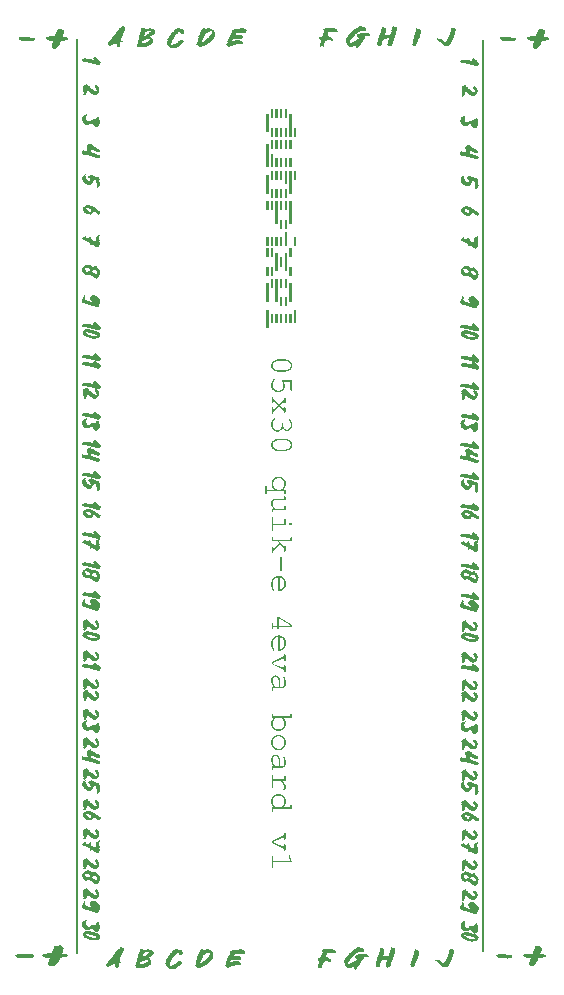
<source format=gbr>
%TF.GenerationSoftware,KiCad,Pcbnew,7.0.2*%
%TF.CreationDate,2024-01-28T20:17:22-05:00*%
%TF.ProjectId,dpx_perv_5x30,6470785f-7065-4727-965f-357833302e6b,rev?*%
%TF.SameCoordinates,Original*%
%TF.FileFunction,Legend,Top*%
%TF.FilePolarity,Positive*%
%FSLAX46Y46*%
G04 Gerber Fmt 4.6, Leading zero omitted, Abs format (unit mm)*
G04 Created by KiCad (PCBNEW 7.0.2) date 2024-01-28 20:17:22*
%MOMM*%
%LPD*%
G01*
G04 APERTURE LIST*
%ADD10C,0.150000*%
%ADD11C,0.300000*%
%ADD12C,0.250000*%
%ADD13R,1.700000X1.700000*%
%ADD14O,1.700000X1.700000*%
G04 APERTURE END LIST*
D10*
X82360000Y-31780000D02*
X82360000Y-108890000D01*
X47930000Y-109090000D02*
X47930000Y-31740000D01*
D11*
G36*
X80868368Y-83567362D02*
G01*
X80867427Y-83578434D01*
X80872084Y-83591232D01*
X80880687Y-83602643D01*
X80888163Y-83613677D01*
X80891712Y-83622374D01*
X80897451Y-83627544D01*
X80907867Y-83636454D01*
X80918973Y-83646160D01*
X80928828Y-83656725D01*
X80934442Y-83669246D01*
X80933215Y-83681668D01*
X80930670Y-83683333D01*
X80933215Y-83684892D01*
X80932545Y-83686223D01*
X80943245Y-83684245D01*
X80958494Y-83684599D01*
X80960347Y-83695483D01*
X80952826Y-83705547D01*
X80938710Y-83709218D01*
X80944523Y-83719764D01*
X80956662Y-83727683D01*
X80963705Y-83734075D01*
X80964789Y-83735116D01*
X80970392Y-83727357D01*
X80986563Y-83724934D01*
X81001771Y-83731274D01*
X81013591Y-83740252D01*
X81023964Y-83751497D01*
X81031839Y-83763896D01*
X81033577Y-83768897D01*
X81041420Y-83768492D01*
X81056476Y-83774011D01*
X81071700Y-83778681D01*
X81064868Y-83788091D01*
X81054149Y-83797691D01*
X81038178Y-83801506D01*
X81033709Y-83800493D01*
X81042356Y-83806806D01*
X81054421Y-83814415D01*
X81067670Y-83821472D01*
X81064177Y-83830269D01*
X81055214Y-83840230D01*
X81064451Y-83843730D01*
X81063278Y-83850623D01*
X81073950Y-83847796D01*
X81085753Y-83856302D01*
X81088723Y-83859735D01*
X81089016Y-83859277D01*
X81101157Y-83852424D01*
X81116031Y-83855727D01*
X81127773Y-83864268D01*
X81138100Y-83874599D01*
X81147538Y-83884780D01*
X81145706Y-83894159D01*
X81140616Y-83904009D01*
X81133691Y-83907111D01*
X81142775Y-83907751D01*
X81155585Y-83913980D01*
X81156015Y-83910120D01*
X81158162Y-83897969D01*
X81161814Y-83898887D01*
X81177486Y-83904669D01*
X81189414Y-83912606D01*
X81198371Y-83922919D01*
X81205127Y-83935829D01*
X81209467Y-83948176D01*
X81210442Y-83951821D01*
X81222030Y-83948426D01*
X81236286Y-83952620D01*
X81248330Y-83962120D01*
X81257282Y-83973472D01*
X81262943Y-83985897D01*
X81271582Y-83989188D01*
X81282971Y-83996728D01*
X81294084Y-84005534D01*
X81296282Y-84021361D01*
X81304319Y-84012128D01*
X81313867Y-84001724D01*
X81313867Y-84027223D01*
X81313835Y-84028622D01*
X81321927Y-84039239D01*
X81322714Y-84040007D01*
X81322735Y-84040020D01*
X81323393Y-84033084D01*
X81330968Y-84034481D01*
X81345337Y-84038737D01*
X81358146Y-84045281D01*
X81368822Y-84053894D01*
X81372119Y-84060049D01*
X81377089Y-84060320D01*
X81392203Y-84066074D01*
X81400413Y-84077159D01*
X81402690Y-84088984D01*
X81402527Y-84090162D01*
X81403702Y-84088017D01*
X81417825Y-84084437D01*
X81434035Y-84084668D01*
X81436391Y-84093934D01*
X81440721Y-84106247D01*
X81443232Y-84111328D01*
X81445607Y-84111727D01*
X81460007Y-84114572D01*
X81472869Y-84120426D01*
X81475253Y-84123384D01*
X81479989Y-84134514D01*
X81482395Y-84146218D01*
X81490660Y-84143313D01*
X81504377Y-84147976D01*
X81512025Y-84154428D01*
X81522329Y-84164060D01*
X81531785Y-84173736D01*
X81541379Y-84184320D01*
X81556845Y-84185007D01*
X81572555Y-84189925D01*
X81585229Y-84196526D01*
X81599168Y-84201570D01*
X81615385Y-84202198D01*
X81618376Y-84209286D01*
X81620086Y-84213942D01*
X81632055Y-84212456D01*
X81644538Y-84220587D01*
X81657883Y-84225939D01*
X81656604Y-84219282D01*
X81655374Y-84206608D01*
X81661913Y-84195164D01*
X81662505Y-84184709D01*
X81663717Y-84172454D01*
X81671805Y-84162045D01*
X81670340Y-84158528D01*
X81666131Y-84152070D01*
X81661135Y-84139293D01*
X81658490Y-84127677D01*
X81656601Y-84115223D01*
X81655055Y-84102302D01*
X81653441Y-84089285D01*
X81651346Y-84076542D01*
X81648358Y-84064445D01*
X81637001Y-84046567D01*
X81638357Y-84044433D01*
X81624911Y-84039239D01*
X81623964Y-84029000D01*
X81626707Y-84016637D01*
X81624178Y-84004948D01*
X81617034Y-83998463D01*
X81606592Y-83990000D01*
X81605322Y-83986932D01*
X81603063Y-83974178D01*
X81601913Y-83961753D01*
X81598899Y-83949846D01*
X81591388Y-83943156D01*
X81583042Y-83933197D01*
X81576550Y-83922589D01*
X81573634Y-83918942D01*
X81565333Y-83909015D01*
X81557179Y-83898958D01*
X81548755Y-83887511D01*
X81541998Y-83876935D01*
X81535884Y-83865436D01*
X81525288Y-83857871D01*
X81514864Y-83849316D01*
X81504508Y-83839882D01*
X81494118Y-83829679D01*
X81492577Y-83818925D01*
X81492205Y-83806270D01*
X81493751Y-83792461D01*
X81496633Y-83779982D01*
X81499885Y-83767869D01*
X81502544Y-83755154D01*
X81503644Y-83740872D01*
X81505530Y-83740849D01*
X81521104Y-83738448D01*
X81534563Y-83732699D01*
X81547608Y-83726511D01*
X81556034Y-83734717D01*
X81554237Y-83729019D01*
X81552501Y-83717425D01*
X81648724Y-83717425D01*
X81648724Y-83717718D01*
X81649091Y-83717718D01*
X81649091Y-83717425D01*
X81648724Y-83717425D01*
X81552501Y-83717425D01*
X81552325Y-83716253D01*
X81551638Y-83703943D01*
X81560643Y-83698073D01*
X81575053Y-83694396D01*
X81587547Y-83687950D01*
X81584196Y-83675474D01*
X81579848Y-83660565D01*
X81591991Y-83669175D01*
X81605479Y-83675341D01*
X81620277Y-83676811D01*
X81636920Y-83675945D01*
X81653121Y-83675513D01*
X81653941Y-83677233D01*
X81663883Y-83686481D01*
X81676769Y-83693772D01*
X81682188Y-83699064D01*
X81682430Y-83698667D01*
X81691552Y-83707907D01*
X81702311Y-83716756D01*
X81713696Y-83725591D01*
X81724699Y-83734791D01*
X81734311Y-83744732D01*
X81741523Y-83755792D01*
X81742318Y-83758418D01*
X81750940Y-83758458D01*
X81753417Y-83759740D01*
X81766018Y-83768089D01*
X81775885Y-83778297D01*
X81789408Y-83783957D01*
X81788468Y-83786088D01*
X81791961Y-83797801D01*
X81797102Y-83809163D01*
X81796201Y-83813323D01*
X81789440Y-83824226D01*
X81774387Y-83827920D01*
X81775654Y-83828141D01*
X81790728Y-83829799D01*
X81803826Y-83835945D01*
X81812699Y-83847441D01*
X81817607Y-83859840D01*
X81817738Y-83860390D01*
X81828692Y-83864737D01*
X81837035Y-83875401D01*
X81838843Y-83889116D01*
X81846895Y-83900342D01*
X81854652Y-83911585D01*
X81859107Y-83924381D01*
X81859930Y-83938107D01*
X81859429Y-83942036D01*
X81870375Y-83941347D01*
X81870138Y-83954112D01*
X81869872Y-83966295D01*
X81871175Y-83978859D01*
X81877336Y-83990586D01*
X81879564Y-84002856D01*
X81882248Y-84014553D01*
X81884566Y-84026647D01*
X81886220Y-84038684D01*
X81887501Y-84053457D01*
X81888107Y-84066685D01*
X81888181Y-84071873D01*
X81892583Y-84074909D01*
X81898107Y-84088707D01*
X81882946Y-84088489D01*
X81867444Y-84085548D01*
X81877702Y-84089358D01*
X81875870Y-84100848D01*
X81865978Y-84109874D01*
X81874498Y-84108685D01*
X81877702Y-84120426D01*
X81877340Y-84122441D01*
X81873502Y-84133975D01*
X81867444Y-84144752D01*
X81866565Y-84148234D01*
X81866358Y-84160958D01*
X81867606Y-84173069D01*
X81867444Y-84186078D01*
X81867263Y-84187906D01*
X81854621Y-84193992D01*
X81854621Y-84195987D01*
X81854455Y-84208197D01*
X81853028Y-84221346D01*
X81849555Y-84233253D01*
X81843996Y-84245869D01*
X81833738Y-84254075D01*
X81831641Y-84264645D01*
X81828882Y-84276470D01*
X81825198Y-84289461D01*
X81820755Y-84301185D01*
X81812489Y-84311228D01*
X81811974Y-84311616D01*
X81797102Y-84313866D01*
X81796570Y-84317986D01*
X81798547Y-84329866D01*
X81795636Y-84341417D01*
X81787494Y-84346313D01*
X81772555Y-84349037D01*
X81775221Y-84356821D01*
X81770724Y-84368381D01*
X81768319Y-84370535D01*
X81756355Y-84378263D01*
X81742916Y-84384903D01*
X81731523Y-84393001D01*
X81730550Y-84393950D01*
X81722768Y-84404659D01*
X81716463Y-84416039D01*
X81707709Y-84426706D01*
X81705592Y-84428763D01*
X81691811Y-84434684D01*
X81676934Y-84436378D01*
X81676294Y-84436974D01*
X81674537Y-84448804D01*
X81668874Y-84460119D01*
X81654371Y-84462480D01*
X81643917Y-84457413D01*
X81648964Y-84467617D01*
X81642862Y-84478876D01*
X81641208Y-84480029D01*
X81626283Y-84481553D01*
X81611355Y-84479756D01*
X81609319Y-84487323D01*
X81599631Y-84497048D01*
X81585070Y-84497730D01*
X81570294Y-84497145D01*
X81555301Y-84497341D01*
X81544171Y-84501667D01*
X81529621Y-84506681D01*
X81514893Y-84507333D01*
X81497416Y-84505255D01*
X81489012Y-84500121D01*
X81490455Y-84487962D01*
X81485816Y-84492741D01*
X81474161Y-84501140D01*
X81460119Y-84504653D01*
X81443927Y-84505548D01*
X81436599Y-84497341D01*
X81431358Y-84496797D01*
X81415920Y-84497000D01*
X81400329Y-84497341D01*
X81393924Y-84489665D01*
X81386644Y-84479100D01*
X81379446Y-84468325D01*
X81365047Y-84467855D01*
X81349256Y-84466429D01*
X81335483Y-84461584D01*
X81334423Y-84460784D01*
X81323759Y-84452132D01*
X81314234Y-84443119D01*
X81302523Y-84444269D01*
X81301777Y-84429637D01*
X81300445Y-84430675D01*
X81285773Y-84432278D01*
X81272102Y-84427879D01*
X81269548Y-84423643D01*
X81272102Y-84411465D01*
X81265874Y-84413224D01*
X81253051Y-84402380D01*
X81249307Y-84401126D01*
X81234729Y-84398736D01*
X81220078Y-84395052D01*
X81215551Y-84391365D01*
X81205933Y-84381088D01*
X81197359Y-84371019D01*
X81188295Y-84361092D01*
X81176796Y-84351361D01*
X81162559Y-84346106D01*
X81159334Y-84345753D01*
X81145317Y-84341834D01*
X81136925Y-84331352D01*
X81136547Y-84318849D01*
X81133802Y-84320577D01*
X81118595Y-84320314D01*
X81109119Y-84313564D01*
X81105040Y-84301556D01*
X81098674Y-84298410D01*
X81085949Y-84292480D01*
X81073532Y-84284850D01*
X81069029Y-84281443D01*
X81063137Y-84269939D01*
X81060710Y-84257886D01*
X81055776Y-84254723D01*
X81042740Y-84248988D01*
X81029935Y-84242059D01*
X81019677Y-84225939D01*
X81015739Y-84228684D01*
X81000626Y-84226818D01*
X80995686Y-84221364D01*
X81000992Y-84210112D01*
X80994205Y-84205776D01*
X80980293Y-84197051D01*
X80967556Y-84188968D01*
X80954098Y-84180143D01*
X80940571Y-84170796D01*
X80927628Y-84161147D01*
X80915921Y-84151415D01*
X80906104Y-84141821D01*
X80902970Y-84139583D01*
X80896172Y-84128680D01*
X80895231Y-84125701D01*
X81338414Y-84125701D01*
X81338414Y-84129218D01*
X81342444Y-84129218D01*
X81342444Y-84125701D01*
X81338414Y-84125701D01*
X80895231Y-84125701D01*
X80892548Y-84117202D01*
X80891819Y-84116234D01*
X80881654Y-84107639D01*
X80871666Y-84099030D01*
X80870585Y-84097956D01*
X80861229Y-84087276D01*
X80852342Y-84077792D01*
X80851104Y-84077102D01*
X80839808Y-84084657D01*
X80854446Y-84083789D01*
X80851773Y-84096073D01*
X80846952Y-84108695D01*
X80839792Y-84119839D01*
X80841164Y-84129584D01*
X80845067Y-84141261D01*
X80849523Y-84153708D01*
X80852248Y-84165339D01*
X80852615Y-84178165D01*
X80839792Y-84245283D01*
X80839462Y-84247733D01*
X80836271Y-84261050D01*
X80830989Y-84272023D01*
X80828801Y-84283678D01*
X80827780Y-84288610D01*
X80828404Y-84300625D01*
X80828449Y-84312451D01*
X80827702Y-84324710D01*
X80818543Y-84330865D01*
X80820742Y-84337690D01*
X80817810Y-84349623D01*
X80809971Y-84358782D01*
X80798393Y-84366916D01*
X80798805Y-84373657D01*
X80796195Y-84385673D01*
X80794900Y-84391549D01*
X80793578Y-84403477D01*
X80788135Y-84414689D01*
X80785158Y-84417765D01*
X80769908Y-84420258D01*
X80756627Y-84413517D01*
X80763019Y-84418617D01*
X80768719Y-84430408D01*
X80764321Y-84442533D01*
X80763814Y-84443323D01*
X80754416Y-84452465D01*
X80746369Y-84462463D01*
X80741392Y-84469419D01*
X80734339Y-84480545D01*
X80728373Y-84491264D01*
X80721823Y-84502910D01*
X80718526Y-84504422D01*
X80704293Y-84508613D01*
X80689216Y-84509944D01*
X80685930Y-84514844D01*
X80677997Y-84525055D01*
X80663473Y-84530636D01*
X80647817Y-84528995D01*
X80643477Y-84528574D01*
X80625596Y-84525911D01*
X80610980Y-84523128D01*
X80596486Y-84526935D01*
X80581871Y-84531340D01*
X80582992Y-84526393D01*
X80578251Y-84514641D01*
X80565730Y-84507587D01*
X80554028Y-84499686D01*
X80554217Y-84497828D01*
X80554606Y-84485338D01*
X80553158Y-84471952D01*
X80549855Y-84459171D01*
X80544869Y-84446636D01*
X80545525Y-84443497D01*
X80548184Y-84428783D01*
X80550141Y-84415779D01*
X80551986Y-84401408D01*
X80553650Y-84385956D01*
X80555061Y-84369709D01*
X80556149Y-84352956D01*
X80556844Y-84335982D01*
X80557074Y-84319075D01*
X80556770Y-84302522D01*
X80555860Y-84286608D01*
X80550149Y-84276005D01*
X80545235Y-84264334D01*
X80543269Y-84250650D01*
X80541831Y-84236872D01*
X80540814Y-84223108D01*
X80540109Y-84209465D01*
X80539606Y-84196049D01*
X80539198Y-84182969D01*
X80538774Y-84170332D01*
X80538228Y-84158244D01*
X80537121Y-84143167D01*
X80535343Y-84129511D01*
X80532324Y-84128663D01*
X80523170Y-84138183D01*
X80513728Y-84149442D01*
X80515074Y-84145426D01*
X80520539Y-84131386D01*
X80527282Y-84117997D01*
X80534656Y-84107163D01*
X80544869Y-84097858D01*
X80545962Y-84095985D01*
X80530978Y-84097917D01*
X80524352Y-84085841D01*
X80523659Y-84073762D01*
X80524437Y-84060642D01*
X80524945Y-84047932D01*
X80524352Y-84035136D01*
X80517796Y-83994983D01*
X81195898Y-83994983D01*
X81199781Y-83997425D01*
X81208315Y-83999058D01*
X81201760Y-83991172D01*
X81195898Y-83994983D01*
X80517796Y-83994983D01*
X80513728Y-83970070D01*
X80505300Y-83960247D01*
X80499908Y-83948800D01*
X80506485Y-83938245D01*
X80517025Y-83928451D01*
X80518731Y-83925585D01*
X80520276Y-83913135D01*
X80520210Y-83906176D01*
X81118961Y-83906176D01*
X81122100Y-83906359D01*
X81119017Y-83904440D01*
X81118961Y-83906176D01*
X80520210Y-83906176D01*
X80520142Y-83899112D01*
X80519227Y-83882212D01*
X80518329Y-83869852D01*
X80517300Y-83856973D01*
X80516228Y-83843878D01*
X80515200Y-83830869D01*
X80514304Y-83818251D01*
X80513394Y-83800721D01*
X80513268Y-83785778D01*
X80514827Y-83771647D01*
X80525085Y-83764026D01*
X80528041Y-83753007D01*
X80528823Y-83749767D01*
X80979765Y-83749767D01*
X80983281Y-83753301D01*
X80992574Y-83762820D01*
X81001813Y-83772187D01*
X81011205Y-83781336D01*
X81012692Y-83782688D01*
X81013743Y-83780456D01*
X81017929Y-83776336D01*
X81017479Y-83776336D01*
X81009825Y-83771421D01*
X80998435Y-83763014D01*
X80986299Y-83753831D01*
X80979765Y-83749767D01*
X80528823Y-83749767D01*
X80530878Y-83741246D01*
X80536809Y-83730028D01*
X80543529Y-83725068D01*
X80558058Y-83721235D01*
X80554852Y-83712543D01*
X80559523Y-83701305D01*
X80572231Y-83693355D01*
X80584625Y-83686917D01*
X80598893Y-83681670D01*
X80614513Y-83679050D01*
X80630964Y-83680495D01*
X80622584Y-83674084D01*
X80619658Y-83662305D01*
X80619356Y-83657341D01*
X80866170Y-83657341D01*
X80868591Y-83662718D01*
X80874903Y-83664697D01*
X80880281Y-83656040D01*
X80882157Y-83650512D01*
X80872741Y-83647356D01*
X80869834Y-83635359D01*
X80866943Y-83645079D01*
X80866170Y-83657341D01*
X80619356Y-83657341D01*
X80618874Y-83649428D01*
X80631729Y-83648292D01*
X80647266Y-83645888D01*
X80658802Y-83637681D01*
X80660273Y-83625101D01*
X80713396Y-83625101D01*
X80717315Y-83623329D01*
X80724819Y-83612551D01*
X80735408Y-83602868D01*
X80750442Y-83598466D01*
X80765420Y-83598137D01*
X80777292Y-83591109D01*
X80788801Y-83582314D01*
X80801611Y-83574970D01*
X80815211Y-83570143D01*
X80832747Y-83567063D01*
X80849015Y-83566351D01*
X80868368Y-83567362D01*
G37*
G36*
X81538946Y-84590105D02*
G01*
X81552662Y-84597165D01*
X81564546Y-84605666D01*
X81572063Y-84616672D01*
X81571651Y-84628630D01*
X81573253Y-84640370D01*
X81577455Y-84640138D01*
X81590839Y-84645352D01*
X81593107Y-84647633D01*
X81588640Y-84658835D01*
X81596665Y-84664352D01*
X81610511Y-84671606D01*
X81623988Y-84679860D01*
X81633324Y-84690824D01*
X81635169Y-84703678D01*
X81643799Y-84699250D01*
X81657517Y-84704850D01*
X81665134Y-84706211D01*
X81664112Y-84718332D01*
X81668150Y-84718720D01*
X81681697Y-84723608D01*
X81688620Y-84730892D01*
X81687559Y-84742952D01*
X81694168Y-84743212D01*
X81709071Y-84746716D01*
X81720623Y-84755921D01*
X81727641Y-84767434D01*
X81735553Y-84778123D01*
X81743238Y-84783253D01*
X81755532Y-84789758D01*
X81767888Y-84796387D01*
X81780303Y-84803950D01*
X81791240Y-84812414D01*
X81792406Y-84815653D01*
X81788309Y-84827069D01*
X81797125Y-84833691D01*
X81809319Y-84841949D01*
X81822192Y-84849143D01*
X81834837Y-84855206D01*
X81832929Y-84859492D01*
X81846927Y-84858723D01*
X81849697Y-84871789D01*
X81856256Y-84883499D01*
X81865524Y-84894165D01*
X81876422Y-84904102D01*
X81887872Y-84913621D01*
X81898792Y-84923035D01*
X81908104Y-84932659D01*
X81916152Y-84946355D01*
X81916841Y-84961284D01*
X81917269Y-84960719D01*
X81920097Y-84960233D01*
X81936613Y-84961070D01*
X81937786Y-84973029D01*
X81941785Y-84977421D01*
X81953338Y-84985697D01*
X81966198Y-84992687D01*
X81980396Y-84999768D01*
X81992740Y-85006148D01*
X81991686Y-85018848D01*
X81991302Y-85031677D01*
X81991426Y-85044562D01*
X81991897Y-85057431D01*
X81992554Y-85070211D01*
X81993235Y-85082829D01*
X81993781Y-85095214D01*
X81994028Y-85107292D01*
X81993617Y-85122795D01*
X81992008Y-85137453D01*
X81992386Y-85147147D01*
X81988710Y-85158849D01*
X81986819Y-85163776D01*
X81986657Y-85175552D01*
X81982384Y-85187194D01*
X81975155Y-85197830D01*
X81965996Y-85190209D01*
X81969355Y-85199462D01*
X81972074Y-85211300D01*
X81971861Y-85223710D01*
X81964389Y-85235076D01*
X81948777Y-85238862D01*
X81953907Y-85248919D01*
X81946578Y-85259672D01*
X81944610Y-85261014D01*
X81930129Y-85266010D01*
X81915071Y-85268172D01*
X81911304Y-85271996D01*
X81900600Y-85281322D01*
X81889389Y-85289474D01*
X81876969Y-85297188D01*
X81869363Y-85295224D01*
X81853056Y-85293080D01*
X81835353Y-85292678D01*
X81816333Y-85293254D01*
X81801249Y-85293870D01*
X81785500Y-85294285D01*
X81769118Y-85294180D01*
X81752136Y-85293231D01*
X81734586Y-85291116D01*
X81716502Y-85287516D01*
X81710033Y-85278343D01*
X81715769Y-85267292D01*
X81711636Y-85268167D01*
X81697067Y-85270171D01*
X81680519Y-85270048D01*
X81664507Y-85266772D01*
X81651289Y-85260844D01*
X81644476Y-85259886D01*
X81629113Y-85259145D01*
X81614518Y-85256712D01*
X81597800Y-85252638D01*
X81593202Y-85248077D01*
X81582779Y-85238862D01*
X81574298Y-85237553D01*
X81559571Y-85238392D01*
X81543263Y-85239604D01*
X81528190Y-85238276D01*
X81521325Y-85231266D01*
X81517932Y-85219812D01*
X81509804Y-85219680D01*
X81494572Y-85221452D01*
X81478731Y-85220398D01*
X81469938Y-85211898D01*
X81458615Y-85210117D01*
X81443102Y-85205780D01*
X81429061Y-85201077D01*
X81414617Y-85195485D01*
X81401738Y-85191879D01*
X81385361Y-85189289D01*
X81369795Y-85186732D01*
X81353920Y-85182862D01*
X81338780Y-85176727D01*
X81337835Y-85176279D01*
X81323471Y-85173086D01*
X81307351Y-85170380D01*
X81291603Y-85166142D01*
X81277964Y-85160021D01*
X81275177Y-85159201D01*
X81259914Y-85158840D01*
X81244580Y-85156746D01*
X81228504Y-85152401D01*
X81220384Y-85147458D01*
X81214583Y-85135987D01*
X81210034Y-85137794D01*
X81195165Y-85137453D01*
X81186739Y-85129539D01*
X81175965Y-85128990D01*
X81160831Y-85130112D01*
X81145232Y-85130468D01*
X81130319Y-85128660D01*
X81125748Y-85122151D01*
X81123358Y-85110488D01*
X81112812Y-85110600D01*
X81097834Y-85112023D01*
X81082325Y-85110488D01*
X81073881Y-85104740D01*
X81062908Y-85095834D01*
X81060715Y-85095434D01*
X81046059Y-85095791D01*
X81031299Y-85096833D01*
X81015348Y-85097633D01*
X80997599Y-85097160D01*
X80983407Y-85092903D01*
X80968477Y-85092240D01*
X80952798Y-85089515D01*
X80938710Y-85083231D01*
X80949335Y-85079128D01*
X80943326Y-85078268D01*
X80927123Y-85076542D01*
X80909993Y-85074852D01*
X80892883Y-85072484D01*
X80876741Y-85068730D01*
X80862513Y-85062877D01*
X80851149Y-85054215D01*
X80837001Y-85055439D01*
X80820689Y-85056459D01*
X80805888Y-85056729D01*
X80790460Y-85056092D01*
X80775264Y-85054162D01*
X80761159Y-85050550D01*
X80746369Y-85043077D01*
X80745125Y-85039839D01*
X80743804Y-85027837D01*
X80744041Y-85035701D01*
X80734645Y-85045129D01*
X80731285Y-85045550D01*
X80719624Y-85037216D01*
X80717472Y-85036950D01*
X80701306Y-85036593D01*
X80686410Y-85037051D01*
X80671167Y-85036552D01*
X80656155Y-85033517D01*
X80641955Y-85026371D01*
X80639399Y-85025177D01*
X80624379Y-85024200D01*
X80607541Y-85024510D01*
X80591206Y-85022590D01*
X80579315Y-85015319D01*
X80575643Y-85002924D01*
X80567889Y-85003451D01*
X80552070Y-85007520D01*
X80536862Y-85011975D01*
X80521534Y-85011847D01*
X80511875Y-85002187D01*
X80507866Y-84988562D01*
X80506496Y-84998930D01*
X80491618Y-85002925D01*
X80475992Y-85002631D01*
X80475412Y-85000699D01*
X80475189Y-84988497D01*
X80489181Y-84982994D01*
X80480502Y-84984998D01*
X80466114Y-84980973D01*
X80461704Y-84969218D01*
X80447234Y-84970071D01*
X80431662Y-84970098D01*
X80429594Y-84957028D01*
X80433311Y-84945110D01*
X80444915Y-84939957D01*
X80440698Y-84931476D01*
X80440088Y-84919686D01*
X80433864Y-84919610D01*
X80416423Y-84917948D01*
X80413115Y-84906277D01*
X80425241Y-84898854D01*
X80439722Y-84891549D01*
X80435822Y-84886439D01*
X80420415Y-84884712D01*
X80405650Y-84883050D01*
X80407834Y-84881310D01*
X80419012Y-84872659D01*
X80430563Y-84864145D01*
X80441188Y-84854913D01*
X80443661Y-84848822D01*
X80447395Y-84837340D01*
X80457011Y-84826977D01*
X80471617Y-84823196D01*
X80486250Y-84823845D01*
X80487622Y-84818281D01*
X80491770Y-84806880D01*
X80498205Y-84795409D01*
X80500193Y-84792997D01*
X80878940Y-84792997D01*
X80883756Y-84804208D01*
X80883389Y-84799225D01*
X80878940Y-84792997D01*
X80500193Y-84792997D01*
X80507420Y-84784227D01*
X80508402Y-84783398D01*
X80769450Y-84783398D01*
X80776806Y-84777178D01*
X80776881Y-84776906D01*
X80886677Y-84776906D01*
X80889339Y-84780048D01*
X80893281Y-84792484D01*
X80900224Y-84791325D01*
X80915996Y-84792484D01*
X80907140Y-84787823D01*
X80896436Y-84779742D01*
X80903808Y-84774297D01*
X80896294Y-84776280D01*
X80886677Y-84776906D01*
X80776881Y-84776906D01*
X80778088Y-84772539D01*
X80771640Y-84775447D01*
X80770510Y-84775538D01*
X80769450Y-84783398D01*
X80508402Y-84783398D01*
X80519908Y-84773690D01*
X80531720Y-84766427D01*
X80545859Y-84759878D01*
X80557027Y-84756071D01*
X80557727Y-84752424D01*
X80749780Y-84752424D01*
X80750388Y-84752528D01*
X80755034Y-84754963D01*
X80759924Y-84751158D01*
X80749780Y-84752424D01*
X80557727Y-84752424D01*
X80558582Y-84747967D01*
X80569319Y-84738963D01*
X80584066Y-84735824D01*
X80599861Y-84738912D01*
X80604518Y-84750589D01*
X80603541Y-84751657D01*
X80615584Y-84744773D01*
X80630529Y-84739945D01*
X80648339Y-84736213D01*
X80668379Y-84733536D01*
X80690013Y-84731872D01*
X80705007Y-84731304D01*
X80720239Y-84731154D01*
X80735519Y-84731411D01*
X80750661Y-84732062D01*
X80765475Y-84733095D01*
X80786669Y-84735331D01*
X80790699Y-84742952D01*
X80801324Y-84750572D01*
X80805029Y-84749351D01*
X80820956Y-84749276D01*
X80837253Y-84750774D01*
X80852642Y-84751954D01*
X80868881Y-84752244D01*
X80885221Y-84750865D01*
X80904031Y-84759492D01*
X80910933Y-84770664D01*
X80923323Y-84766985D01*
X80930248Y-84765019D01*
X80947000Y-84761701D01*
X80963413Y-84763251D01*
X80968890Y-84774972D01*
X80966062Y-84783855D01*
X80977122Y-84777005D01*
X80993979Y-84772048D01*
X81011036Y-84771715D01*
X81027094Y-84775083D01*
X81040957Y-84781234D01*
X81049256Y-84788052D01*
X81053382Y-84783692D01*
X81058913Y-84782549D01*
X81072565Y-84787947D01*
X81069502Y-84800105D01*
X81079249Y-84792455D01*
X81093727Y-84795323D01*
X81094710Y-84798059D01*
X81104542Y-84793634D01*
X81119327Y-84798769D01*
X81123166Y-84802446D01*
X81128038Y-84801834D01*
X81143595Y-84804503D01*
X81157983Y-84809316D01*
X81166908Y-84820283D01*
X81151934Y-84821793D01*
X81165020Y-84820490D01*
X81180963Y-84819754D01*
X81190036Y-84809777D01*
X81198502Y-84814438D01*
X81211565Y-84822966D01*
X81222364Y-84832400D01*
X81229603Y-84842603D01*
X81232916Y-84842193D01*
X81247871Y-84842230D01*
X81263426Y-84845137D01*
X81277231Y-84850516D01*
X81274346Y-84846926D01*
X81276327Y-84835222D01*
X81279429Y-84822673D01*
X81288756Y-84829487D01*
X81301598Y-84835300D01*
X81317971Y-84840009D01*
X81334436Y-84844347D01*
X81349979Y-84850540D01*
X81351695Y-84851759D01*
X81355266Y-84842896D01*
X81368002Y-84848954D01*
X81384059Y-84851636D01*
X81398310Y-84852647D01*
X81398213Y-84852095D01*
X81398002Y-84840288D01*
X81398864Y-84827948D01*
X81393738Y-84817084D01*
X81387232Y-84806553D01*
X81381041Y-84795853D01*
X81377248Y-84784278D01*
X81377282Y-84782205D01*
X81379934Y-84769069D01*
X81387873Y-84759072D01*
X81388178Y-84756617D01*
X81387406Y-84744524D01*
X81387854Y-84732607D01*
X81393002Y-84720677D01*
X81399110Y-84716436D01*
X81414617Y-84715694D01*
X81412998Y-84709200D01*
X81419380Y-84698402D01*
X81422296Y-84692184D01*
X81436233Y-84687558D01*
X81432122Y-84681036D01*
X81435867Y-84669386D01*
X81440711Y-84665302D01*
X81454002Y-84658981D01*
X81467740Y-84653852D01*
X81471728Y-84647598D01*
X81477556Y-84636691D01*
X81486241Y-84626850D01*
X81498656Y-84619761D01*
X81513902Y-84615750D01*
X81520175Y-84610505D01*
X81527606Y-84599511D01*
X81533319Y-84587613D01*
X81538946Y-84590105D01*
G37*
G36*
X80868368Y-90923580D02*
G01*
X80867427Y-90934652D01*
X80872084Y-90947450D01*
X80880687Y-90958861D01*
X80888163Y-90969895D01*
X80891712Y-90978592D01*
X80897451Y-90983762D01*
X80907867Y-90992672D01*
X80918973Y-91002378D01*
X80928828Y-91012943D01*
X80934442Y-91025464D01*
X80933215Y-91037886D01*
X80930670Y-91039551D01*
X80933215Y-91041110D01*
X80932545Y-91042441D01*
X80943245Y-91040463D01*
X80958494Y-91040817D01*
X80960347Y-91051701D01*
X80952826Y-91061765D01*
X80938710Y-91065436D01*
X80944523Y-91075982D01*
X80956662Y-91083901D01*
X80963705Y-91090293D01*
X80964789Y-91091334D01*
X80970392Y-91083575D01*
X80986563Y-91081152D01*
X81001771Y-91087492D01*
X81013591Y-91096470D01*
X81023964Y-91107715D01*
X81031839Y-91120114D01*
X81033577Y-91125115D01*
X81041420Y-91124710D01*
X81056476Y-91130229D01*
X81071700Y-91134899D01*
X81064868Y-91144309D01*
X81054149Y-91153909D01*
X81038178Y-91157724D01*
X81033709Y-91156711D01*
X81042356Y-91163024D01*
X81054421Y-91170633D01*
X81067670Y-91177690D01*
X81064177Y-91186487D01*
X81055214Y-91196448D01*
X81064451Y-91199948D01*
X81063278Y-91206841D01*
X81073950Y-91204014D01*
X81085753Y-91212520D01*
X81088723Y-91215953D01*
X81089016Y-91215495D01*
X81101157Y-91208642D01*
X81116031Y-91211945D01*
X81127773Y-91220486D01*
X81138100Y-91230817D01*
X81147538Y-91240998D01*
X81145706Y-91250377D01*
X81140616Y-91260227D01*
X81133691Y-91263329D01*
X81142775Y-91263969D01*
X81155585Y-91270198D01*
X81156015Y-91266338D01*
X81158162Y-91254187D01*
X81161814Y-91255105D01*
X81177486Y-91260887D01*
X81189414Y-91268824D01*
X81198371Y-91279137D01*
X81205127Y-91292047D01*
X81209467Y-91304394D01*
X81210442Y-91308039D01*
X81222030Y-91304644D01*
X81236286Y-91308838D01*
X81248330Y-91318338D01*
X81257282Y-91329690D01*
X81262943Y-91342115D01*
X81271582Y-91345406D01*
X81282971Y-91352946D01*
X81294084Y-91361752D01*
X81296282Y-91377579D01*
X81304319Y-91368346D01*
X81313867Y-91357942D01*
X81313867Y-91383441D01*
X81313835Y-91384840D01*
X81321927Y-91395457D01*
X81322714Y-91396225D01*
X81322735Y-91396238D01*
X81323393Y-91389302D01*
X81330968Y-91390699D01*
X81345337Y-91394955D01*
X81358146Y-91401499D01*
X81368822Y-91410112D01*
X81372119Y-91416267D01*
X81377089Y-91416538D01*
X81392203Y-91422292D01*
X81400413Y-91433377D01*
X81402690Y-91445202D01*
X81402527Y-91446380D01*
X81403702Y-91444235D01*
X81417825Y-91440655D01*
X81434035Y-91440886D01*
X81436391Y-91450152D01*
X81440721Y-91462465D01*
X81443232Y-91467546D01*
X81445607Y-91467945D01*
X81460007Y-91470790D01*
X81472869Y-91476644D01*
X81475253Y-91479602D01*
X81479989Y-91490732D01*
X81482395Y-91502436D01*
X81490660Y-91499531D01*
X81504377Y-91504194D01*
X81512025Y-91510646D01*
X81522329Y-91520278D01*
X81531785Y-91529954D01*
X81541379Y-91540538D01*
X81556845Y-91541225D01*
X81572555Y-91546143D01*
X81585229Y-91552744D01*
X81599168Y-91557788D01*
X81615385Y-91558416D01*
X81618376Y-91565504D01*
X81620086Y-91570160D01*
X81632055Y-91568674D01*
X81644538Y-91576805D01*
X81657883Y-91582157D01*
X81656604Y-91575500D01*
X81655374Y-91562826D01*
X81661913Y-91551382D01*
X81662505Y-91540927D01*
X81663717Y-91528672D01*
X81671805Y-91518263D01*
X81670340Y-91514746D01*
X81666131Y-91508288D01*
X81661135Y-91495511D01*
X81658490Y-91483895D01*
X81656601Y-91471441D01*
X81655055Y-91458520D01*
X81653441Y-91445503D01*
X81651346Y-91432760D01*
X81648358Y-91420663D01*
X81637001Y-91402785D01*
X81638357Y-91400651D01*
X81624911Y-91395457D01*
X81623964Y-91385218D01*
X81626707Y-91372855D01*
X81624178Y-91361166D01*
X81617034Y-91354681D01*
X81606592Y-91346218D01*
X81605322Y-91343150D01*
X81603063Y-91330396D01*
X81601913Y-91317971D01*
X81598899Y-91306064D01*
X81591388Y-91299374D01*
X81583042Y-91289415D01*
X81576550Y-91278807D01*
X81573634Y-91275160D01*
X81565333Y-91265233D01*
X81557179Y-91255176D01*
X81548755Y-91243729D01*
X81541998Y-91233153D01*
X81535884Y-91221654D01*
X81525288Y-91214089D01*
X81514864Y-91205534D01*
X81504508Y-91196100D01*
X81494118Y-91185897D01*
X81492577Y-91175143D01*
X81492205Y-91162488D01*
X81493751Y-91148679D01*
X81496633Y-91136200D01*
X81499885Y-91124087D01*
X81502544Y-91111372D01*
X81503644Y-91097090D01*
X81505530Y-91097067D01*
X81521104Y-91094666D01*
X81534563Y-91088917D01*
X81547608Y-91082729D01*
X81556034Y-91090935D01*
X81554237Y-91085237D01*
X81552501Y-91073643D01*
X81648724Y-91073643D01*
X81648724Y-91073936D01*
X81649091Y-91073936D01*
X81649091Y-91073643D01*
X81648724Y-91073643D01*
X81552501Y-91073643D01*
X81552325Y-91072471D01*
X81551638Y-91060161D01*
X81560643Y-91054291D01*
X81575053Y-91050614D01*
X81587547Y-91044168D01*
X81584196Y-91031692D01*
X81579848Y-91016783D01*
X81591991Y-91025393D01*
X81605479Y-91031559D01*
X81620277Y-91033029D01*
X81636920Y-91032163D01*
X81653121Y-91031731D01*
X81653941Y-91033451D01*
X81663883Y-91042699D01*
X81676769Y-91049990D01*
X81682188Y-91055282D01*
X81682430Y-91054885D01*
X81691552Y-91064125D01*
X81702311Y-91072974D01*
X81713696Y-91081809D01*
X81724699Y-91091009D01*
X81734311Y-91100950D01*
X81741523Y-91112010D01*
X81742318Y-91114636D01*
X81750940Y-91114676D01*
X81753417Y-91115958D01*
X81766018Y-91124307D01*
X81775885Y-91134515D01*
X81789408Y-91140175D01*
X81788468Y-91142306D01*
X81791961Y-91154019D01*
X81797102Y-91165381D01*
X81796201Y-91169541D01*
X81789440Y-91180444D01*
X81774387Y-91184138D01*
X81775654Y-91184359D01*
X81790728Y-91186017D01*
X81803826Y-91192163D01*
X81812699Y-91203659D01*
X81817607Y-91216058D01*
X81817738Y-91216608D01*
X81828692Y-91220955D01*
X81837035Y-91231619D01*
X81838843Y-91245334D01*
X81846895Y-91256560D01*
X81854652Y-91267803D01*
X81859107Y-91280599D01*
X81859930Y-91294325D01*
X81859429Y-91298254D01*
X81870375Y-91297565D01*
X81870138Y-91310330D01*
X81869872Y-91322513D01*
X81871175Y-91335077D01*
X81877336Y-91346804D01*
X81879564Y-91359074D01*
X81882248Y-91370771D01*
X81884566Y-91382865D01*
X81886220Y-91394902D01*
X81887501Y-91409675D01*
X81888107Y-91422903D01*
X81888181Y-91428091D01*
X81892583Y-91431127D01*
X81898107Y-91444925D01*
X81882946Y-91444707D01*
X81867444Y-91441766D01*
X81877702Y-91445576D01*
X81875870Y-91457066D01*
X81865978Y-91466092D01*
X81874498Y-91464903D01*
X81877702Y-91476644D01*
X81877340Y-91478659D01*
X81873502Y-91490193D01*
X81867444Y-91500970D01*
X81866565Y-91504452D01*
X81866358Y-91517176D01*
X81867606Y-91529287D01*
X81867444Y-91542296D01*
X81867263Y-91544124D01*
X81854621Y-91550210D01*
X81854621Y-91552205D01*
X81854455Y-91564415D01*
X81853028Y-91577564D01*
X81849555Y-91589471D01*
X81843996Y-91602087D01*
X81833738Y-91610293D01*
X81831641Y-91620863D01*
X81828882Y-91632688D01*
X81825198Y-91645679D01*
X81820755Y-91657403D01*
X81812489Y-91667446D01*
X81811974Y-91667834D01*
X81797102Y-91670084D01*
X81796570Y-91674204D01*
X81798547Y-91686084D01*
X81795636Y-91697635D01*
X81787494Y-91702531D01*
X81772555Y-91705255D01*
X81775221Y-91713039D01*
X81770724Y-91724599D01*
X81768319Y-91726753D01*
X81756355Y-91734481D01*
X81742916Y-91741121D01*
X81731523Y-91749219D01*
X81730550Y-91750168D01*
X81722768Y-91760877D01*
X81716463Y-91772257D01*
X81707709Y-91782924D01*
X81705592Y-91784981D01*
X81691811Y-91790902D01*
X81676934Y-91792596D01*
X81676294Y-91793192D01*
X81674537Y-91805022D01*
X81668874Y-91816337D01*
X81654371Y-91818698D01*
X81643917Y-91813631D01*
X81648964Y-91823835D01*
X81642862Y-91835094D01*
X81641208Y-91836247D01*
X81626283Y-91837771D01*
X81611355Y-91835974D01*
X81609319Y-91843541D01*
X81599631Y-91853266D01*
X81585070Y-91853948D01*
X81570294Y-91853363D01*
X81555301Y-91853559D01*
X81544171Y-91857885D01*
X81529621Y-91862899D01*
X81514893Y-91863551D01*
X81497416Y-91861473D01*
X81489012Y-91856339D01*
X81490455Y-91844180D01*
X81485816Y-91848959D01*
X81474161Y-91857358D01*
X81460119Y-91860871D01*
X81443927Y-91861766D01*
X81436599Y-91853559D01*
X81431358Y-91853015D01*
X81415920Y-91853218D01*
X81400329Y-91853559D01*
X81393924Y-91845883D01*
X81386644Y-91835318D01*
X81379446Y-91824543D01*
X81365047Y-91824073D01*
X81349256Y-91822647D01*
X81335483Y-91817802D01*
X81334423Y-91817002D01*
X81323759Y-91808350D01*
X81314234Y-91799337D01*
X81302523Y-91800487D01*
X81301777Y-91785855D01*
X81300445Y-91786893D01*
X81285773Y-91788496D01*
X81272102Y-91784097D01*
X81269548Y-91779861D01*
X81272102Y-91767683D01*
X81265874Y-91769442D01*
X81253051Y-91758598D01*
X81249307Y-91757344D01*
X81234729Y-91754954D01*
X81220078Y-91751270D01*
X81215551Y-91747583D01*
X81205933Y-91737306D01*
X81197359Y-91727237D01*
X81188295Y-91717310D01*
X81176796Y-91707579D01*
X81162559Y-91702324D01*
X81159334Y-91701971D01*
X81145317Y-91698052D01*
X81136925Y-91687570D01*
X81136547Y-91675067D01*
X81133802Y-91676795D01*
X81118595Y-91676532D01*
X81109119Y-91669782D01*
X81105040Y-91657774D01*
X81098674Y-91654628D01*
X81085949Y-91648698D01*
X81073532Y-91641068D01*
X81069029Y-91637661D01*
X81063137Y-91626157D01*
X81060710Y-91614104D01*
X81055776Y-91610941D01*
X81042740Y-91605206D01*
X81029935Y-91598277D01*
X81019677Y-91582157D01*
X81015739Y-91584902D01*
X81000626Y-91583036D01*
X80995686Y-91577582D01*
X81000992Y-91566330D01*
X80994205Y-91561994D01*
X80980293Y-91553269D01*
X80967556Y-91545186D01*
X80954098Y-91536361D01*
X80940571Y-91527014D01*
X80927628Y-91517365D01*
X80915921Y-91507633D01*
X80906104Y-91498039D01*
X80902970Y-91495801D01*
X80896172Y-91484898D01*
X80895231Y-91481919D01*
X81338414Y-91481919D01*
X81338414Y-91485436D01*
X81342444Y-91485436D01*
X81342444Y-91481919D01*
X81338414Y-91481919D01*
X80895231Y-91481919D01*
X80892548Y-91473420D01*
X80891819Y-91472452D01*
X80881654Y-91463857D01*
X80871666Y-91455248D01*
X80870585Y-91454174D01*
X80861229Y-91443494D01*
X80852342Y-91434010D01*
X80851104Y-91433320D01*
X80839808Y-91440875D01*
X80854446Y-91440007D01*
X80851773Y-91452291D01*
X80846952Y-91464913D01*
X80839792Y-91476057D01*
X80841164Y-91485802D01*
X80845067Y-91497479D01*
X80849523Y-91509926D01*
X80852248Y-91521557D01*
X80852615Y-91534383D01*
X80839792Y-91601501D01*
X80839462Y-91603951D01*
X80836271Y-91617268D01*
X80830989Y-91628241D01*
X80828801Y-91639896D01*
X80827780Y-91644828D01*
X80828404Y-91656843D01*
X80828449Y-91668669D01*
X80827702Y-91680928D01*
X80818543Y-91687083D01*
X80820742Y-91693908D01*
X80817810Y-91705841D01*
X80809971Y-91715000D01*
X80798393Y-91723134D01*
X80798805Y-91729875D01*
X80796195Y-91741891D01*
X80794900Y-91747767D01*
X80793578Y-91759695D01*
X80788135Y-91770907D01*
X80785158Y-91773983D01*
X80769908Y-91776476D01*
X80756627Y-91769735D01*
X80763019Y-91774835D01*
X80768719Y-91786626D01*
X80764321Y-91798751D01*
X80763814Y-91799541D01*
X80754416Y-91808683D01*
X80746369Y-91818681D01*
X80741392Y-91825637D01*
X80734339Y-91836763D01*
X80728373Y-91847482D01*
X80721823Y-91859128D01*
X80718526Y-91860640D01*
X80704293Y-91864831D01*
X80689216Y-91866162D01*
X80685930Y-91871062D01*
X80677997Y-91881273D01*
X80663473Y-91886854D01*
X80647817Y-91885213D01*
X80643477Y-91884792D01*
X80625596Y-91882129D01*
X80610980Y-91879346D01*
X80596486Y-91883153D01*
X80581871Y-91887558D01*
X80582992Y-91882611D01*
X80578251Y-91870859D01*
X80565730Y-91863805D01*
X80554028Y-91855904D01*
X80554217Y-91854046D01*
X80554606Y-91841556D01*
X80553158Y-91828170D01*
X80549855Y-91815389D01*
X80544869Y-91802854D01*
X80545525Y-91799715D01*
X80548184Y-91785001D01*
X80550141Y-91771997D01*
X80551986Y-91757626D01*
X80553650Y-91742174D01*
X80555061Y-91725927D01*
X80556149Y-91709174D01*
X80556844Y-91692200D01*
X80557074Y-91675293D01*
X80556770Y-91658740D01*
X80555860Y-91642826D01*
X80550149Y-91632223D01*
X80545235Y-91620552D01*
X80543269Y-91606868D01*
X80541831Y-91593090D01*
X80540814Y-91579326D01*
X80540109Y-91565683D01*
X80539606Y-91552267D01*
X80539198Y-91539187D01*
X80538774Y-91526550D01*
X80538228Y-91514462D01*
X80537121Y-91499385D01*
X80535343Y-91485729D01*
X80532324Y-91484881D01*
X80523170Y-91494401D01*
X80513728Y-91505660D01*
X80515074Y-91501644D01*
X80520539Y-91487604D01*
X80527282Y-91474215D01*
X80534656Y-91463381D01*
X80544869Y-91454076D01*
X80545962Y-91452203D01*
X80530978Y-91454135D01*
X80524352Y-91442059D01*
X80523659Y-91429980D01*
X80524437Y-91416860D01*
X80524945Y-91404150D01*
X80524352Y-91391354D01*
X80517796Y-91351201D01*
X81195898Y-91351201D01*
X81199781Y-91353643D01*
X81208315Y-91355276D01*
X81201760Y-91347390D01*
X81195898Y-91351201D01*
X80517796Y-91351201D01*
X80513728Y-91326288D01*
X80505300Y-91316465D01*
X80499908Y-91305018D01*
X80506485Y-91294463D01*
X80517025Y-91284669D01*
X80518731Y-91281803D01*
X80520276Y-91269353D01*
X80520210Y-91262394D01*
X81118961Y-91262394D01*
X81122100Y-91262577D01*
X81119017Y-91260658D01*
X81118961Y-91262394D01*
X80520210Y-91262394D01*
X80520142Y-91255330D01*
X80519227Y-91238430D01*
X80518329Y-91226070D01*
X80517300Y-91213191D01*
X80516228Y-91200096D01*
X80515200Y-91187087D01*
X80514304Y-91174469D01*
X80513394Y-91156939D01*
X80513268Y-91141996D01*
X80514827Y-91127865D01*
X80525085Y-91120244D01*
X80528041Y-91109225D01*
X80528823Y-91105985D01*
X80979765Y-91105985D01*
X80983281Y-91109519D01*
X80992574Y-91119038D01*
X81001813Y-91128405D01*
X81011205Y-91137554D01*
X81012692Y-91138906D01*
X81013743Y-91136674D01*
X81017929Y-91132554D01*
X81017479Y-91132554D01*
X81009825Y-91127639D01*
X80998435Y-91119232D01*
X80986299Y-91110049D01*
X80979765Y-91105985D01*
X80528823Y-91105985D01*
X80530878Y-91097464D01*
X80536809Y-91086246D01*
X80543529Y-91081286D01*
X80558058Y-91077453D01*
X80554852Y-91068761D01*
X80559523Y-91057523D01*
X80572231Y-91049573D01*
X80584625Y-91043135D01*
X80598893Y-91037888D01*
X80614513Y-91035268D01*
X80630964Y-91036713D01*
X80622584Y-91030302D01*
X80619658Y-91018523D01*
X80619356Y-91013559D01*
X80866170Y-91013559D01*
X80868591Y-91018936D01*
X80874903Y-91020915D01*
X80880281Y-91012258D01*
X80882157Y-91006730D01*
X80872741Y-91003574D01*
X80869834Y-90991577D01*
X80866943Y-91001297D01*
X80866170Y-91013559D01*
X80619356Y-91013559D01*
X80618874Y-91005646D01*
X80631729Y-91004510D01*
X80647266Y-91002106D01*
X80658802Y-90993899D01*
X80660273Y-90981319D01*
X80713396Y-90981319D01*
X80717315Y-90979547D01*
X80724819Y-90968769D01*
X80735408Y-90959086D01*
X80750442Y-90954684D01*
X80765420Y-90954355D01*
X80777292Y-90947327D01*
X80788801Y-90938532D01*
X80801611Y-90931188D01*
X80815211Y-90926361D01*
X80832747Y-90923281D01*
X80849015Y-90922569D01*
X80868368Y-90923580D01*
G37*
G36*
X81169568Y-91945423D02*
G01*
X81178701Y-91956678D01*
X81188322Y-91966359D01*
X81195561Y-91976965D01*
X81199545Y-91988900D01*
X81199638Y-91989937D01*
X81199688Y-91989938D01*
X81222256Y-91991211D01*
X81237802Y-91993753D01*
X81251273Y-91999986D01*
X81252470Y-92012058D01*
X81250486Y-92023845D01*
X81247167Y-92033519D01*
X81237904Y-92043055D01*
X81225017Y-92047880D01*
X81233427Y-92053715D01*
X81221223Y-92061031D01*
X81217037Y-92062128D01*
X81220733Y-92062432D01*
X81236324Y-92069536D01*
X81249768Y-92079050D01*
X81252168Y-92082773D01*
X81253257Y-92081539D01*
X81268098Y-92083198D01*
X81271667Y-92094561D01*
X81275872Y-92087442D01*
X81291455Y-92086109D01*
X81304273Y-92091827D01*
X81315104Y-92099903D01*
X81316599Y-92101473D01*
X81317897Y-92099756D01*
X81333688Y-92105913D01*
X81347004Y-92111969D01*
X81359897Y-92117676D01*
X81375050Y-92117341D01*
X81375373Y-92120765D01*
X81374393Y-92132617D01*
X81372245Y-92136443D01*
X81375257Y-92137312D01*
X81391763Y-92139881D01*
X81407501Y-92139901D01*
X81424115Y-92138556D01*
X81440996Y-92136686D01*
X81437486Y-92139084D01*
X81425153Y-92149135D01*
X81417805Y-92159444D01*
X81412376Y-92170900D01*
X81402768Y-92180459D01*
X81390437Y-92188856D01*
X81398438Y-92190241D01*
X81414229Y-92190225D01*
X81431135Y-92189477D01*
X81445758Y-92188563D01*
X81445017Y-92190884D01*
X81449087Y-92203270D01*
X81462655Y-92209457D01*
X81465313Y-92212735D01*
X81473236Y-92204976D01*
X81485581Y-92204230D01*
X81496021Y-92213320D01*
X81498148Y-92225199D01*
X81504010Y-92227837D01*
X81505262Y-92227708D01*
X81520646Y-92226978D01*
X81535008Y-92231638D01*
X81528987Y-92237474D01*
X81526991Y-92245359D01*
X81522580Y-92249262D01*
X81534583Y-92248586D01*
X81549073Y-92250405D01*
X81552514Y-92259104D01*
X81549091Y-92269608D01*
X81550172Y-92271214D01*
X81553321Y-92267400D01*
X81565400Y-92260522D01*
X81576550Y-92268284D01*
X81573007Y-92274480D01*
X81563801Y-92284502D01*
X81562167Y-92285792D01*
X81564375Y-92285697D01*
X81580032Y-92287388D01*
X81596818Y-92287429D01*
X81613553Y-92282352D01*
X81613133Y-92290557D01*
X81610102Y-92303404D01*
X81603327Y-92313804D01*
X81599628Y-92315885D01*
X81609158Y-92319219D01*
X81618452Y-92328748D01*
X81620240Y-92329091D01*
X81624870Y-92319277D01*
X81639199Y-92316351D01*
X81655641Y-92314228D01*
X81669326Y-92319027D01*
X81672538Y-92330712D01*
X81677163Y-92330126D01*
X81691955Y-92329540D01*
X81694074Y-92331433D01*
X81703598Y-92341444D01*
X81712152Y-92351769D01*
X81720852Y-92361597D01*
X81733055Y-92371589D01*
X81746002Y-92377465D01*
X81762663Y-92380244D01*
X81762439Y-92389600D01*
X81764163Y-92388526D01*
X81769624Y-92377314D01*
X81781690Y-92377743D01*
X81802154Y-92379005D01*
X81824605Y-92381754D01*
X81838646Y-92385291D01*
X81847658Y-92396510D01*
X81845462Y-92409554D01*
X81842760Y-92414541D01*
X81835318Y-92425916D01*
X81828404Y-92434064D01*
X81830845Y-92435137D01*
X81832151Y-92436924D01*
X81832639Y-92434759D01*
X81835369Y-92434339D01*
X81850076Y-92434993D01*
X81861587Y-92443990D01*
X81867077Y-92454983D01*
X81878726Y-92449436D01*
X81893061Y-92445124D01*
X81900672Y-92455552D01*
X81897486Y-92469344D01*
X81903651Y-92466858D01*
X81905895Y-92468092D01*
X81912843Y-92458491D01*
X81926402Y-92453660D01*
X81940396Y-92458500D01*
X81950692Y-92467279D01*
X81959189Y-92478723D01*
X81964965Y-92491267D01*
X81967095Y-92503343D01*
X81959208Y-92501967D01*
X81945113Y-92506567D01*
X81947341Y-92510312D01*
X81952171Y-92522177D01*
X81951209Y-92533958D01*
X81943606Y-92545625D01*
X81933023Y-92554927D01*
X81941282Y-92565673D01*
X81946223Y-92578539D01*
X81941064Y-92590109D01*
X81931348Y-92600290D01*
X81927383Y-92613046D01*
X81930458Y-92625855D01*
X81918212Y-92625972D01*
X81906410Y-92633356D01*
X81895431Y-92641212D01*
X81879443Y-92643739D01*
X81862315Y-92642268D01*
X81865874Y-92649538D01*
X81856786Y-92658738D01*
X81841432Y-92660440D01*
X81832273Y-92667767D01*
X81817985Y-92667460D01*
X81805162Y-92660733D01*
X81811024Y-92668646D01*
X81807711Y-92669523D01*
X81792600Y-92672449D01*
X81777085Y-92673968D01*
X81761382Y-92675499D01*
X81746817Y-92679767D01*
X81734087Y-92687990D01*
X81734100Y-92686312D01*
X81728687Y-92674990D01*
X81714670Y-92670698D01*
X81705251Y-92666089D01*
X81699282Y-92654578D01*
X81694999Y-92656156D01*
X81680885Y-92659477D01*
X81665577Y-92658095D01*
X81659009Y-92654146D01*
X81649571Y-92644735D01*
X81639199Y-92635527D01*
X81636689Y-92634299D01*
X81621935Y-92632471D01*
X81608058Y-92628493D01*
X81600364Y-92621752D01*
X81593645Y-92622094D01*
X81579138Y-92617790D01*
X81568100Y-92608306D01*
X81555668Y-92600356D01*
X81541557Y-92597379D01*
X81526725Y-92594494D01*
X81516833Y-92586581D01*
X81503628Y-92584896D01*
X81490363Y-92578790D01*
X81477406Y-92569979D01*
X81465127Y-92560180D01*
X81453894Y-92551111D01*
X81440629Y-92542910D01*
X81430094Y-92544970D01*
X81415350Y-92546134D01*
X81411316Y-92542538D01*
X81403681Y-92531481D01*
X81399230Y-92519463D01*
X81385968Y-92514091D01*
X81372054Y-92509623D01*
X81358439Y-92505238D01*
X81344275Y-92500119D01*
X81335849Y-92494257D01*
X81331963Y-92494191D01*
X81314976Y-92491390D01*
X81304315Y-92481201D01*
X81302144Y-92468465D01*
X81298248Y-92469920D01*
X81283093Y-92471103D01*
X81278744Y-92468843D01*
X81270247Y-92463991D01*
X81789802Y-92463991D01*
X81790260Y-92464198D01*
X81790920Y-92461793D01*
X81789802Y-92463991D01*
X81270247Y-92463991D01*
X81265627Y-92461353D01*
X81252804Y-92453396D01*
X81249021Y-92440621D01*
X81235955Y-92437451D01*
X81235241Y-92436639D01*
X81794607Y-92436639D01*
X81795467Y-92440306D01*
X81794990Y-92451335D01*
X81801073Y-92442762D01*
X81801234Y-92441031D01*
X81796363Y-92438116D01*
X81801945Y-92433421D01*
X81802059Y-92432203D01*
X81794607Y-92436639D01*
X81235241Y-92436639D01*
X81229480Y-92430086D01*
X81805615Y-92430086D01*
X81805942Y-92430059D01*
X81806627Y-92429484D01*
X81805615Y-92430086D01*
X81229480Y-92430086D01*
X81227405Y-92427725D01*
X81220218Y-92427118D01*
X81207255Y-92420398D01*
X81207944Y-92420839D01*
X81213972Y-92431945D01*
X81217814Y-92443866D01*
X81218246Y-92457034D01*
X81211285Y-92461138D01*
X81210145Y-92469922D01*
X81211652Y-92481654D01*
X81214577Y-92483262D01*
X81227405Y-92489568D01*
X81226887Y-92496137D01*
X81214949Y-92503343D01*
X81215057Y-92503330D01*
X81229970Y-92502757D01*
X81246090Y-92502171D01*
X81234558Y-92511969D01*
X81225161Y-92521515D01*
X81218246Y-92532066D01*
X81215098Y-92539342D01*
X81212508Y-92550896D01*
X81209353Y-92563198D01*
X81202664Y-92575307D01*
X81191868Y-92584822D01*
X81203555Y-92590822D01*
X81208721Y-92602701D01*
X81209199Y-92611296D01*
X81206185Y-92623355D01*
X81197654Y-92634665D01*
X81185583Y-92643293D01*
X81171899Y-92650051D01*
X81158529Y-92655750D01*
X81159530Y-92662017D01*
X81164179Y-92673570D01*
X81168946Y-92685723D01*
X81171537Y-92684472D01*
X81185628Y-92679972D01*
X81201760Y-92678612D01*
X81206406Y-92681881D01*
X81219223Y-92687843D01*
X81233503Y-92691670D01*
X81248037Y-92695123D01*
X81262576Y-92699421D01*
X81269650Y-92700295D01*
X81284293Y-92702034D01*
X81298114Y-92706748D01*
X81302225Y-92708751D01*
X81309837Y-92719058D01*
X81313577Y-92719754D01*
X81328395Y-92718248D01*
X81343983Y-92720726D01*
X81351405Y-92731944D01*
X81352035Y-92740653D01*
X81359296Y-92734006D01*
X81363037Y-92733451D01*
X81378714Y-92732722D01*
X81394661Y-92736595D01*
X81402894Y-92747488D01*
X81407321Y-92746259D01*
X81422111Y-92747591D01*
X81433654Y-92755431D01*
X81438971Y-92762790D01*
X81455016Y-92758992D01*
X81472869Y-92755402D01*
X81470784Y-92770976D01*
X81481417Y-92779899D01*
X81495574Y-92775106D01*
X81512194Y-92772077D01*
X81528190Y-92771228D01*
X81522482Y-92780809D01*
X81513546Y-92792123D01*
X81504310Y-92800520D01*
X81515866Y-92797690D01*
X81527458Y-92805227D01*
X81535069Y-92801585D01*
X81551729Y-92797323D01*
X81566109Y-92802223D01*
X81570466Y-92804870D01*
X81581921Y-92805520D01*
X81598758Y-92810864D01*
X81614385Y-92817094D01*
X81628574Y-92820761D01*
X81628574Y-92828674D01*
X81625810Y-92832665D01*
X81619636Y-92838717D01*
X81622702Y-92838470D01*
X81637733Y-92839519D01*
X81641748Y-92851990D01*
X81640357Y-92856659D01*
X81643995Y-92854663D01*
X81658349Y-92852199D01*
X81673637Y-92853294D01*
X81675461Y-92858676D01*
X81676173Y-92866313D01*
X81680650Y-92861611D01*
X81684798Y-92863638D01*
X81686666Y-92855565D01*
X81701684Y-92850778D01*
X81717234Y-92849191D01*
X81718090Y-92851814D01*
X81721305Y-92863720D01*
X81723063Y-92875533D01*
X81722483Y-92887599D01*
X81722110Y-92888430D01*
X81734087Y-92887000D01*
X81750454Y-92887860D01*
X81764366Y-92892426D01*
X81778417Y-92898137D01*
X81800647Y-92900209D01*
X81807635Y-92901784D01*
X81819280Y-92896313D01*
X81831412Y-92904785D01*
X81838427Y-92918824D01*
X81842832Y-92932779D01*
X81843959Y-92937768D01*
X81858719Y-92940593D01*
X81874210Y-92941210D01*
X81890662Y-92940796D01*
X81907011Y-92940049D01*
X81906968Y-92949856D01*
X81918392Y-92958713D01*
X81932254Y-92964065D01*
X81946353Y-92968754D01*
X81959942Y-92976318D01*
X81955683Y-92983332D01*
X81962464Y-92979807D01*
X81979070Y-92979763D01*
X81976805Y-92989589D01*
X81985693Y-92998439D01*
X81989427Y-93012536D01*
X81987611Y-93024423D01*
X81984009Y-93036735D01*
X81980914Y-93049368D01*
X81980617Y-93062213D01*
X81985413Y-93075164D01*
X81973117Y-93080971D01*
X81966879Y-93091604D01*
X81956251Y-93100098D01*
X81940350Y-93101249D01*
X81943156Y-93103504D01*
X81943457Y-93115846D01*
X81940064Y-93128870D01*
X81935221Y-93142575D01*
X81924311Y-93139259D01*
X81909728Y-93136119D01*
X81911405Y-93148612D01*
X81904949Y-93159775D01*
X81894188Y-93170126D01*
X81876730Y-93168731D01*
X81860586Y-93169302D01*
X81845283Y-93171383D01*
X81830349Y-93174522D01*
X81815313Y-93178266D01*
X81799701Y-93182161D01*
X81783041Y-93185754D01*
X81764862Y-93188591D01*
X81763091Y-93187088D01*
X81747646Y-93183114D01*
X81732530Y-93184890D01*
X81716257Y-93183259D01*
X81704104Y-93175612D01*
X81694153Y-93163385D01*
X81680446Y-93167156D01*
X81664776Y-93165789D01*
X81650367Y-93160619D01*
X81637653Y-93154428D01*
X81622712Y-93149316D01*
X81615568Y-93149615D01*
X81600436Y-93147080D01*
X81586496Y-93141019D01*
X81572154Y-93137593D01*
X81567613Y-93137368D01*
X81554008Y-93132836D01*
X81543764Y-93122895D01*
X81533686Y-93113266D01*
X81524636Y-93111138D01*
X81507977Y-93109703D01*
X81490634Y-93109105D01*
X81474091Y-93107265D01*
X81459832Y-93102103D01*
X81449341Y-93091540D01*
X81444659Y-93077802D01*
X81439181Y-93080026D01*
X81424064Y-93083267D01*
X81408023Y-93082198D01*
X81399791Y-93079080D01*
X81395566Y-93067251D01*
X81388346Y-93068523D01*
X81373447Y-93070805D01*
X81358197Y-93067544D01*
X81353524Y-93064717D01*
X81345741Y-93054062D01*
X81345094Y-93053959D01*
X81331355Y-93058074D01*
X81315699Y-93056993D01*
X81308066Y-93052861D01*
X81302144Y-93042045D01*
X81295192Y-93042542D01*
X81280852Y-93044991D01*
X81265874Y-93044683D01*
X81258476Y-93038166D01*
X81254150Y-93026511D01*
X81253314Y-93026438D01*
X81238625Y-93028115D01*
X81224275Y-93023037D01*
X81221177Y-93010391D01*
X81215729Y-93013755D01*
X81200851Y-93017792D01*
X81185640Y-93018011D01*
X81178986Y-93014202D01*
X81181253Y-93004981D01*
X81178309Y-93005921D01*
X81162934Y-93009856D01*
X81148769Y-93006668D01*
X81148766Y-93003802D01*
X81147883Y-93004334D01*
X81134585Y-93010912D01*
X81118559Y-93009637D01*
X81119824Y-92996854D01*
X81129586Y-92985771D01*
X81124364Y-92982057D01*
X81110976Y-92988194D01*
X81095514Y-92991340D01*
X81086721Y-92985185D01*
X81075221Y-92983044D01*
X81060971Y-92979491D01*
X81046465Y-92975365D01*
X81031034Y-92970824D01*
X81024646Y-92969292D01*
X81009087Y-92967975D01*
X80994035Y-92965964D01*
X80979379Y-92960164D01*
X80968386Y-92950014D01*
X80956247Y-92955802D01*
X80940954Y-92959979D01*
X80924773Y-92959952D01*
X80911891Y-92951849D01*
X80907203Y-92940049D01*
X80900138Y-92943604D01*
X80885152Y-92945242D01*
X80869467Y-92941808D01*
X80863623Y-92940414D01*
X80848885Y-92938052D01*
X80833117Y-92935809D01*
X80817329Y-92933523D01*
X80800957Y-92930670D01*
X80793845Y-92927599D01*
X80793563Y-92924902D01*
X80791502Y-92926263D01*
X80774420Y-92928659D01*
X80758901Y-92925184D01*
X80742539Y-92922403D01*
X80725670Y-92922440D01*
X80710099Y-92924808D01*
X80714306Y-92920751D01*
X80726127Y-92913744D01*
X80710981Y-92915929D01*
X80710832Y-92903999D01*
X80706352Y-92906216D01*
X80691187Y-92905827D01*
X80675945Y-92903040D01*
X80659978Y-92898128D01*
X80645619Y-92891103D01*
X80645280Y-92891130D01*
X80630911Y-92893680D01*
X80618142Y-92886413D01*
X80616104Y-92888212D01*
X80601655Y-92890810D01*
X80591551Y-92891903D01*
X80584436Y-92881431D01*
X80575685Y-92883751D01*
X80560577Y-92885836D01*
X80545044Y-92884819D01*
X80529055Y-92880624D01*
X80513150Y-92876074D01*
X80497817Y-92874218D01*
X80482953Y-92875276D01*
X80481666Y-92871296D01*
X80478567Y-92858158D01*
X80478127Y-92850363D01*
X81567025Y-92850363D01*
X81575347Y-92847372D01*
X81587428Y-92843902D01*
X81583924Y-92842999D01*
X81579479Y-92841552D01*
X81578722Y-92842161D01*
X81567025Y-92850363D01*
X80478127Y-92850363D01*
X80478097Y-92849838D01*
X80469954Y-92851532D01*
X80454377Y-92852122D01*
X80443783Y-92846105D01*
X80428220Y-92847549D01*
X80412245Y-92849777D01*
X80415026Y-92844276D01*
X80423327Y-92830812D01*
X80433088Y-92820202D01*
X80423968Y-92813727D01*
X80427644Y-92804641D01*
X81424876Y-92804641D01*
X81430322Y-92796884D01*
X81437385Y-92799771D01*
X81435193Y-92793217D01*
X81432793Y-92795143D01*
X81428087Y-92796062D01*
X81424876Y-92804641D01*
X80427644Y-92804641D01*
X80427719Y-92804455D01*
X80435502Y-92798267D01*
X80431141Y-92798468D01*
X80415232Y-92799146D01*
X80398317Y-92799958D01*
X80382203Y-92800831D01*
X80387011Y-92790114D01*
X80394181Y-92777590D01*
X80402682Y-92767225D01*
X80404550Y-92766246D01*
X81340978Y-92766246D01*
X81342708Y-92767983D01*
X81352023Y-92767255D01*
X81348109Y-92763649D01*
X81340978Y-92766246D01*
X80404550Y-92766246D01*
X80415176Y-92760677D01*
X80412024Y-92750353D01*
X80410828Y-92746523D01*
X81309760Y-92746523D01*
X81312035Y-92748367D01*
X81314659Y-92747304D01*
X81309760Y-92746523D01*
X80410828Y-92746523D01*
X80407722Y-92736580D01*
X80403699Y-92723186D01*
X80402263Y-92717485D01*
X81197353Y-92717485D01*
X81202060Y-92716858D01*
X81201967Y-92712885D01*
X81206523Y-92701473D01*
X81205625Y-92702049D01*
X81201780Y-92704026D01*
X81200789Y-92708701D01*
X81197353Y-92717485D01*
X80402263Y-92717485D01*
X80400342Y-92709861D01*
X80397615Y-92696252D01*
X80395225Y-92682246D01*
X80393194Y-92669233D01*
X80403849Y-92664526D01*
X80415908Y-92673629D01*
X80415252Y-92669713D01*
X80414682Y-92661319D01*
X80901707Y-92661319D01*
X80901855Y-92660574D01*
X80901755Y-92660490D01*
X80901707Y-92661319D01*
X80414682Y-92661319D01*
X80414443Y-92657802D01*
X80410810Y-92646351D01*
X80412150Y-92639235D01*
X80781593Y-92639235D01*
X80783372Y-92644027D01*
X80785060Y-92643381D01*
X80793280Y-92641003D01*
X80791078Y-92640683D01*
X80878214Y-92640683D01*
X80878557Y-92644364D01*
X80881474Y-92643604D01*
X80879889Y-92642303D01*
X80878214Y-92640683D01*
X80791078Y-92640683D01*
X80784583Y-92639739D01*
X80781593Y-92639235D01*
X80412150Y-92639235D01*
X80413343Y-92632896D01*
X80414447Y-92629569D01*
X80495166Y-92629569D01*
X80498343Y-92628538D01*
X80831442Y-92628538D01*
X80838842Y-92626342D01*
X80831732Y-92622631D01*
X80831442Y-92628538D01*
X80498343Y-92628538D01*
X80499150Y-92628276D01*
X80497034Y-92624570D01*
X80495166Y-92629569D01*
X80414447Y-92629569D01*
X80417158Y-92621402D01*
X80418138Y-92611146D01*
X80493832Y-92611146D01*
X80494177Y-92612158D01*
X80493944Y-92610907D01*
X80493832Y-92611146D01*
X80418138Y-92611146D01*
X80418421Y-92608181D01*
X80412611Y-92597132D01*
X80419589Y-92595288D01*
X80432903Y-92588712D01*
X80445950Y-92582184D01*
X80451166Y-92573620D01*
X80464635Y-92568409D01*
X80460788Y-92563903D01*
X80462437Y-92551703D01*
X80464726Y-92548090D01*
X80477954Y-92541347D01*
X80492845Y-92538514D01*
X80493496Y-92537859D01*
X80499831Y-92527195D01*
X80514746Y-92522654D01*
X80532730Y-92522100D01*
X80551584Y-92523659D01*
X80567086Y-92525862D01*
X80585169Y-92529135D01*
X80579483Y-92529863D01*
X80560302Y-92533483D01*
X80543433Y-92539103D01*
X80531634Y-92546354D01*
X80526184Y-92557858D01*
X80537175Y-92567823D01*
X80534644Y-92573851D01*
X80534990Y-92584288D01*
X80536809Y-92579840D01*
X80543425Y-92577201D01*
X80559704Y-92578481D01*
X80564471Y-92589670D01*
X80564947Y-92598987D01*
X80567918Y-92598849D01*
X80569260Y-92592173D01*
X80577884Y-92582683D01*
X80593619Y-92577036D01*
X80608693Y-92575043D01*
X80623249Y-92573636D01*
X80638658Y-92569288D01*
X80640261Y-92571909D01*
X80644382Y-92584761D01*
X80641961Y-92589359D01*
X80656976Y-92591270D01*
X80661430Y-92596660D01*
X80661739Y-92609149D01*
X80664411Y-92609722D01*
X80677107Y-92610817D01*
X80678097Y-92603681D01*
X80691414Y-92598598D01*
X80685432Y-92598768D01*
X80675040Y-92590483D01*
X80664672Y-92580369D01*
X80655511Y-92571047D01*
X80663935Y-92571218D01*
X80680380Y-92572916D01*
X80694314Y-92577246D01*
X80704237Y-92586288D01*
X80705755Y-92586649D01*
X80705703Y-92585408D01*
X80706282Y-92586609D01*
X80706368Y-92586795D01*
X80712562Y-92588268D01*
X80719269Y-92599923D01*
X80715800Y-92607616D01*
X80717076Y-92610547D01*
X80718525Y-92623510D01*
X80724721Y-92619492D01*
X80735663Y-92610356D01*
X80748922Y-92604716D01*
X80763845Y-92600254D01*
X80783932Y-92595728D01*
X80800591Y-92592736D01*
X80794928Y-92598258D01*
X80786475Y-92607917D01*
X80779783Y-92619475D01*
X80779779Y-92619522D01*
X80793173Y-92615038D01*
X80807552Y-92620873D01*
X80810702Y-92611887D01*
X80818960Y-92602128D01*
X80834299Y-92601967D01*
X80848259Y-92607297D01*
X80861774Y-92614718D01*
X80856441Y-92622114D01*
X80845512Y-92628500D01*
X80854080Y-92632010D01*
X80858804Y-92631584D01*
X80869318Y-92632080D01*
X80869284Y-92632047D01*
X80862941Y-92620520D01*
X80875165Y-92612828D01*
X80893094Y-92613113D01*
X80910500Y-92615304D01*
X80910693Y-92603916D01*
X80906552Y-92590813D01*
X80901999Y-92579379D01*
X80896964Y-92567086D01*
X80892127Y-92554398D01*
X80888169Y-92541780D01*
X80885771Y-92529698D01*
X80886177Y-92515226D01*
X80891032Y-92505853D01*
X80889617Y-92505101D01*
X80887696Y-92500523D01*
X80898410Y-92491619D01*
X80891114Y-92482624D01*
X80886936Y-92470765D01*
X80892758Y-92459950D01*
X80881924Y-92456448D01*
X80880143Y-92452234D01*
X80875613Y-92438558D01*
X80872120Y-92423546D01*
X80871101Y-92417467D01*
X81706976Y-92417467D01*
X81710341Y-92418721D01*
X81711005Y-92419495D01*
X81713937Y-92418933D01*
X81706976Y-92417467D01*
X80871101Y-92417467D01*
X80869425Y-92407469D01*
X80867292Y-92390599D01*
X80865592Y-92374256D01*
X81683642Y-92374256D01*
X81688667Y-92371819D01*
X81687394Y-92371891D01*
X81686425Y-92371522D01*
X81683642Y-92374256D01*
X80865592Y-92374256D01*
X80865483Y-92373210D01*
X80864340Y-92361463D01*
X80863166Y-92349687D01*
X80861190Y-92332145D01*
X80858748Y-92314991D01*
X80855603Y-92298498D01*
X80851516Y-92282938D01*
X80858110Y-92272387D01*
X80854913Y-92271024D01*
X80843524Y-92263111D01*
X80837554Y-92250360D01*
X80838286Y-92238037D01*
X80839426Y-92225492D01*
X80836466Y-92225492D01*
X80821474Y-92225492D01*
X80820618Y-92222729D01*
X80818146Y-92210015D01*
X80817571Y-92196883D01*
X80816939Y-92183862D01*
X80812448Y-92172564D01*
X80802423Y-92163650D01*
X80814877Y-92156175D01*
X80823695Y-92144598D01*
X80830385Y-92132147D01*
X80839773Y-92120910D01*
X80853138Y-92113978D01*
X80869467Y-92110893D01*
X80868546Y-92110979D01*
X80863547Y-92099957D01*
X81272206Y-92099957D01*
X81272421Y-92108187D01*
X81274191Y-92109591D01*
X81273486Y-92107429D01*
X81272206Y-92099957D01*
X80863547Y-92099957D01*
X80863446Y-92099735D01*
X80869467Y-92088325D01*
X80870244Y-92087512D01*
X81213095Y-92087512D01*
X81216781Y-92089791D01*
X81214581Y-92087906D01*
X81213095Y-92087512D01*
X80870244Y-92087512D01*
X80877035Y-92080403D01*
X80890167Y-92072645D01*
X80898450Y-92068395D01*
X81172817Y-92068395D01*
X81177795Y-92069700D01*
X81191588Y-92075387D01*
X81199735Y-92079679D01*
X81198242Y-92072354D01*
X81202122Y-92065670D01*
X81190717Y-92067667D01*
X81172817Y-92068395D01*
X80898450Y-92068395D01*
X80902712Y-92066208D01*
X80915263Y-92058723D01*
X80924788Y-92055792D01*
X80924278Y-92053838D01*
X80929065Y-92042507D01*
X80932031Y-92040600D01*
X81168158Y-92040600D01*
X81168619Y-92040560D01*
X81168548Y-92040407D01*
X81168158Y-92040600D01*
X80932031Y-92040600D01*
X80941034Y-92034811D01*
X80955539Y-92027396D01*
X80958576Y-92025311D01*
X81148271Y-92025311D01*
X81153875Y-92023314D01*
X81167622Y-92019190D01*
X81173439Y-92016558D01*
X81161878Y-92019722D01*
X81148271Y-92025311D01*
X80958576Y-92025311D01*
X80968103Y-92018769D01*
X80974248Y-92007432D01*
X80986937Y-92007587D01*
X81003339Y-92004781D01*
X81018475Y-91998216D01*
X81031693Y-91991312D01*
X81190036Y-91991312D01*
X81190723Y-91992129D01*
X81190720Y-91992107D01*
X81190036Y-91991312D01*
X81031693Y-91991312D01*
X81033002Y-91990628D01*
X81047967Y-91985404D01*
X81063731Y-91983031D01*
X81078661Y-91982813D01*
X81082968Y-91978814D01*
X81092280Y-91969343D01*
X81104475Y-91960132D01*
X81119413Y-91952738D01*
X81135474Y-91947582D01*
X81150376Y-91944427D01*
X81168054Y-91942073D01*
X81169568Y-91945423D01*
G37*
G36*
X48828368Y-88399644D02*
G01*
X48827427Y-88410716D01*
X48832084Y-88423514D01*
X48840687Y-88434925D01*
X48848163Y-88445959D01*
X48851712Y-88454656D01*
X48857451Y-88459826D01*
X48867867Y-88468736D01*
X48878973Y-88478442D01*
X48888828Y-88489007D01*
X48894442Y-88501528D01*
X48893215Y-88513950D01*
X48890670Y-88515615D01*
X48893215Y-88517174D01*
X48892545Y-88518505D01*
X48903245Y-88516527D01*
X48918494Y-88516881D01*
X48920347Y-88527765D01*
X48912826Y-88537829D01*
X48898710Y-88541500D01*
X48904523Y-88552046D01*
X48916662Y-88559965D01*
X48923705Y-88566357D01*
X48924789Y-88567398D01*
X48930392Y-88559639D01*
X48946563Y-88557216D01*
X48961771Y-88563556D01*
X48973591Y-88572534D01*
X48983964Y-88583779D01*
X48991839Y-88596178D01*
X48993577Y-88601179D01*
X49001420Y-88600774D01*
X49016476Y-88606293D01*
X49031700Y-88610963D01*
X49024868Y-88620373D01*
X49014149Y-88629973D01*
X48998178Y-88633788D01*
X48993709Y-88632775D01*
X49002356Y-88639088D01*
X49014421Y-88646697D01*
X49027670Y-88653754D01*
X49024177Y-88662551D01*
X49015214Y-88672512D01*
X49024451Y-88676012D01*
X49023278Y-88682905D01*
X49033950Y-88680078D01*
X49045753Y-88688584D01*
X49048723Y-88692017D01*
X49049016Y-88691559D01*
X49061157Y-88684706D01*
X49076031Y-88688009D01*
X49087773Y-88696550D01*
X49098100Y-88706881D01*
X49107538Y-88717062D01*
X49105706Y-88726441D01*
X49100616Y-88736291D01*
X49093691Y-88739393D01*
X49102775Y-88740033D01*
X49115585Y-88746262D01*
X49116015Y-88742402D01*
X49118162Y-88730251D01*
X49121814Y-88731169D01*
X49137486Y-88736951D01*
X49149414Y-88744888D01*
X49158371Y-88755201D01*
X49165127Y-88768111D01*
X49169467Y-88780458D01*
X49170442Y-88784103D01*
X49182030Y-88780708D01*
X49196286Y-88784902D01*
X49208330Y-88794402D01*
X49217282Y-88805754D01*
X49222943Y-88818179D01*
X49231582Y-88821470D01*
X49242971Y-88829010D01*
X49254084Y-88837816D01*
X49256282Y-88853643D01*
X49264319Y-88844410D01*
X49273867Y-88834006D01*
X49273867Y-88859505D01*
X49273835Y-88860904D01*
X49281927Y-88871521D01*
X49282714Y-88872289D01*
X49282735Y-88872302D01*
X49283393Y-88865366D01*
X49290968Y-88866763D01*
X49305337Y-88871019D01*
X49318146Y-88877563D01*
X49328822Y-88886176D01*
X49332119Y-88892331D01*
X49337089Y-88892602D01*
X49352203Y-88898356D01*
X49360413Y-88909441D01*
X49362690Y-88921266D01*
X49362527Y-88922444D01*
X49363702Y-88920299D01*
X49377825Y-88916719D01*
X49394035Y-88916950D01*
X49396391Y-88926216D01*
X49400721Y-88938529D01*
X49403232Y-88943610D01*
X49405607Y-88944009D01*
X49420007Y-88946854D01*
X49432869Y-88952708D01*
X49435253Y-88955666D01*
X49439989Y-88966796D01*
X49442395Y-88978500D01*
X49450660Y-88975595D01*
X49464377Y-88980258D01*
X49472025Y-88986710D01*
X49482329Y-88996342D01*
X49491785Y-89006018D01*
X49501379Y-89016602D01*
X49516845Y-89017289D01*
X49532555Y-89022207D01*
X49545229Y-89028808D01*
X49559168Y-89033852D01*
X49575385Y-89034480D01*
X49578376Y-89041568D01*
X49580086Y-89046224D01*
X49592055Y-89044738D01*
X49604538Y-89052869D01*
X49617883Y-89058221D01*
X49616604Y-89051564D01*
X49615374Y-89038890D01*
X49621913Y-89027446D01*
X49622505Y-89016991D01*
X49623717Y-89004736D01*
X49631805Y-88994327D01*
X49630340Y-88990810D01*
X49626131Y-88984352D01*
X49621135Y-88971575D01*
X49618490Y-88959959D01*
X49616601Y-88947505D01*
X49615055Y-88934584D01*
X49613441Y-88921567D01*
X49611346Y-88908824D01*
X49608358Y-88896727D01*
X49597001Y-88878849D01*
X49598357Y-88876715D01*
X49584911Y-88871521D01*
X49583964Y-88861282D01*
X49586707Y-88848919D01*
X49584178Y-88837230D01*
X49577034Y-88830745D01*
X49566592Y-88822282D01*
X49565322Y-88819214D01*
X49563063Y-88806460D01*
X49561913Y-88794035D01*
X49558899Y-88782128D01*
X49551388Y-88775438D01*
X49543042Y-88765479D01*
X49536550Y-88754871D01*
X49533634Y-88751224D01*
X49525333Y-88741297D01*
X49517179Y-88731240D01*
X49508755Y-88719793D01*
X49501998Y-88709217D01*
X49495884Y-88697718D01*
X49485288Y-88690153D01*
X49474864Y-88681598D01*
X49464508Y-88672164D01*
X49454118Y-88661961D01*
X49452577Y-88651207D01*
X49452205Y-88638552D01*
X49453751Y-88624743D01*
X49456633Y-88612264D01*
X49459885Y-88600151D01*
X49462544Y-88587436D01*
X49463644Y-88573154D01*
X49465530Y-88573131D01*
X49481104Y-88570730D01*
X49494563Y-88564981D01*
X49507608Y-88558793D01*
X49516034Y-88566999D01*
X49514237Y-88561301D01*
X49512501Y-88549707D01*
X49608724Y-88549707D01*
X49608724Y-88550000D01*
X49609091Y-88550000D01*
X49609091Y-88549707D01*
X49608724Y-88549707D01*
X49512501Y-88549707D01*
X49512325Y-88548535D01*
X49511638Y-88536225D01*
X49520643Y-88530355D01*
X49535053Y-88526678D01*
X49547547Y-88520232D01*
X49544196Y-88507756D01*
X49539848Y-88492847D01*
X49551991Y-88501457D01*
X49565479Y-88507623D01*
X49580277Y-88509093D01*
X49596920Y-88508227D01*
X49613121Y-88507795D01*
X49613941Y-88509515D01*
X49623883Y-88518763D01*
X49636769Y-88526054D01*
X49642188Y-88531346D01*
X49642430Y-88530949D01*
X49651552Y-88540189D01*
X49662311Y-88549038D01*
X49673696Y-88557873D01*
X49684699Y-88567073D01*
X49694311Y-88577014D01*
X49701523Y-88588074D01*
X49702318Y-88590700D01*
X49710940Y-88590740D01*
X49713417Y-88592022D01*
X49726018Y-88600371D01*
X49735885Y-88610579D01*
X49749408Y-88616239D01*
X49748468Y-88618370D01*
X49751961Y-88630083D01*
X49757102Y-88641445D01*
X49756201Y-88645605D01*
X49749440Y-88656508D01*
X49734387Y-88660202D01*
X49735654Y-88660423D01*
X49750728Y-88662081D01*
X49763826Y-88668227D01*
X49772699Y-88679723D01*
X49777607Y-88692122D01*
X49777738Y-88692672D01*
X49788692Y-88697019D01*
X49797035Y-88707683D01*
X49798843Y-88721398D01*
X49806895Y-88732624D01*
X49814652Y-88743867D01*
X49819107Y-88756663D01*
X49819930Y-88770389D01*
X49819429Y-88774318D01*
X49830375Y-88773629D01*
X49830138Y-88786394D01*
X49829872Y-88798577D01*
X49831175Y-88811141D01*
X49837336Y-88822868D01*
X49839564Y-88835138D01*
X49842248Y-88846835D01*
X49844566Y-88858929D01*
X49846220Y-88870966D01*
X49847501Y-88885739D01*
X49848107Y-88898967D01*
X49848181Y-88904155D01*
X49852583Y-88907191D01*
X49858107Y-88920989D01*
X49842946Y-88920771D01*
X49827444Y-88917830D01*
X49837702Y-88921640D01*
X49835870Y-88933130D01*
X49825978Y-88942156D01*
X49834498Y-88940967D01*
X49837702Y-88952708D01*
X49837340Y-88954723D01*
X49833502Y-88966257D01*
X49827444Y-88977034D01*
X49826565Y-88980516D01*
X49826358Y-88993240D01*
X49827606Y-89005351D01*
X49827444Y-89018360D01*
X49827263Y-89020188D01*
X49814621Y-89026274D01*
X49814621Y-89028269D01*
X49814455Y-89040479D01*
X49813028Y-89053628D01*
X49809555Y-89065535D01*
X49803996Y-89078151D01*
X49793738Y-89086357D01*
X49791641Y-89096927D01*
X49788882Y-89108752D01*
X49785198Y-89121743D01*
X49780755Y-89133467D01*
X49772489Y-89143510D01*
X49771974Y-89143898D01*
X49757102Y-89146148D01*
X49756570Y-89150268D01*
X49758547Y-89162148D01*
X49755636Y-89173699D01*
X49747494Y-89178595D01*
X49732555Y-89181319D01*
X49735221Y-89189103D01*
X49730724Y-89200663D01*
X49728319Y-89202817D01*
X49716355Y-89210545D01*
X49702916Y-89217185D01*
X49691523Y-89225283D01*
X49690550Y-89226232D01*
X49682768Y-89236941D01*
X49676463Y-89248321D01*
X49667709Y-89258988D01*
X49665592Y-89261045D01*
X49651811Y-89266966D01*
X49636934Y-89268660D01*
X49636294Y-89269256D01*
X49634537Y-89281086D01*
X49628874Y-89292401D01*
X49614371Y-89294762D01*
X49603917Y-89289695D01*
X49608964Y-89299899D01*
X49602862Y-89311158D01*
X49601208Y-89312311D01*
X49586283Y-89313835D01*
X49571355Y-89312038D01*
X49569319Y-89319605D01*
X49559631Y-89329330D01*
X49545070Y-89330012D01*
X49530294Y-89329427D01*
X49515301Y-89329623D01*
X49504171Y-89333949D01*
X49489621Y-89338963D01*
X49474893Y-89339615D01*
X49457416Y-89337537D01*
X49449012Y-89332403D01*
X49450455Y-89320244D01*
X49445816Y-89325023D01*
X49434161Y-89333422D01*
X49420119Y-89336935D01*
X49403927Y-89337830D01*
X49396599Y-89329623D01*
X49391358Y-89329079D01*
X49375920Y-89329282D01*
X49360329Y-89329623D01*
X49353924Y-89321947D01*
X49346644Y-89311382D01*
X49339446Y-89300607D01*
X49325047Y-89300137D01*
X49309256Y-89298711D01*
X49295483Y-89293866D01*
X49294423Y-89293066D01*
X49283759Y-89284414D01*
X49274234Y-89275401D01*
X49262523Y-89276551D01*
X49261777Y-89261919D01*
X49260445Y-89262957D01*
X49245773Y-89264560D01*
X49232102Y-89260161D01*
X49229548Y-89255925D01*
X49232102Y-89243747D01*
X49225874Y-89245506D01*
X49213051Y-89234662D01*
X49209307Y-89233408D01*
X49194729Y-89231018D01*
X49180078Y-89227334D01*
X49175551Y-89223647D01*
X49165933Y-89213370D01*
X49157359Y-89203301D01*
X49148295Y-89193374D01*
X49136796Y-89183643D01*
X49122559Y-89178388D01*
X49119334Y-89178035D01*
X49105317Y-89174116D01*
X49096925Y-89163634D01*
X49096547Y-89151131D01*
X49093802Y-89152859D01*
X49078595Y-89152596D01*
X49069119Y-89145846D01*
X49065040Y-89133838D01*
X49058674Y-89130692D01*
X49045949Y-89124762D01*
X49033532Y-89117132D01*
X49029029Y-89113725D01*
X49023137Y-89102221D01*
X49020710Y-89090168D01*
X49015776Y-89087005D01*
X49002740Y-89081270D01*
X48989935Y-89074341D01*
X48979677Y-89058221D01*
X48975739Y-89060966D01*
X48960626Y-89059100D01*
X48955686Y-89053646D01*
X48960992Y-89042394D01*
X48954205Y-89038058D01*
X48940293Y-89029333D01*
X48927556Y-89021250D01*
X48914098Y-89012425D01*
X48900571Y-89003078D01*
X48887628Y-88993429D01*
X48875921Y-88983697D01*
X48866104Y-88974103D01*
X48862970Y-88971865D01*
X48856172Y-88960962D01*
X48855231Y-88957983D01*
X49298414Y-88957983D01*
X49298414Y-88961500D01*
X49302444Y-88961500D01*
X49302444Y-88957983D01*
X49298414Y-88957983D01*
X48855231Y-88957983D01*
X48852548Y-88949484D01*
X48851819Y-88948516D01*
X48841654Y-88939921D01*
X48831666Y-88931312D01*
X48830585Y-88930238D01*
X48821229Y-88919558D01*
X48812342Y-88910074D01*
X48811104Y-88909384D01*
X48799808Y-88916939D01*
X48814446Y-88916071D01*
X48811773Y-88928355D01*
X48806952Y-88940977D01*
X48799792Y-88952121D01*
X48801164Y-88961866D01*
X48805067Y-88973543D01*
X48809523Y-88985990D01*
X48812248Y-88997621D01*
X48812615Y-89010447D01*
X48799792Y-89077565D01*
X48799462Y-89080015D01*
X48796271Y-89093332D01*
X48790989Y-89104305D01*
X48788801Y-89115960D01*
X48787780Y-89120892D01*
X48788404Y-89132907D01*
X48788449Y-89144733D01*
X48787702Y-89156992D01*
X48778543Y-89163147D01*
X48780742Y-89169972D01*
X48777810Y-89181905D01*
X48769971Y-89191064D01*
X48758393Y-89199198D01*
X48758805Y-89205939D01*
X48756195Y-89217955D01*
X48754900Y-89223831D01*
X48753578Y-89235759D01*
X48748135Y-89246971D01*
X48745158Y-89250047D01*
X48729908Y-89252540D01*
X48716627Y-89245799D01*
X48723019Y-89250899D01*
X48728719Y-89262690D01*
X48724321Y-89274815D01*
X48723814Y-89275605D01*
X48714416Y-89284747D01*
X48706369Y-89294745D01*
X48701392Y-89301701D01*
X48694339Y-89312827D01*
X48688373Y-89323546D01*
X48681823Y-89335192D01*
X48678526Y-89336704D01*
X48664293Y-89340895D01*
X48649216Y-89342226D01*
X48645930Y-89347126D01*
X48637997Y-89357337D01*
X48623473Y-89362918D01*
X48607817Y-89361277D01*
X48603477Y-89360856D01*
X48585596Y-89358193D01*
X48570980Y-89355410D01*
X48556486Y-89359217D01*
X48541871Y-89363622D01*
X48542992Y-89358675D01*
X48538251Y-89346923D01*
X48525730Y-89339869D01*
X48514028Y-89331968D01*
X48514217Y-89330110D01*
X48514606Y-89317620D01*
X48513158Y-89304234D01*
X48509855Y-89291453D01*
X48504869Y-89278918D01*
X48505525Y-89275779D01*
X48508184Y-89261065D01*
X48510141Y-89248061D01*
X48511986Y-89233690D01*
X48513650Y-89218238D01*
X48515061Y-89201991D01*
X48516149Y-89185238D01*
X48516844Y-89168264D01*
X48517074Y-89151357D01*
X48516770Y-89134804D01*
X48515860Y-89118890D01*
X48510149Y-89108287D01*
X48505235Y-89096616D01*
X48503269Y-89082932D01*
X48501831Y-89069154D01*
X48500814Y-89055390D01*
X48500109Y-89041747D01*
X48499606Y-89028331D01*
X48499198Y-89015251D01*
X48498774Y-89002614D01*
X48498228Y-88990526D01*
X48497121Y-88975449D01*
X48495343Y-88961793D01*
X48492324Y-88960945D01*
X48483170Y-88970465D01*
X48473728Y-88981724D01*
X48475074Y-88977708D01*
X48480539Y-88963668D01*
X48487282Y-88950279D01*
X48494656Y-88939445D01*
X48504869Y-88930140D01*
X48505962Y-88928267D01*
X48490978Y-88930199D01*
X48484352Y-88918123D01*
X48483659Y-88906044D01*
X48484437Y-88892924D01*
X48484945Y-88880214D01*
X48484352Y-88867418D01*
X48477796Y-88827265D01*
X49155898Y-88827265D01*
X49159781Y-88829707D01*
X49168315Y-88831340D01*
X49161760Y-88823454D01*
X49155898Y-88827265D01*
X48477796Y-88827265D01*
X48473728Y-88802352D01*
X48465300Y-88792529D01*
X48459908Y-88781082D01*
X48466485Y-88770527D01*
X48477025Y-88760733D01*
X48478731Y-88757867D01*
X48480276Y-88745417D01*
X48480210Y-88738458D01*
X49078961Y-88738458D01*
X49082100Y-88738641D01*
X49079017Y-88736722D01*
X49078961Y-88738458D01*
X48480210Y-88738458D01*
X48480142Y-88731394D01*
X48479227Y-88714494D01*
X48478329Y-88702134D01*
X48477300Y-88689255D01*
X48476228Y-88676160D01*
X48475200Y-88663151D01*
X48474304Y-88650533D01*
X48473394Y-88633003D01*
X48473268Y-88618060D01*
X48474827Y-88603929D01*
X48485085Y-88596308D01*
X48488041Y-88585289D01*
X48488823Y-88582049D01*
X48939765Y-88582049D01*
X48943281Y-88585583D01*
X48952574Y-88595102D01*
X48961813Y-88604469D01*
X48971205Y-88613618D01*
X48972692Y-88614970D01*
X48973743Y-88612738D01*
X48977929Y-88608618D01*
X48977479Y-88608618D01*
X48969825Y-88603703D01*
X48958435Y-88595296D01*
X48946299Y-88586113D01*
X48939765Y-88582049D01*
X48488823Y-88582049D01*
X48490878Y-88573528D01*
X48496809Y-88562310D01*
X48503529Y-88557350D01*
X48518058Y-88553517D01*
X48514852Y-88544825D01*
X48519523Y-88533587D01*
X48532231Y-88525637D01*
X48544625Y-88519199D01*
X48558893Y-88513952D01*
X48574513Y-88511332D01*
X48590964Y-88512777D01*
X48582584Y-88506366D01*
X48579658Y-88494587D01*
X48579356Y-88489623D01*
X48826170Y-88489623D01*
X48828591Y-88495000D01*
X48834903Y-88496979D01*
X48840281Y-88488322D01*
X48842157Y-88482794D01*
X48832741Y-88479638D01*
X48829834Y-88467641D01*
X48826943Y-88477361D01*
X48826170Y-88489623D01*
X48579356Y-88489623D01*
X48578874Y-88481710D01*
X48591729Y-88480574D01*
X48607266Y-88478170D01*
X48618802Y-88469963D01*
X48620273Y-88457383D01*
X48673396Y-88457383D01*
X48677315Y-88455611D01*
X48684819Y-88444833D01*
X48695408Y-88435150D01*
X48710442Y-88430748D01*
X48725420Y-88430419D01*
X48737292Y-88423391D01*
X48748801Y-88414596D01*
X48761611Y-88407252D01*
X48775211Y-88402425D01*
X48792747Y-88399345D01*
X48809015Y-88398633D01*
X48828368Y-88399644D01*
G37*
G36*
X48742301Y-89387217D02*
G01*
X48744420Y-89389355D01*
X48752785Y-89386916D01*
X48768557Y-89385142D01*
X48787758Y-89385420D01*
X48802716Y-89386952D01*
X48819576Y-89389707D01*
X48809552Y-89400135D01*
X48801349Y-89413502D01*
X48793970Y-89426678D01*
X48784388Y-89438104D01*
X48780353Y-89437617D01*
X48782865Y-89447759D01*
X48782094Y-89461197D01*
X48778342Y-89473483D01*
X48774106Y-89485952D01*
X48771886Y-89499936D01*
X48773047Y-89512219D01*
X48767516Y-89508018D01*
X48763150Y-89504381D01*
X48751437Y-89512780D01*
X48736045Y-89511047D01*
X48735533Y-89513222D01*
X48731580Y-89517467D01*
X48738727Y-89517839D01*
X48754729Y-89519840D01*
X48754729Y-89585199D01*
X48738798Y-89579099D01*
X48730138Y-89582955D01*
X48730220Y-89583005D01*
X48736213Y-89594835D01*
X48739255Y-89609749D01*
X48738460Y-89625027D01*
X48732946Y-89637949D01*
X48721826Y-89645795D01*
X48704217Y-89645844D01*
X48687681Y-89639673D01*
X48679831Y-89647376D01*
X48679055Y-89647649D01*
X48686086Y-89647465D01*
X48700618Y-89651444D01*
X48715894Y-89657886D01*
X48709769Y-89663218D01*
X48697113Y-89671763D01*
X48683626Y-89677498D01*
X48681166Y-89677992D01*
X48683989Y-89679611D01*
X48697210Y-89686609D01*
X48696727Y-89701017D01*
X48697449Y-89713589D01*
X48699408Y-89726506D01*
X48702075Y-89737504D01*
X48711724Y-89738745D01*
X48719204Y-89744762D01*
X48719558Y-89741710D01*
X48726268Y-89744481D01*
X48741963Y-89753035D01*
X48751936Y-89761820D01*
X48758410Y-89773614D01*
X48759538Y-89787945D01*
X48758116Y-89801116D01*
X48760874Y-89814334D01*
X48773414Y-89822310D01*
X48771085Y-89830498D01*
X48768448Y-89833389D01*
X48782573Y-89839895D01*
X48781659Y-89848301D01*
X48768651Y-89855429D01*
X48780644Y-89861346D01*
X48793284Y-89869468D01*
X48803425Y-89879087D01*
X48811013Y-89891550D01*
X48814080Y-89904375D01*
X48824413Y-89911721D01*
X48838153Y-89918659D01*
X48849118Y-89926861D01*
X48855738Y-89938711D01*
X48855479Y-89952442D01*
X48856719Y-89950379D01*
X48871680Y-89948029D01*
X48884788Y-89954787D01*
X48891399Y-89956008D01*
X48889185Y-89967976D01*
X48899650Y-89960495D01*
X48914674Y-89963832D01*
X48929593Y-89970502D01*
X48943773Y-89978528D01*
X48936961Y-89985496D01*
X48927725Y-89996668D01*
X48942786Y-89993145D01*
X48958521Y-89993596D01*
X48973052Y-89998815D01*
X48984439Y-90006957D01*
X48982863Y-90009931D01*
X49023274Y-90014871D01*
X49033212Y-90005478D01*
X49040610Y-89994525D01*
X49048553Y-89983217D01*
X49050811Y-89976903D01*
X49054820Y-89964997D01*
X49060643Y-89953908D01*
X49067616Y-89951029D01*
X49080061Y-89944822D01*
X49080180Y-89943427D01*
X49077266Y-89931866D01*
X49079694Y-89919909D01*
X49091051Y-89913754D01*
X49091596Y-89909008D01*
X49100146Y-89899071D01*
X49114865Y-89895876D01*
X49116531Y-89888372D01*
X49117798Y-89876607D01*
X49124391Y-89865101D01*
X49125060Y-89864015D01*
X49135267Y-89855199D01*
X49143442Y-89844878D01*
X49157059Y-89845223D01*
X49172705Y-89844033D01*
X49188313Y-89840823D01*
X49203159Y-89836671D01*
X49205214Y-89835507D01*
X49219966Y-89833044D01*
X49235399Y-89831396D01*
X49237551Y-89825680D01*
X49247123Y-89816448D01*
X49252323Y-89815161D01*
X49266174Y-89819086D01*
X49276366Y-89811054D01*
X49291086Y-89812638D01*
X49302504Y-89805266D01*
X49315549Y-89799343D01*
X49332015Y-89797876D01*
X49347567Y-89799442D01*
X49362161Y-89802380D01*
X49358942Y-89797730D01*
X49361428Y-89785673D01*
X49377392Y-89787670D01*
X49392303Y-89789537D01*
X49409514Y-89791609D01*
X49426802Y-89793494D01*
X49441895Y-89794924D01*
X49458148Y-89796225D01*
X49457893Y-89802306D01*
X49460901Y-89814090D01*
X49464770Y-89825829D01*
X49464973Y-89827318D01*
X49473757Y-89834780D01*
X49485992Y-89843412D01*
X49489289Y-89853218D01*
X49483634Y-89859714D01*
X49493806Y-89864496D01*
X49494183Y-89876632D01*
X49492669Y-89879746D01*
X49499776Y-89883937D01*
X49501515Y-89896113D01*
X49487458Y-89900272D01*
X49492703Y-89900560D01*
X49508050Y-89903121D01*
X49516870Y-89912642D01*
X49510905Y-89924599D01*
X49514822Y-89921257D01*
X49529614Y-89922691D01*
X49544244Y-89926064D01*
X49541771Y-89932066D01*
X49534371Y-89945854D01*
X49532873Y-89947206D01*
X49537814Y-89947027D01*
X49553861Y-89951867D01*
X49557786Y-89963835D01*
X49552670Y-89976183D01*
X49556671Y-89975858D01*
X49571142Y-89971028D01*
X49571585Y-89970907D01*
X49854188Y-89970907D01*
X49863119Y-89964667D01*
X49866411Y-89961296D01*
X49857486Y-89961528D01*
X49854188Y-89970907D01*
X49571585Y-89970907D01*
X49586330Y-89966877D01*
X49593461Y-89966932D01*
X49592732Y-89965127D01*
X49587929Y-89953025D01*
X49583445Y-89941598D01*
X49580571Y-89935560D01*
X49572454Y-89925185D01*
X49571377Y-89922380D01*
X49575019Y-89910823D01*
X49566831Y-89904872D01*
X49558538Y-89894382D01*
X49559998Y-89881807D01*
X49561507Y-89878451D01*
X49561097Y-89865394D01*
X49561011Y-89863242D01*
X49558899Y-89851619D01*
X49556983Y-89848791D01*
X49559265Y-89836378D01*
X49554502Y-89811759D01*
X49549920Y-89799938D01*
X49547082Y-89787666D01*
X49546964Y-89774721D01*
X49549083Y-89760914D01*
X49552551Y-89747176D01*
X49553700Y-89743468D01*
X49799234Y-89743468D01*
X49802799Y-89749307D01*
X49804014Y-89749691D01*
X49799234Y-89743468D01*
X49553700Y-89743468D01*
X49556334Y-89734969D01*
X49565127Y-89731452D01*
X49566381Y-89726494D01*
X49568471Y-89714323D01*
X49572797Y-89701552D01*
X49584020Y-89691984D01*
X49599199Y-89692177D01*
X49604214Y-89682052D01*
X49610814Y-89671574D01*
X49619105Y-89661240D01*
X49629195Y-89651547D01*
X49641191Y-89642996D01*
X49655201Y-89636082D01*
X49671332Y-89631305D01*
X49689691Y-89629163D01*
X49691677Y-89626259D01*
X49694820Y-89614801D01*
X49700843Y-89599960D01*
X49710627Y-89587700D01*
X49724394Y-89582123D01*
X49738040Y-89577825D01*
X49747576Y-89568200D01*
X49755932Y-89576928D01*
X49765761Y-89586966D01*
X49774632Y-89596982D01*
X49782253Y-89607988D01*
X49788329Y-89620997D01*
X49791880Y-89633528D01*
X49792839Y-89639988D01*
X49796394Y-89642555D01*
X49800552Y-89654645D01*
X49793005Y-89665799D01*
X49799624Y-89666954D01*
X49813375Y-89671238D01*
X49803996Y-89680747D01*
X49805618Y-89680000D01*
X49820438Y-89681906D01*
X49827704Y-89692676D01*
X49832281Y-89704858D01*
X49835748Y-89717272D01*
X49839167Y-89732038D01*
X49836767Y-89731522D01*
X49838842Y-89744048D01*
X49835688Y-89757502D01*
X49834953Y-89758966D01*
X49846339Y-89763285D01*
X49858951Y-89771019D01*
X49858300Y-89773958D01*
X49857702Y-89787285D01*
X49860055Y-89799265D01*
X49863347Y-89811172D01*
X49865566Y-89824282D01*
X49865217Y-89836492D01*
X49861861Y-89850939D01*
X49856753Y-89863636D01*
X49842834Y-89857323D01*
X49837347Y-89850487D01*
X49837327Y-89850747D01*
X49838034Y-89862889D01*
X49839900Y-89874773D01*
X49848910Y-89868888D01*
X49864180Y-89867895D01*
X49880933Y-89868911D01*
X49879411Y-89875829D01*
X49878093Y-89888712D01*
X49878752Y-89903281D01*
X49880658Y-89916502D01*
X49882404Y-89928757D01*
X49882302Y-89942726D01*
X49878735Y-89954201D01*
X49877728Y-89955336D01*
X49889359Y-89955373D01*
X49890835Y-89968323D01*
X49892607Y-89980903D01*
X49892611Y-89992962D01*
X49887292Y-90003913D01*
X49884560Y-90004629D01*
X49888135Y-90014915D01*
X49890287Y-90029795D01*
X49890853Y-90042224D01*
X49890666Y-90055053D01*
X49889855Y-90067663D01*
X49888552Y-90079435D01*
X49886273Y-90092759D01*
X49881666Y-90105436D01*
X49869392Y-90110455D01*
X49859858Y-90108114D01*
X49868556Y-90114386D01*
X49873972Y-90125953D01*
X49874610Y-90128069D01*
X49876483Y-90139947D01*
X49877416Y-90152030D01*
X49877317Y-90164890D01*
X49875575Y-90176570D01*
X49869209Y-90187209D01*
X49865389Y-90189978D01*
X49861614Y-90201725D01*
X49860221Y-90213825D01*
X49857218Y-90226577D01*
X49851990Y-90238793D01*
X49843609Y-90246082D01*
X49832206Y-90254034D01*
X49830821Y-90256865D01*
X49830924Y-90269091D01*
X49831813Y-90282059D01*
X49830741Y-90294480D01*
X49819384Y-90291842D01*
X49815188Y-90302454D01*
X49807294Y-90312359D01*
X49802291Y-90319546D01*
X49793867Y-90329892D01*
X49784470Y-90340550D01*
X49775420Y-90351047D01*
X49769411Y-90359178D01*
X49756834Y-90366070D01*
X49751131Y-90363280D01*
X49754249Y-90369130D01*
X49756036Y-90380794D01*
X49756369Y-90392666D01*
X49746332Y-90394206D01*
X49731807Y-90400357D01*
X49720975Y-90408658D01*
X49709474Y-90417579D01*
X49701781Y-90421096D01*
X49700399Y-90427858D01*
X49691367Y-90437659D01*
X49678472Y-90443710D01*
X49663679Y-90448939D01*
X49649350Y-90451994D01*
X49634370Y-90450698D01*
X49632620Y-90452378D01*
X49619791Y-90458810D01*
X49604504Y-90460583D01*
X49588941Y-90458904D01*
X49578493Y-90456901D01*
X49563263Y-90453741D01*
X49547314Y-90450063D01*
X49532993Y-90446192D01*
X49519698Y-90440733D01*
X49514946Y-90436868D01*
X49509073Y-90425492D01*
X49500488Y-90425424D01*
X49486725Y-90421389D01*
X49482651Y-90415366D01*
X49486725Y-90404096D01*
X49483625Y-90402082D01*
X49470689Y-90394715D01*
X49458927Y-90386877D01*
X49457041Y-90378124D01*
X49456347Y-90377707D01*
X49443993Y-90369205D01*
X49433005Y-90360540D01*
X49420276Y-90348775D01*
X49409487Y-90336818D01*
X49400360Y-90324724D01*
X49392616Y-90312546D01*
X49385975Y-90300342D01*
X49382255Y-90296912D01*
X49371721Y-90286393D01*
X49361921Y-90275657D01*
X49352594Y-90264868D01*
X49343480Y-90254186D01*
X49334317Y-90243775D01*
X49331386Y-90235276D01*
X49323212Y-90231745D01*
X49311706Y-90223170D01*
X49299898Y-90213351D01*
X49289621Y-90204501D01*
X49286237Y-90192451D01*
X49286690Y-90180175D01*
X49278139Y-90178884D01*
X49265057Y-90171919D01*
X49259290Y-90160027D01*
X49250054Y-90149986D01*
X49248665Y-90148280D01*
X49243678Y-90136335D01*
X49243330Y-90123741D01*
X49255549Y-90115401D01*
X49242762Y-90110857D01*
X49228057Y-90105628D01*
X49213535Y-90098475D01*
X49203090Y-90090150D01*
X49202097Y-90088690D01*
X49200228Y-90092540D01*
X49193510Y-90094640D01*
X49182026Y-90091392D01*
X49180906Y-90097116D01*
X49170919Y-90106022D01*
X49170528Y-90107903D01*
X49163872Y-90118923D01*
X49152615Y-90126934D01*
X49138158Y-90133752D01*
X49125490Y-90140314D01*
X49127009Y-90143083D01*
X49127688Y-90154969D01*
X49122195Y-90161354D01*
X49109262Y-90168227D01*
X49095448Y-90174606D01*
X49094357Y-90183136D01*
X49082488Y-90191642D01*
X49067604Y-90190433D01*
X49070585Y-90195388D01*
X49067238Y-90207139D01*
X49061771Y-90206626D01*
X49047821Y-90200984D01*
X49042501Y-90205434D01*
X49029856Y-90214451D01*
X49017644Y-90222276D01*
X49004295Y-90230584D01*
X48990170Y-90239562D01*
X48978553Y-90247354D01*
X48966854Y-90255792D01*
X48952199Y-90258430D01*
X48942748Y-90259196D01*
X48924331Y-90259007D01*
X48917211Y-90257276D01*
X48911170Y-90264651D01*
X48895504Y-90266464D01*
X48880855Y-90263552D01*
X48867203Y-90258137D01*
X48857433Y-90262684D01*
X48842567Y-90266930D01*
X48828341Y-90269752D01*
X48813660Y-90271124D01*
X48796945Y-90269482D01*
X48784771Y-90262533D01*
X48785366Y-90263815D01*
X48770159Y-90264726D01*
X48755462Y-90262240D01*
X48739611Y-90259082D01*
X48724615Y-90255691D01*
X48709346Y-90251322D01*
X48695069Y-90245709D01*
X48683052Y-90238583D01*
X48673396Y-90227655D01*
X48664941Y-90228629D01*
X48649402Y-90228754D01*
X48634562Y-90224138D01*
X48627116Y-90216730D01*
X48623204Y-90205380D01*
X48617110Y-90206034D01*
X48602322Y-90203622D01*
X48593328Y-90195118D01*
X48585665Y-90184574D01*
X48577409Y-90173726D01*
X48576080Y-90172375D01*
X48565978Y-90162816D01*
X48554819Y-90153118D01*
X48543942Y-90143460D01*
X48534544Y-90134452D01*
X48528316Y-90128004D01*
X48525206Y-90126782D01*
X48513868Y-90117949D01*
X48506084Y-90106815D01*
X48499373Y-90095764D01*
X48494802Y-90090541D01*
X48481419Y-90084473D01*
X48468965Y-90076713D01*
X48467979Y-90071996D01*
X48470430Y-90060300D01*
X48458493Y-90053646D01*
X48445518Y-90046818D01*
X48444416Y-90044256D01*
X48440581Y-90032086D01*
X48438324Y-90018853D01*
X48436560Y-90007073D01*
X48432206Y-89995104D01*
X48422070Y-89984976D01*
X48426499Y-89976250D01*
X48426455Y-89976245D01*
X48412816Y-89968358D01*
X48401188Y-89958890D01*
X48403186Y-89952665D01*
X48412733Y-89942620D01*
X48417393Y-89941533D01*
X48409092Y-89937415D01*
X48400821Y-89926064D01*
X48401722Y-89923455D01*
X48397701Y-89911217D01*
X48390826Y-89898181D01*
X48385426Y-89885040D01*
X48386767Y-89874701D01*
X48730461Y-89874701D01*
X48744105Y-89874187D01*
X48746756Y-89872207D01*
X48733114Y-89872722D01*
X48730461Y-89874701D01*
X48386767Y-89874701D01*
X48387065Y-89872401D01*
X48396928Y-89868538D01*
X48401920Y-89860998D01*
X48392813Y-89853836D01*
X48381104Y-89845098D01*
X48377757Y-89833466D01*
X48394105Y-89832855D01*
X48412545Y-89835206D01*
X48411713Y-89828217D01*
X48406829Y-89816117D01*
X48398786Y-89805610D01*
X48387998Y-89796518D01*
X48388627Y-89794197D01*
X48396579Y-89782875D01*
X48396660Y-89782848D01*
X48390563Y-89781570D01*
X48390718Y-89768397D01*
X48398153Y-89758008D01*
X48388531Y-89754957D01*
X48374443Y-89749330D01*
X48379451Y-89747248D01*
X48388519Y-89737071D01*
X48392700Y-89724343D01*
X48398339Y-89712009D01*
X48401525Y-89711314D01*
X48404073Y-89703677D01*
X48407788Y-89692090D01*
X48411236Y-89680648D01*
X48414422Y-89669133D01*
X48417351Y-89657330D01*
X48420027Y-89645022D01*
X48422453Y-89631992D01*
X48422932Y-89628919D01*
X48414010Y-89626525D01*
X48423418Y-89613929D01*
X48427678Y-89607249D01*
X48681965Y-89607249D01*
X48685253Y-89613140D01*
X48689455Y-89608066D01*
X48681965Y-89607249D01*
X48427678Y-89607249D01*
X48429598Y-89604239D01*
X48694142Y-89604239D01*
X48708201Y-89604836D01*
X48699021Y-89594505D01*
X48694142Y-89604239D01*
X48429598Y-89604239D01*
X48431702Y-89600940D01*
X48439243Y-89587904D01*
X48446423Y-89575170D01*
X48453625Y-89563084D01*
X48461231Y-89551996D01*
X48469623Y-89542252D01*
X48482696Y-89531953D01*
X48498751Y-89525488D01*
X48513295Y-89523650D01*
X48518499Y-89511857D01*
X48523087Y-89500266D01*
X48524652Y-89487599D01*
X48527631Y-89487874D01*
X48542198Y-89482388D01*
X48550682Y-89471841D01*
X48561421Y-89461502D01*
X48576160Y-89456876D01*
X48594090Y-89457999D01*
X48601184Y-89459834D01*
X48604504Y-89457368D01*
X48618130Y-89448500D01*
X48631312Y-89441192D01*
X48644236Y-89435283D01*
X48660307Y-89429618D01*
X48676624Y-89425571D01*
X48693546Y-89422826D01*
X48701681Y-89417208D01*
X48711660Y-89408103D01*
X48723625Y-89398496D01*
X48736212Y-89391750D01*
X48739850Y-89390688D01*
X48734579Y-89380035D01*
X48742301Y-89387217D01*
G37*
G36*
X48714192Y-89669544D02*
G01*
X48728002Y-89676389D01*
X48736244Y-89689264D01*
X48738884Y-89703425D01*
X48733106Y-89716381D01*
X48719293Y-89712231D01*
X48709300Y-89702142D01*
X48710289Y-89694139D01*
X48710643Y-89682384D01*
X48710765Y-89669316D01*
X48714192Y-89669544D01*
G37*
G36*
X49498946Y-65649701D02*
G01*
X49512662Y-65656760D01*
X49524546Y-65665261D01*
X49532063Y-65676267D01*
X49531651Y-65688225D01*
X49533253Y-65699965D01*
X49537455Y-65699734D01*
X49550839Y-65704948D01*
X49553107Y-65707228D01*
X49548640Y-65718430D01*
X49556665Y-65723948D01*
X49570511Y-65731202D01*
X49583988Y-65739455D01*
X49593324Y-65750419D01*
X49595169Y-65763273D01*
X49603799Y-65758846D01*
X49617517Y-65764445D01*
X49625134Y-65765806D01*
X49624112Y-65777927D01*
X49628150Y-65778315D01*
X49641697Y-65783203D01*
X49648620Y-65790487D01*
X49647559Y-65802547D01*
X49654168Y-65802807D01*
X49669071Y-65806312D01*
X49680623Y-65815516D01*
X49687641Y-65827029D01*
X49695553Y-65837718D01*
X49703238Y-65842848D01*
X49715532Y-65849353D01*
X49727888Y-65855982D01*
X49740303Y-65863546D01*
X49751240Y-65872010D01*
X49752406Y-65875248D01*
X49748309Y-65886664D01*
X49757125Y-65893286D01*
X49769319Y-65901545D01*
X49782192Y-65908739D01*
X49794837Y-65914801D01*
X49792929Y-65919087D01*
X49806927Y-65918318D01*
X49809697Y-65931384D01*
X49816256Y-65943094D01*
X49825524Y-65953761D01*
X49836422Y-65963697D01*
X49847872Y-65973216D01*
X49858792Y-65982631D01*
X49868104Y-65992254D01*
X49876152Y-66005950D01*
X49876841Y-66020879D01*
X49877269Y-66020314D01*
X49880097Y-66019829D01*
X49896613Y-66020665D01*
X49897786Y-66032624D01*
X49901785Y-66037016D01*
X49913338Y-66045293D01*
X49926198Y-66052282D01*
X49940396Y-66059363D01*
X49952740Y-66065743D01*
X49951686Y-66078444D01*
X49951302Y-66091273D01*
X49951426Y-66104158D01*
X49951897Y-66117026D01*
X49952554Y-66129806D01*
X49953235Y-66142424D01*
X49953781Y-66154809D01*
X49954028Y-66166887D01*
X49953617Y-66182390D01*
X49952008Y-66197048D01*
X49952386Y-66206743D01*
X49948710Y-66218444D01*
X49946819Y-66223371D01*
X49946657Y-66235148D01*
X49942384Y-66246789D01*
X49935155Y-66257425D01*
X49925996Y-66249805D01*
X49929355Y-66259058D01*
X49932074Y-66270896D01*
X49931861Y-66283305D01*
X49924389Y-66294671D01*
X49908777Y-66298458D01*
X49913907Y-66308514D01*
X49906578Y-66319267D01*
X49904610Y-66320609D01*
X49890129Y-66325605D01*
X49875071Y-66327767D01*
X49871304Y-66331592D01*
X49860600Y-66340917D01*
X49849389Y-66349069D01*
X49836969Y-66356783D01*
X49829363Y-66354820D01*
X49813056Y-66352676D01*
X49795353Y-66352273D01*
X49776333Y-66352849D01*
X49761249Y-66353465D01*
X49745500Y-66353881D01*
X49729118Y-66353775D01*
X49712136Y-66352826D01*
X49694586Y-66350712D01*
X49676502Y-66347111D01*
X49670033Y-66337939D01*
X49675769Y-66326888D01*
X49671636Y-66327762D01*
X49657067Y-66329766D01*
X49640519Y-66329643D01*
X49624507Y-66326368D01*
X49611289Y-66320440D01*
X49604476Y-66319481D01*
X49589113Y-66318740D01*
X49574518Y-66316307D01*
X49557800Y-66312233D01*
X49553202Y-66307672D01*
X49542779Y-66298458D01*
X49534298Y-66297148D01*
X49519571Y-66297987D01*
X49503263Y-66299200D01*
X49488190Y-66297872D01*
X49481325Y-66290862D01*
X49477932Y-66279407D01*
X49469804Y-66279275D01*
X49454572Y-66281048D01*
X49438731Y-66279993D01*
X49429938Y-66271493D01*
X49418615Y-66269712D01*
X49403102Y-66265375D01*
X49389061Y-66260672D01*
X49374617Y-66255080D01*
X49361738Y-66251475D01*
X49345361Y-66248884D01*
X49329795Y-66246328D01*
X49313920Y-66242457D01*
X49298780Y-66236322D01*
X49297835Y-66235874D01*
X49283471Y-66232681D01*
X49267351Y-66229976D01*
X49251603Y-66225737D01*
X49237964Y-66219616D01*
X49235177Y-66218796D01*
X49219914Y-66218436D01*
X49204580Y-66216341D01*
X49188504Y-66211996D01*
X49180384Y-66207054D01*
X49174583Y-66195583D01*
X49170034Y-66197390D01*
X49155165Y-66197048D01*
X49146739Y-66189135D01*
X49135965Y-66188585D01*
X49120831Y-66189708D01*
X49105232Y-66190063D01*
X49090319Y-66188255D01*
X49085748Y-66181747D01*
X49083358Y-66170084D01*
X49072812Y-66170195D01*
X49057834Y-66171619D01*
X49042325Y-66170084D01*
X49033881Y-66164335D01*
X49022908Y-66155429D01*
X49020715Y-66155029D01*
X49006059Y-66155386D01*
X48991299Y-66156428D01*
X48975348Y-66157228D01*
X48957599Y-66156755D01*
X48943407Y-66152498D01*
X48928477Y-66151835D01*
X48912798Y-66149110D01*
X48898710Y-66142826D01*
X48909335Y-66138723D01*
X48903326Y-66137864D01*
X48887123Y-66136138D01*
X48869993Y-66134447D01*
X48852883Y-66132080D01*
X48836741Y-66128325D01*
X48822513Y-66122472D01*
X48811149Y-66113810D01*
X48797001Y-66115034D01*
X48780689Y-66116054D01*
X48765888Y-66116324D01*
X48750460Y-66115688D01*
X48735264Y-66113757D01*
X48721159Y-66110145D01*
X48706369Y-66102673D01*
X48705125Y-66099434D01*
X48703804Y-66087432D01*
X48704041Y-66095296D01*
X48694645Y-66104724D01*
X48691285Y-66105145D01*
X48679624Y-66096811D01*
X48677472Y-66096545D01*
X48661306Y-66096188D01*
X48646410Y-66096647D01*
X48631167Y-66096147D01*
X48616155Y-66093112D01*
X48601955Y-66085967D01*
X48599399Y-66084773D01*
X48584379Y-66083795D01*
X48567541Y-66084106D01*
X48551206Y-66082185D01*
X48539315Y-66074914D01*
X48535643Y-66062519D01*
X48527889Y-66063047D01*
X48512070Y-66067115D01*
X48496862Y-66071571D01*
X48481534Y-66071442D01*
X48471875Y-66061782D01*
X48467866Y-66048158D01*
X48466496Y-66058526D01*
X48451618Y-66062520D01*
X48435992Y-66062226D01*
X48435412Y-66060294D01*
X48435189Y-66048092D01*
X48449181Y-66042589D01*
X48440502Y-66044593D01*
X48426114Y-66040568D01*
X48421704Y-66028814D01*
X48407234Y-66029666D01*
X48391662Y-66029693D01*
X48389594Y-66016624D01*
X48393311Y-66004706D01*
X48404914Y-65999553D01*
X48400698Y-65991072D01*
X48400088Y-65979281D01*
X48393864Y-65979206D01*
X48376423Y-65977544D01*
X48373115Y-65965872D01*
X48385241Y-65958450D01*
X48399722Y-65951144D01*
X48395822Y-65946034D01*
X48380415Y-65944307D01*
X48365650Y-65942645D01*
X48367834Y-65940905D01*
X48379012Y-65932254D01*
X48390563Y-65923740D01*
X48401188Y-65914508D01*
X48403661Y-65908418D01*
X48407395Y-65896935D01*
X48417011Y-65886573D01*
X48431617Y-65882792D01*
X48446250Y-65883440D01*
X48447622Y-65877877D01*
X48451770Y-65866475D01*
X48458205Y-65855004D01*
X48460194Y-65852591D01*
X48838939Y-65852591D01*
X48843756Y-65863803D01*
X48843389Y-65858821D01*
X48838939Y-65852591D01*
X48460194Y-65852591D01*
X48467420Y-65843822D01*
X48468401Y-65842994D01*
X48729450Y-65842994D01*
X48736806Y-65836773D01*
X48736881Y-65836501D01*
X48846677Y-65836501D01*
X48849339Y-65839643D01*
X48853281Y-65852080D01*
X48860224Y-65850920D01*
X48875996Y-65852080D01*
X48867140Y-65847419D01*
X48856436Y-65839337D01*
X48863807Y-65833893D01*
X48856294Y-65835875D01*
X48846677Y-65836501D01*
X48736881Y-65836501D01*
X48738088Y-65832135D01*
X48731640Y-65835042D01*
X48730510Y-65835133D01*
X48729450Y-65842994D01*
X48468401Y-65842994D01*
X48479908Y-65833286D01*
X48491720Y-65826022D01*
X48505859Y-65819473D01*
X48517027Y-65815666D01*
X48517727Y-65812019D01*
X48709780Y-65812019D01*
X48710388Y-65812123D01*
X48715034Y-65814558D01*
X48719924Y-65810754D01*
X48709780Y-65812019D01*
X48517727Y-65812019D01*
X48518582Y-65807563D01*
X48529319Y-65798558D01*
X48544066Y-65795419D01*
X48559861Y-65798507D01*
X48564518Y-65810185D01*
X48563543Y-65811251D01*
X48575584Y-65804368D01*
X48590529Y-65799540D01*
X48608339Y-65795809D01*
X48628379Y-65793132D01*
X48650013Y-65791467D01*
X48665007Y-65790899D01*
X48680239Y-65790750D01*
X48695519Y-65791007D01*
X48710661Y-65791658D01*
X48725475Y-65792690D01*
X48746669Y-65794927D01*
X48750699Y-65802547D01*
X48761324Y-65810167D01*
X48765029Y-65808947D01*
X48780956Y-65808872D01*
X48797253Y-65810369D01*
X48812642Y-65811550D01*
X48828881Y-65811840D01*
X48845221Y-65810461D01*
X48864031Y-65819087D01*
X48870933Y-65830259D01*
X48883323Y-65826581D01*
X48890248Y-65824614D01*
X48907000Y-65821296D01*
X48923413Y-65822846D01*
X48928890Y-65834567D01*
X48926062Y-65843451D01*
X48937122Y-65836600D01*
X48953979Y-65831644D01*
X48971036Y-65831310D01*
X48987094Y-65834679D01*
X49000957Y-65840830D01*
X49009256Y-65847647D01*
X49013382Y-65843287D01*
X49018913Y-65842145D01*
X49032565Y-65847542D01*
X49029502Y-65859700D01*
X49039249Y-65852050D01*
X49053727Y-65854918D01*
X49054710Y-65857654D01*
X49064542Y-65853229D01*
X49079327Y-65858364D01*
X49083166Y-65862041D01*
X49088038Y-65861429D01*
X49103595Y-65864098D01*
X49117983Y-65868912D01*
X49126908Y-65879878D01*
X49111934Y-65881389D01*
X49125020Y-65880085D01*
X49140963Y-65879349D01*
X49150036Y-65869372D01*
X49158502Y-65874033D01*
X49171565Y-65882561D01*
X49182364Y-65891995D01*
X49189603Y-65902198D01*
X49192916Y-65901788D01*
X49207871Y-65901825D01*
X49223426Y-65904732D01*
X49237231Y-65910112D01*
X49234346Y-65906521D01*
X49236327Y-65894817D01*
X49239429Y-65882268D01*
X49248756Y-65889082D01*
X49261598Y-65894896D01*
X49277971Y-65899604D01*
X49294436Y-65903942D01*
X49309979Y-65910135D01*
X49311695Y-65911354D01*
X49315266Y-65902491D01*
X49328002Y-65908549D01*
X49344059Y-65911231D01*
X49358310Y-65912243D01*
X49358213Y-65911690D01*
X49358002Y-65899883D01*
X49358864Y-65887544D01*
X49353738Y-65876680D01*
X49347232Y-65866148D01*
X49341041Y-65855448D01*
X49337248Y-65843873D01*
X49337282Y-65841800D01*
X49339934Y-65828664D01*
X49347873Y-65818667D01*
X49348178Y-65816212D01*
X49347406Y-65804119D01*
X49347854Y-65792202D01*
X49353002Y-65780272D01*
X49359110Y-65776032D01*
X49374617Y-65775290D01*
X49372998Y-65768795D01*
X49379380Y-65757997D01*
X49382296Y-65751780D01*
X49396233Y-65747153D01*
X49392122Y-65740632D01*
X49395867Y-65728981D01*
X49400711Y-65724897D01*
X49414002Y-65718576D01*
X49427740Y-65713447D01*
X49431728Y-65707193D01*
X49437556Y-65696286D01*
X49446241Y-65686445D01*
X49458656Y-65679356D01*
X49473902Y-65675345D01*
X49480175Y-65670101D01*
X49487606Y-65659106D01*
X49493319Y-65647209D01*
X49498946Y-65649701D01*
G37*
G36*
X49129568Y-66261948D02*
G01*
X49138701Y-66273203D01*
X49148322Y-66282883D01*
X49155561Y-66293489D01*
X49159545Y-66305424D01*
X49159638Y-66306461D01*
X49159688Y-66306462D01*
X49182256Y-66307736D01*
X49197802Y-66310277D01*
X49211273Y-66316510D01*
X49212470Y-66328582D01*
X49210486Y-66340370D01*
X49207167Y-66350044D01*
X49197904Y-66359579D01*
X49185018Y-66364404D01*
X49193427Y-66370239D01*
X49181223Y-66377556D01*
X49177036Y-66378653D01*
X49180733Y-66378957D01*
X49196324Y-66386061D01*
X49209768Y-66395574D01*
X49212168Y-66399298D01*
X49213257Y-66398063D01*
X49228098Y-66399722D01*
X49231667Y-66411085D01*
X49235872Y-66403966D01*
X49251455Y-66402633D01*
X49264273Y-66408351D01*
X49275104Y-66416428D01*
X49276599Y-66417998D01*
X49277897Y-66416281D01*
X49293688Y-66422437D01*
X49307004Y-66428493D01*
X49319897Y-66434201D01*
X49335050Y-66433866D01*
X49335373Y-66437290D01*
X49334393Y-66449142D01*
X49332245Y-66452968D01*
X49335257Y-66453837D01*
X49351763Y-66456406D01*
X49367501Y-66456426D01*
X49384115Y-66455081D01*
X49400996Y-66453210D01*
X49397486Y-66455609D01*
X49385153Y-66465660D01*
X49377805Y-66475968D01*
X49372376Y-66487424D01*
X49362768Y-66496984D01*
X49350437Y-66505380D01*
X49358438Y-66506766D01*
X49374229Y-66506749D01*
X49391135Y-66506001D01*
X49405758Y-66505087D01*
X49405017Y-66507409D01*
X49409087Y-66519794D01*
X49422655Y-66525981D01*
X49425313Y-66529259D01*
X49433236Y-66521500D01*
X49445581Y-66520755D01*
X49456021Y-66529844D01*
X49458148Y-66541724D01*
X49464010Y-66544361D01*
X49465262Y-66544232D01*
X49480646Y-66543503D01*
X49495008Y-66548163D01*
X49488987Y-66553999D01*
X49486991Y-66561883D01*
X49482580Y-66565786D01*
X49494583Y-66565111D01*
X49509073Y-66566930D01*
X49512514Y-66575628D01*
X49509091Y-66586133D01*
X49510172Y-66587739D01*
X49513321Y-66583925D01*
X49525400Y-66577046D01*
X49536550Y-66584808D01*
X49533007Y-66591004D01*
X49523801Y-66601027D01*
X49522167Y-66602317D01*
X49524375Y-66602222D01*
X49540032Y-66603913D01*
X49556818Y-66603954D01*
X49573553Y-66598877D01*
X49573133Y-66607081D01*
X49570102Y-66619929D01*
X49563327Y-66630328D01*
X49559628Y-66632409D01*
X49569158Y-66635744D01*
X49578451Y-66645273D01*
X49580241Y-66645616D01*
X49584870Y-66635802D01*
X49599199Y-66632875D01*
X49615641Y-66630753D01*
X49629326Y-66635552D01*
X49632538Y-66647237D01*
X49637163Y-66646650D01*
X49651955Y-66646064D01*
X49654074Y-66647957D01*
X49663598Y-66657969D01*
X49672152Y-66668294D01*
X49680852Y-66678121D01*
X49693055Y-66688114D01*
X49706002Y-66693989D01*
X49722663Y-66696769D01*
X49722439Y-66706124D01*
X49724163Y-66705050D01*
X49729624Y-66693838D01*
X49741690Y-66694267D01*
X49762154Y-66695529D01*
X49784605Y-66698278D01*
X49798646Y-66701815D01*
X49807658Y-66713034D01*
X49805462Y-66726078D01*
X49802760Y-66731066D01*
X49795318Y-66742441D01*
X49788404Y-66750588D01*
X49790845Y-66751661D01*
X49792151Y-66753449D01*
X49792639Y-66751284D01*
X49795369Y-66750864D01*
X49810076Y-66751518D01*
X49821587Y-66760515D01*
X49827077Y-66771507D01*
X49838726Y-66765960D01*
X49853061Y-66761649D01*
X49860672Y-66772076D01*
X49857486Y-66785869D01*
X49863651Y-66783382D01*
X49865895Y-66784616D01*
X49872843Y-66775016D01*
X49886402Y-66770185D01*
X49900396Y-66775024D01*
X49910692Y-66783803D01*
X49919189Y-66795248D01*
X49924965Y-66807791D01*
X49927095Y-66819867D01*
X49919208Y-66818491D01*
X49905113Y-66823091D01*
X49907341Y-66826836D01*
X49912171Y-66838702D01*
X49911209Y-66850483D01*
X49903606Y-66862149D01*
X49893023Y-66871452D01*
X49901282Y-66882197D01*
X49906223Y-66895064D01*
X49901064Y-66906633D01*
X49891348Y-66916814D01*
X49887383Y-66929571D01*
X49890458Y-66942380D01*
X49878212Y-66942497D01*
X49866410Y-66949880D01*
X49855431Y-66957737D01*
X49839443Y-66960263D01*
X49822315Y-66958793D01*
X49825874Y-66966062D01*
X49816786Y-66975262D01*
X49801432Y-66976964D01*
X49792273Y-66984292D01*
X49777985Y-66983985D01*
X49765162Y-66977258D01*
X49771024Y-66985171D01*
X49767711Y-66986047D01*
X49752600Y-66988974D01*
X49737085Y-66990493D01*
X49721382Y-66992024D01*
X49706817Y-66996292D01*
X49694087Y-67004515D01*
X49694100Y-67002837D01*
X49688687Y-66991515D01*
X49674670Y-66987223D01*
X49665251Y-66982613D01*
X49659282Y-66971103D01*
X49654999Y-66972681D01*
X49640885Y-66976002D01*
X49625577Y-66974620D01*
X49619009Y-66970670D01*
X49609571Y-66961260D01*
X49599199Y-66952052D01*
X49596689Y-66950824D01*
X49581935Y-66948995D01*
X49568058Y-66945017D01*
X49560364Y-66938276D01*
X49553645Y-66938618D01*
X49539138Y-66934314D01*
X49528100Y-66924830D01*
X49515668Y-66916881D01*
X49501557Y-66913903D01*
X49486725Y-66911019D01*
X49476833Y-66903105D01*
X49463628Y-66901421D01*
X49450363Y-66895314D01*
X49437406Y-66886503D01*
X49425127Y-66876704D01*
X49413894Y-66867635D01*
X49400629Y-66859435D01*
X49390094Y-66861495D01*
X49375350Y-66862659D01*
X49371316Y-66859063D01*
X49363681Y-66848006D01*
X49359230Y-66835987D01*
X49345968Y-66830615D01*
X49332054Y-66826148D01*
X49318439Y-66821762D01*
X49304275Y-66816643D01*
X49295849Y-66810782D01*
X49291963Y-66810715D01*
X49274976Y-66807915D01*
X49264315Y-66797725D01*
X49262144Y-66784990D01*
X49258248Y-66786445D01*
X49243093Y-66787627D01*
X49238744Y-66785368D01*
X49230245Y-66780515D01*
X49749803Y-66780515D01*
X49750260Y-66780722D01*
X49750920Y-66778318D01*
X49749803Y-66780515D01*
X49230245Y-66780515D01*
X49225627Y-66777878D01*
X49212804Y-66769920D01*
X49209021Y-66757146D01*
X49195955Y-66753975D01*
X49195242Y-66753164D01*
X49754607Y-66753164D01*
X49755467Y-66756831D01*
X49754990Y-66767860D01*
X49761073Y-66759287D01*
X49761234Y-66757556D01*
X49756363Y-66754641D01*
X49761945Y-66749945D01*
X49762059Y-66748727D01*
X49754607Y-66753164D01*
X49195242Y-66753164D01*
X49189481Y-66746611D01*
X49765613Y-66746611D01*
X49765941Y-66746584D01*
X49766627Y-66746008D01*
X49765613Y-66746611D01*
X49189481Y-66746611D01*
X49187405Y-66744250D01*
X49180218Y-66743642D01*
X49167255Y-66736923D01*
X49167944Y-66737364D01*
X49173972Y-66748469D01*
X49177814Y-66760391D01*
X49178246Y-66773559D01*
X49171285Y-66777662D01*
X49170145Y-66786446D01*
X49171652Y-66798179D01*
X49174577Y-66799786D01*
X49187405Y-66806092D01*
X49186887Y-66812661D01*
X49174949Y-66819867D01*
X49175057Y-66819854D01*
X49189970Y-66819281D01*
X49206090Y-66818695D01*
X49194558Y-66828494D01*
X49185161Y-66838039D01*
X49178246Y-66848590D01*
X49175098Y-66855866D01*
X49172508Y-66867421D01*
X49169353Y-66879722D01*
X49162664Y-66891832D01*
X49151868Y-66901347D01*
X49163555Y-66907347D01*
X49168721Y-66919225D01*
X49169199Y-66927820D01*
X49166185Y-66939879D01*
X49157654Y-66951189D01*
X49145583Y-66959817D01*
X49131899Y-66966576D01*
X49118529Y-66972275D01*
X49119530Y-66978542D01*
X49124179Y-66990095D01*
X49128946Y-67002248D01*
X49131537Y-67000997D01*
X49145628Y-66996496D01*
X49161760Y-66995136D01*
X49166406Y-66998405D01*
X49179223Y-67004368D01*
X49193503Y-67008194D01*
X49208037Y-67011648D01*
X49222576Y-67015946D01*
X49229650Y-67016820D01*
X49244293Y-67018559D01*
X49258114Y-67023273D01*
X49262225Y-67025276D01*
X49269837Y-67035583D01*
X49273577Y-67036279D01*
X49288395Y-67034773D01*
X49303983Y-67037251D01*
X49311405Y-67048468D01*
X49312035Y-67057177D01*
X49319296Y-67050530D01*
X49323037Y-67049975D01*
X49338714Y-67049246D01*
X49354661Y-67053120D01*
X49362894Y-67064013D01*
X49367321Y-67062784D01*
X49382111Y-67064116D01*
X49393654Y-67071956D01*
X49398971Y-67079315D01*
X49415016Y-67075517D01*
X49432869Y-67071926D01*
X49430784Y-67087501D01*
X49441417Y-67096424D01*
X49455574Y-67091630D01*
X49472194Y-67088601D01*
X49488190Y-67087753D01*
X49482482Y-67097333D01*
X49473546Y-67108647D01*
X49464309Y-67117045D01*
X49475866Y-67114214D01*
X49487458Y-67121752D01*
X49495069Y-67118109D01*
X49511729Y-67113847D01*
X49526109Y-67118747D01*
X49530467Y-67121394D01*
X49541921Y-67122044D01*
X49558758Y-67127389D01*
X49574385Y-67133618D01*
X49588574Y-67137285D01*
X49588574Y-67145199D01*
X49585810Y-67149190D01*
X49579636Y-67155242D01*
X49582702Y-67154994D01*
X49597733Y-67156043D01*
X49601748Y-67168514D01*
X49600356Y-67173184D01*
X49603995Y-67171188D01*
X49618349Y-67168724D01*
X49633637Y-67169819D01*
X49635461Y-67175200D01*
X49636173Y-67182837D01*
X49640650Y-67178135D01*
X49644798Y-67180162D01*
X49646666Y-67172090D01*
X49661684Y-67167302D01*
X49677234Y-67165715D01*
X49678090Y-67168339D01*
X49681305Y-67180245D01*
X49683063Y-67192057D01*
X49682483Y-67204123D01*
X49682109Y-67204955D01*
X49694087Y-67203524D01*
X49710454Y-67204384D01*
X49724366Y-67208950D01*
X49738417Y-67214662D01*
X49760647Y-67216734D01*
X49767634Y-67218308D01*
X49779280Y-67212838D01*
X49791412Y-67221310D01*
X49798427Y-67235349D01*
X49802832Y-67249303D01*
X49803959Y-67254292D01*
X49818719Y-67257118D01*
X49834210Y-67257735D01*
X49850662Y-67257320D01*
X49867011Y-67256574D01*
X49866968Y-67266381D01*
X49878392Y-67275238D01*
X49892254Y-67280590D01*
X49906353Y-67285279D01*
X49919942Y-67292842D01*
X49915682Y-67299857D01*
X49922464Y-67296332D01*
X49939070Y-67296288D01*
X49936805Y-67306114D01*
X49945693Y-67314963D01*
X49949427Y-67329061D01*
X49947611Y-67340947D01*
X49944009Y-67353260D01*
X49940914Y-67365892D01*
X49940617Y-67378737D01*
X49945413Y-67391689D01*
X49933117Y-67397496D01*
X49926879Y-67408128D01*
X49916251Y-67416622D01*
X49900350Y-67417774D01*
X49903156Y-67420029D01*
X49903457Y-67432371D01*
X49900064Y-67445395D01*
X49895221Y-67459100D01*
X49884311Y-67455783D01*
X49869728Y-67452643D01*
X49871405Y-67465137D01*
X49864949Y-67476300D01*
X49854188Y-67486650D01*
X49836730Y-67485256D01*
X49820586Y-67485826D01*
X49805283Y-67487907D01*
X49790349Y-67491047D01*
X49775313Y-67494791D01*
X49759701Y-67498685D01*
X49743041Y-67502278D01*
X49724862Y-67505115D01*
X49723091Y-67503613D01*
X49707646Y-67499639D01*
X49692530Y-67501415D01*
X49676257Y-67499783D01*
X49664104Y-67492136D01*
X49654153Y-67479909D01*
X49640446Y-67483681D01*
X49624776Y-67482313D01*
X49610367Y-67477143D01*
X49597653Y-67470953D01*
X49582712Y-67465841D01*
X49575568Y-67466139D01*
X49560436Y-67463604D01*
X49546496Y-67457544D01*
X49532154Y-67454117D01*
X49527613Y-67453892D01*
X49514008Y-67449361D01*
X49503764Y-67439420D01*
X49493686Y-67429791D01*
X49484636Y-67427663D01*
X49467977Y-67426228D01*
X49450634Y-67425630D01*
X49434091Y-67423790D01*
X49419832Y-67418628D01*
X49409341Y-67408064D01*
X49404659Y-67394327D01*
X49399181Y-67396551D01*
X49384064Y-67399792D01*
X49368023Y-67398723D01*
X49359791Y-67395604D01*
X49355566Y-67383775D01*
X49348346Y-67385048D01*
X49333447Y-67387330D01*
X49318197Y-67384068D01*
X49313524Y-67381241D01*
X49305741Y-67370586D01*
X49305094Y-67370484D01*
X49291355Y-67374599D01*
X49275699Y-67373517D01*
X49268066Y-67369385D01*
X49262144Y-67358569D01*
X49255192Y-67359067D01*
X49240852Y-67361515D01*
X49225874Y-67361207D01*
X49218476Y-67354690D01*
X49214150Y-67343036D01*
X49213314Y-67342963D01*
X49198625Y-67344639D01*
X49184275Y-67339561D01*
X49181177Y-67326916D01*
X49175729Y-67330280D01*
X49160851Y-67334316D01*
X49145640Y-67334536D01*
X49138986Y-67330727D01*
X49141253Y-67321505D01*
X49138309Y-67322445D01*
X49122934Y-67326380D01*
X49108769Y-67323192D01*
X49108766Y-67320327D01*
X49107883Y-67320859D01*
X49094585Y-67327437D01*
X49078559Y-67326161D01*
X49079824Y-67313379D01*
X49089586Y-67302296D01*
X49084364Y-67298582D01*
X49070976Y-67304719D01*
X49055514Y-67307865D01*
X49046721Y-67301710D01*
X49035221Y-67299568D01*
X49020971Y-67296016D01*
X49006465Y-67291889D01*
X48991034Y-67287348D01*
X48984646Y-67285817D01*
X48969087Y-67284499D01*
X48954035Y-67282489D01*
X48939379Y-67276689D01*
X48928386Y-67266539D01*
X48916247Y-67272327D01*
X48900954Y-67276504D01*
X48884773Y-67276477D01*
X48871891Y-67268374D01*
X48867203Y-67256574D01*
X48860138Y-67260129D01*
X48845152Y-67261767D01*
X48829467Y-67258332D01*
X48823623Y-67256939D01*
X48808885Y-67254576D01*
X48793117Y-67252333D01*
X48777329Y-67250048D01*
X48760957Y-67247195D01*
X48753845Y-67244124D01*
X48753563Y-67241427D01*
X48751502Y-67242788D01*
X48734420Y-67245183D01*
X48718901Y-67241709D01*
X48702539Y-67238927D01*
X48685670Y-67238964D01*
X48670099Y-67241333D01*
X48674306Y-67237275D01*
X48686127Y-67230269D01*
X48670981Y-67232453D01*
X48670832Y-67220523D01*
X48666352Y-67222741D01*
X48651187Y-67222351D01*
X48635945Y-67219565D01*
X48619978Y-67214653D01*
X48605619Y-67207627D01*
X48605280Y-67207654D01*
X48590911Y-67210205D01*
X48578142Y-67202938D01*
X48576104Y-67204737D01*
X48561655Y-67207334D01*
X48551551Y-67208428D01*
X48544436Y-67197955D01*
X48535685Y-67200275D01*
X48520577Y-67202360D01*
X48505044Y-67201344D01*
X48489055Y-67197149D01*
X48473150Y-67192598D01*
X48457817Y-67190743D01*
X48442953Y-67191800D01*
X48441666Y-67187820D01*
X48438567Y-67174682D01*
X48438127Y-67166888D01*
X49527025Y-67166888D01*
X49535347Y-67163897D01*
X49547427Y-67160427D01*
X49543924Y-67159524D01*
X49539478Y-67158076D01*
X49538722Y-67158685D01*
X49527025Y-67166888D01*
X48438127Y-67166888D01*
X48438097Y-67166363D01*
X48429954Y-67168056D01*
X48414377Y-67168646D01*
X48403783Y-67162629D01*
X48388220Y-67164073D01*
X48372245Y-67166301D01*
X48375026Y-67160800D01*
X48383327Y-67147337D01*
X48393088Y-67136726D01*
X48383968Y-67130251D01*
X48387644Y-67121165D01*
X49384876Y-67121165D01*
X49390322Y-67113409D01*
X49397385Y-67116296D01*
X49395192Y-67109742D01*
X49392793Y-67111667D01*
X49388087Y-67112586D01*
X49384876Y-67121165D01*
X48387644Y-67121165D01*
X48387719Y-67120979D01*
X48395503Y-67114791D01*
X48391141Y-67114992D01*
X48375232Y-67115671D01*
X48358317Y-67116482D01*
X48342203Y-67117355D01*
X48347011Y-67106639D01*
X48354181Y-67094115D01*
X48362682Y-67083750D01*
X48364552Y-67082770D01*
X49300978Y-67082770D01*
X49302708Y-67084507D01*
X49312022Y-67083779D01*
X49308108Y-67080173D01*
X49300978Y-67082770D01*
X48364552Y-67082770D01*
X48375176Y-67077202D01*
X48372024Y-67066878D01*
X48370827Y-67063047D01*
X49269759Y-67063047D01*
X49272035Y-67064892D01*
X49274659Y-67063829D01*
X49269759Y-67063047D01*
X48370827Y-67063047D01*
X48367722Y-67053104D01*
X48363699Y-67039710D01*
X48362263Y-67034010D01*
X49157353Y-67034010D01*
X49162060Y-67033383D01*
X49161967Y-67029409D01*
X49166523Y-67017997D01*
X49165625Y-67018573D01*
X49161780Y-67020550D01*
X49160789Y-67025226D01*
X49157353Y-67034010D01*
X48362263Y-67034010D01*
X48360342Y-67026386D01*
X48357615Y-67012776D01*
X48355225Y-66998770D01*
X48353194Y-66985757D01*
X48363849Y-66981051D01*
X48375908Y-66990154D01*
X48375252Y-66986238D01*
X48374682Y-66977844D01*
X48861707Y-66977844D01*
X48861855Y-66977098D01*
X48861755Y-66977014D01*
X48861707Y-66977844D01*
X48374682Y-66977844D01*
X48374443Y-66974327D01*
X48370810Y-66962876D01*
X48372150Y-66955760D01*
X48741593Y-66955760D01*
X48743372Y-66960551D01*
X48745060Y-66959906D01*
X48753281Y-66957528D01*
X48751081Y-66957208D01*
X48838214Y-66957208D01*
X48838557Y-66960889D01*
X48841474Y-66960129D01*
X48839889Y-66958828D01*
X48838214Y-66957208D01*
X48751081Y-66957208D01*
X48744583Y-66956263D01*
X48741593Y-66955760D01*
X48372150Y-66955760D01*
X48373343Y-66949421D01*
X48374447Y-66946094D01*
X48455166Y-66946094D01*
X48458343Y-66945063D01*
X48791442Y-66945063D01*
X48798842Y-66942867D01*
X48791732Y-66939156D01*
X48791442Y-66945063D01*
X48458343Y-66945063D01*
X48459150Y-66944801D01*
X48457034Y-66941095D01*
X48455166Y-66946094D01*
X48374447Y-66946094D01*
X48377158Y-66937926D01*
X48378138Y-66927671D01*
X48453832Y-66927671D01*
X48454177Y-66928683D01*
X48453944Y-66927432D01*
X48453832Y-66927671D01*
X48378138Y-66927671D01*
X48378421Y-66924706D01*
X48372611Y-66913657D01*
X48379589Y-66911812D01*
X48392903Y-66905237D01*
X48405950Y-66898709D01*
X48411166Y-66890144D01*
X48424635Y-66884934D01*
X48420788Y-66880427D01*
X48422437Y-66868228D01*
X48424726Y-66864615D01*
X48437954Y-66857871D01*
X48452845Y-66855038D01*
X48453496Y-66854384D01*
X48459831Y-66843720D01*
X48474746Y-66839179D01*
X48492730Y-66838625D01*
X48511584Y-66840184D01*
X48527086Y-66842387D01*
X48545169Y-66845659D01*
X48539483Y-66846387D01*
X48520302Y-66850007D01*
X48503433Y-66855627D01*
X48491634Y-66862879D01*
X48486184Y-66874382D01*
X48497175Y-66884348D01*
X48494644Y-66890376D01*
X48494990Y-66900812D01*
X48496809Y-66896364D01*
X48503425Y-66893726D01*
X48519704Y-66895005D01*
X48524471Y-66906195D01*
X48524947Y-66915511D01*
X48527919Y-66915373D01*
X48529260Y-66908698D01*
X48537884Y-66899208D01*
X48553619Y-66893560D01*
X48568693Y-66891568D01*
X48583249Y-66890160D01*
X48598658Y-66885813D01*
X48600261Y-66888433D01*
X48604382Y-66901286D01*
X48601961Y-66905883D01*
X48616976Y-66907795D01*
X48621430Y-66913185D01*
X48621739Y-66925673D01*
X48624411Y-66926246D01*
X48637108Y-66927342D01*
X48638097Y-66920206D01*
X48651414Y-66915122D01*
X48645432Y-66915292D01*
X48635040Y-66907008D01*
X48624672Y-66896894D01*
X48615511Y-66887572D01*
X48623935Y-66887743D01*
X48640380Y-66889440D01*
X48654314Y-66893771D01*
X48664237Y-66902812D01*
X48665755Y-66903173D01*
X48665703Y-66901933D01*
X48666282Y-66903134D01*
X48666368Y-66903318D01*
X48672562Y-66904792D01*
X48679269Y-66916448D01*
X48675800Y-66924140D01*
X48677076Y-66927072D01*
X48678525Y-66940035D01*
X48684721Y-66936016D01*
X48695663Y-66926880D01*
X48708922Y-66921240D01*
X48723845Y-66916778D01*
X48743932Y-66912253D01*
X48760591Y-66909260D01*
X48754928Y-66914782D01*
X48746475Y-66924442D01*
X48739783Y-66935999D01*
X48739779Y-66936046D01*
X48753173Y-66931562D01*
X48767552Y-66937397D01*
X48770702Y-66928412D01*
X48778960Y-66918653D01*
X48794299Y-66918492D01*
X48808259Y-66923821D01*
X48821774Y-66931242D01*
X48816441Y-66938639D01*
X48805511Y-66945024D01*
X48814080Y-66948535D01*
X48818804Y-66948108D01*
X48829318Y-66948604D01*
X48829284Y-66948571D01*
X48822941Y-66937045D01*
X48835165Y-66929352D01*
X48853094Y-66929637D01*
X48870500Y-66931828D01*
X48870693Y-66920441D01*
X48866552Y-66907337D01*
X48861999Y-66895903D01*
X48856964Y-66883610D01*
X48852127Y-66870922D01*
X48848169Y-66858305D01*
X48845771Y-66846223D01*
X48846177Y-66831751D01*
X48851032Y-66822378D01*
X48849617Y-66821626D01*
X48847696Y-66817047D01*
X48858410Y-66808144D01*
X48851114Y-66799148D01*
X48846936Y-66787290D01*
X48852757Y-66776475D01*
X48841924Y-66772973D01*
X48840143Y-66768758D01*
X48835613Y-66755083D01*
X48832120Y-66740070D01*
X48831101Y-66733992D01*
X49666976Y-66733992D01*
X49670341Y-66735245D01*
X49671005Y-66736019D01*
X49673937Y-66735457D01*
X49666976Y-66733992D01*
X48831101Y-66733992D01*
X48829425Y-66723993D01*
X48827292Y-66707124D01*
X48825592Y-66690780D01*
X49643643Y-66690780D01*
X49648667Y-66688344D01*
X49647394Y-66688416D01*
X49646424Y-66688047D01*
X49643643Y-66690780D01*
X48825592Y-66690780D01*
X48825483Y-66689735D01*
X48824340Y-66677988D01*
X48823166Y-66666212D01*
X48821190Y-66648670D01*
X48818748Y-66631516D01*
X48815603Y-66615023D01*
X48811516Y-66599463D01*
X48818110Y-66588911D01*
X48814913Y-66587548D01*
X48803524Y-66579636D01*
X48797554Y-66566885D01*
X48798286Y-66554562D01*
X48799426Y-66542017D01*
X48796466Y-66542017D01*
X48781474Y-66542017D01*
X48780618Y-66539253D01*
X48778146Y-66526540D01*
X48777571Y-66513408D01*
X48776939Y-66500387D01*
X48772448Y-66489088D01*
X48762423Y-66480174D01*
X48774877Y-66472699D01*
X48783695Y-66461122D01*
X48790385Y-66448672D01*
X48799773Y-66437434D01*
X48813138Y-66430502D01*
X48829467Y-66427418D01*
X48828546Y-66427504D01*
X48823547Y-66416482D01*
X49232206Y-66416482D01*
X49232421Y-66424712D01*
X49234191Y-66426116D01*
X49233486Y-66423954D01*
X49232206Y-66416482D01*
X48823547Y-66416482D01*
X48823446Y-66416259D01*
X48829467Y-66404850D01*
X48830243Y-66404038D01*
X49173097Y-66404038D01*
X49176781Y-66406315D01*
X49174581Y-66404431D01*
X49173097Y-66404038D01*
X48830243Y-66404038D01*
X48837035Y-66396927D01*
X48850167Y-66389170D01*
X48858450Y-66384920D01*
X49132817Y-66384920D01*
X49137795Y-66386225D01*
X49151588Y-66391912D01*
X49159735Y-66396204D01*
X49158242Y-66388879D01*
X49162123Y-66382194D01*
X49150717Y-66384192D01*
X49132817Y-66384920D01*
X48858450Y-66384920D01*
X48862712Y-66382733D01*
X48875263Y-66375248D01*
X48884788Y-66372317D01*
X48884278Y-66370362D01*
X48889065Y-66359032D01*
X48892032Y-66357124D01*
X49128158Y-66357124D01*
X49128619Y-66357084D01*
X49128548Y-66356931D01*
X49128158Y-66357124D01*
X48892032Y-66357124D01*
X48901034Y-66351335D01*
X48915539Y-66343921D01*
X48918577Y-66341835D01*
X49108271Y-66341835D01*
X49113875Y-66339839D01*
X49127622Y-66335714D01*
X49133433Y-66333085D01*
X49121878Y-66336247D01*
X49108271Y-66341835D01*
X48918577Y-66341835D01*
X48928103Y-66335293D01*
X48934248Y-66323957D01*
X48946937Y-66324112D01*
X48963339Y-66321305D01*
X48978475Y-66314741D01*
X48991693Y-66307837D01*
X49150036Y-66307837D01*
X49150723Y-66308655D01*
X49150720Y-66308632D01*
X49150036Y-66307837D01*
X48991693Y-66307837D01*
X48993002Y-66307153D01*
X49007967Y-66301929D01*
X49023731Y-66299556D01*
X49038661Y-66299337D01*
X49042968Y-66295339D01*
X49052280Y-66285868D01*
X49064475Y-66276656D01*
X49079413Y-66269262D01*
X49095474Y-66264107D01*
X49110376Y-66260951D01*
X49128054Y-66258597D01*
X49129568Y-66261948D01*
G37*
G36*
X48828368Y-101050405D02*
G01*
X48827427Y-101061477D01*
X48832084Y-101074275D01*
X48840687Y-101085686D01*
X48848163Y-101096720D01*
X48851712Y-101105417D01*
X48857451Y-101110587D01*
X48867867Y-101119497D01*
X48878973Y-101129203D01*
X48888828Y-101139768D01*
X48894442Y-101152289D01*
X48893215Y-101164711D01*
X48890670Y-101166376D01*
X48893215Y-101167935D01*
X48892545Y-101169266D01*
X48903245Y-101167288D01*
X48918494Y-101167642D01*
X48920347Y-101178526D01*
X48912826Y-101188590D01*
X48898710Y-101192261D01*
X48904523Y-101202807D01*
X48916662Y-101210726D01*
X48923705Y-101217118D01*
X48924789Y-101218159D01*
X48930392Y-101210400D01*
X48946563Y-101207977D01*
X48961771Y-101214317D01*
X48973591Y-101223295D01*
X48983964Y-101234540D01*
X48991839Y-101246939D01*
X48993577Y-101251940D01*
X49001420Y-101251535D01*
X49016476Y-101257054D01*
X49031700Y-101261724D01*
X49024868Y-101271134D01*
X49014149Y-101280734D01*
X48998178Y-101284549D01*
X48993709Y-101283536D01*
X49002356Y-101289849D01*
X49014421Y-101297458D01*
X49027670Y-101304515D01*
X49024177Y-101313312D01*
X49015214Y-101323273D01*
X49024451Y-101326773D01*
X49023278Y-101333666D01*
X49033950Y-101330839D01*
X49045753Y-101339345D01*
X49048723Y-101342778D01*
X49049016Y-101342320D01*
X49061157Y-101335467D01*
X49076031Y-101338770D01*
X49087773Y-101347311D01*
X49098100Y-101357642D01*
X49107538Y-101367823D01*
X49105706Y-101377202D01*
X49100616Y-101387052D01*
X49093691Y-101390154D01*
X49102775Y-101390794D01*
X49115585Y-101397023D01*
X49116015Y-101393163D01*
X49118162Y-101381012D01*
X49121814Y-101381930D01*
X49137486Y-101387712D01*
X49149414Y-101395649D01*
X49158371Y-101405962D01*
X49165127Y-101418872D01*
X49169467Y-101431219D01*
X49170442Y-101434864D01*
X49182030Y-101431469D01*
X49196286Y-101435663D01*
X49208330Y-101445163D01*
X49217282Y-101456515D01*
X49222943Y-101468940D01*
X49231582Y-101472231D01*
X49242971Y-101479771D01*
X49254084Y-101488577D01*
X49256282Y-101504404D01*
X49264319Y-101495171D01*
X49273867Y-101484767D01*
X49273867Y-101510266D01*
X49273835Y-101511665D01*
X49281927Y-101522282D01*
X49282714Y-101523050D01*
X49282735Y-101523063D01*
X49283393Y-101516127D01*
X49290968Y-101517524D01*
X49305337Y-101521780D01*
X49318146Y-101528324D01*
X49328822Y-101536937D01*
X49332119Y-101543092D01*
X49337089Y-101543363D01*
X49352203Y-101549117D01*
X49360413Y-101560202D01*
X49362690Y-101572027D01*
X49362527Y-101573205D01*
X49363702Y-101571060D01*
X49377825Y-101567480D01*
X49394035Y-101567711D01*
X49396391Y-101576977D01*
X49400721Y-101589290D01*
X49403232Y-101594371D01*
X49405607Y-101594770D01*
X49420007Y-101597615D01*
X49432869Y-101603469D01*
X49435253Y-101606427D01*
X49439989Y-101617557D01*
X49442395Y-101629261D01*
X49450660Y-101626356D01*
X49464377Y-101631019D01*
X49472025Y-101637471D01*
X49482329Y-101647103D01*
X49491785Y-101656779D01*
X49501379Y-101667363D01*
X49516845Y-101668050D01*
X49532555Y-101672968D01*
X49545229Y-101679569D01*
X49559168Y-101684613D01*
X49575385Y-101685241D01*
X49578376Y-101692329D01*
X49580086Y-101696985D01*
X49592055Y-101695499D01*
X49604538Y-101703630D01*
X49617883Y-101708982D01*
X49616604Y-101702325D01*
X49615374Y-101689651D01*
X49621913Y-101678207D01*
X49622505Y-101667752D01*
X49623717Y-101655497D01*
X49631805Y-101645088D01*
X49630340Y-101641571D01*
X49626131Y-101635113D01*
X49621135Y-101622336D01*
X49618490Y-101610720D01*
X49616601Y-101598266D01*
X49615055Y-101585345D01*
X49613441Y-101572328D01*
X49611346Y-101559585D01*
X49608358Y-101547488D01*
X49597001Y-101529610D01*
X49598357Y-101527476D01*
X49584911Y-101522282D01*
X49583964Y-101512043D01*
X49586707Y-101499680D01*
X49584178Y-101487991D01*
X49577034Y-101481506D01*
X49566592Y-101473043D01*
X49565322Y-101469975D01*
X49563063Y-101457221D01*
X49561913Y-101444796D01*
X49558899Y-101432889D01*
X49551388Y-101426199D01*
X49543042Y-101416240D01*
X49536550Y-101405632D01*
X49533634Y-101401985D01*
X49525333Y-101392058D01*
X49517179Y-101382001D01*
X49508755Y-101370554D01*
X49501998Y-101359978D01*
X49495884Y-101348479D01*
X49485288Y-101340914D01*
X49474864Y-101332359D01*
X49464508Y-101322925D01*
X49454118Y-101312722D01*
X49452577Y-101301968D01*
X49452205Y-101289313D01*
X49453751Y-101275504D01*
X49456633Y-101263025D01*
X49459885Y-101250912D01*
X49462544Y-101238197D01*
X49463644Y-101223915D01*
X49465530Y-101223892D01*
X49481104Y-101221491D01*
X49494563Y-101215742D01*
X49507608Y-101209554D01*
X49516034Y-101217760D01*
X49514237Y-101212062D01*
X49512501Y-101200468D01*
X49608724Y-101200468D01*
X49608724Y-101200761D01*
X49609091Y-101200761D01*
X49609091Y-101200468D01*
X49608724Y-101200468D01*
X49512501Y-101200468D01*
X49512325Y-101199296D01*
X49511638Y-101186986D01*
X49520643Y-101181116D01*
X49535053Y-101177439D01*
X49547547Y-101170993D01*
X49544196Y-101158517D01*
X49539848Y-101143608D01*
X49551991Y-101152218D01*
X49565479Y-101158384D01*
X49580277Y-101159854D01*
X49596920Y-101158988D01*
X49613121Y-101158556D01*
X49613941Y-101160276D01*
X49623883Y-101169524D01*
X49636769Y-101176815D01*
X49642188Y-101182107D01*
X49642430Y-101181710D01*
X49651552Y-101190950D01*
X49662311Y-101199799D01*
X49673696Y-101208634D01*
X49684699Y-101217834D01*
X49694311Y-101227775D01*
X49701523Y-101238835D01*
X49702318Y-101241461D01*
X49710940Y-101241501D01*
X49713417Y-101242783D01*
X49726018Y-101251132D01*
X49735885Y-101261340D01*
X49749408Y-101267000D01*
X49748468Y-101269131D01*
X49751961Y-101280844D01*
X49757102Y-101292206D01*
X49756201Y-101296366D01*
X49749440Y-101307269D01*
X49734387Y-101310963D01*
X49735654Y-101311184D01*
X49750728Y-101312842D01*
X49763826Y-101318988D01*
X49772699Y-101330484D01*
X49777607Y-101342883D01*
X49777738Y-101343433D01*
X49788692Y-101347780D01*
X49797035Y-101358444D01*
X49798843Y-101372159D01*
X49806895Y-101383385D01*
X49814652Y-101394628D01*
X49819107Y-101407424D01*
X49819930Y-101421150D01*
X49819429Y-101425079D01*
X49830375Y-101424390D01*
X49830138Y-101437155D01*
X49829872Y-101449338D01*
X49831175Y-101461902D01*
X49837336Y-101473629D01*
X49839564Y-101485899D01*
X49842248Y-101497596D01*
X49844566Y-101509690D01*
X49846220Y-101521727D01*
X49847501Y-101536500D01*
X49848107Y-101549728D01*
X49848181Y-101554916D01*
X49852583Y-101557952D01*
X49858107Y-101571750D01*
X49842946Y-101571532D01*
X49827444Y-101568591D01*
X49837702Y-101572401D01*
X49835870Y-101583891D01*
X49825978Y-101592917D01*
X49834498Y-101591728D01*
X49837702Y-101603469D01*
X49837340Y-101605484D01*
X49833502Y-101617018D01*
X49827444Y-101627795D01*
X49826565Y-101631277D01*
X49826358Y-101644001D01*
X49827606Y-101656112D01*
X49827444Y-101669121D01*
X49827263Y-101670949D01*
X49814621Y-101677035D01*
X49814621Y-101679030D01*
X49814455Y-101691240D01*
X49813028Y-101704389D01*
X49809555Y-101716296D01*
X49803996Y-101728912D01*
X49793738Y-101737118D01*
X49791641Y-101747688D01*
X49788882Y-101759513D01*
X49785198Y-101772504D01*
X49780755Y-101784228D01*
X49772489Y-101794271D01*
X49771974Y-101794659D01*
X49757102Y-101796909D01*
X49756570Y-101801029D01*
X49758547Y-101812909D01*
X49755636Y-101824460D01*
X49747494Y-101829356D01*
X49732555Y-101832080D01*
X49735221Y-101839864D01*
X49730724Y-101851424D01*
X49728319Y-101853578D01*
X49716355Y-101861306D01*
X49702916Y-101867946D01*
X49691523Y-101876044D01*
X49690550Y-101876993D01*
X49682768Y-101887702D01*
X49676463Y-101899082D01*
X49667709Y-101909749D01*
X49665592Y-101911806D01*
X49651811Y-101917727D01*
X49636934Y-101919421D01*
X49636294Y-101920017D01*
X49634537Y-101931847D01*
X49628874Y-101943162D01*
X49614371Y-101945523D01*
X49603917Y-101940456D01*
X49608964Y-101950660D01*
X49602862Y-101961919D01*
X49601208Y-101963072D01*
X49586283Y-101964596D01*
X49571355Y-101962799D01*
X49569319Y-101970366D01*
X49559631Y-101980091D01*
X49545070Y-101980773D01*
X49530294Y-101980188D01*
X49515301Y-101980384D01*
X49504171Y-101984710D01*
X49489621Y-101989724D01*
X49474893Y-101990376D01*
X49457416Y-101988298D01*
X49449012Y-101983164D01*
X49450455Y-101971005D01*
X49445816Y-101975784D01*
X49434161Y-101984183D01*
X49420119Y-101987696D01*
X49403927Y-101988591D01*
X49396599Y-101980384D01*
X49391358Y-101979840D01*
X49375920Y-101980043D01*
X49360329Y-101980384D01*
X49353924Y-101972708D01*
X49346644Y-101962143D01*
X49339446Y-101951368D01*
X49325047Y-101950898D01*
X49309256Y-101949472D01*
X49295483Y-101944627D01*
X49294423Y-101943827D01*
X49283759Y-101935175D01*
X49274234Y-101926162D01*
X49262523Y-101927312D01*
X49261777Y-101912680D01*
X49260445Y-101913718D01*
X49245773Y-101915321D01*
X49232102Y-101910922D01*
X49229548Y-101906686D01*
X49232102Y-101894508D01*
X49225874Y-101896267D01*
X49213051Y-101885423D01*
X49209307Y-101884169D01*
X49194729Y-101881779D01*
X49180078Y-101878095D01*
X49175551Y-101874408D01*
X49165933Y-101864131D01*
X49157359Y-101854062D01*
X49148295Y-101844135D01*
X49136796Y-101834404D01*
X49122559Y-101829149D01*
X49119334Y-101828796D01*
X49105317Y-101824877D01*
X49096925Y-101814395D01*
X49096547Y-101801892D01*
X49093802Y-101803620D01*
X49078595Y-101803357D01*
X49069119Y-101796607D01*
X49065040Y-101784599D01*
X49058674Y-101781453D01*
X49045949Y-101775523D01*
X49033532Y-101767893D01*
X49029029Y-101764486D01*
X49023137Y-101752982D01*
X49020710Y-101740929D01*
X49015776Y-101737766D01*
X49002740Y-101732031D01*
X48989935Y-101725102D01*
X48979677Y-101708982D01*
X48975739Y-101711727D01*
X48960626Y-101709861D01*
X48955686Y-101704407D01*
X48960992Y-101693155D01*
X48954205Y-101688819D01*
X48940293Y-101680094D01*
X48927556Y-101672011D01*
X48914098Y-101663186D01*
X48900571Y-101653839D01*
X48887628Y-101644190D01*
X48875921Y-101634458D01*
X48866104Y-101624864D01*
X48862970Y-101622626D01*
X48856172Y-101611723D01*
X48855231Y-101608744D01*
X49298414Y-101608744D01*
X49298414Y-101612261D01*
X49302444Y-101612261D01*
X49302444Y-101608744D01*
X49298414Y-101608744D01*
X48855231Y-101608744D01*
X48852548Y-101600245D01*
X48851819Y-101599277D01*
X48841654Y-101590682D01*
X48831666Y-101582073D01*
X48830585Y-101580999D01*
X48821229Y-101570319D01*
X48812342Y-101560835D01*
X48811104Y-101560145D01*
X48799808Y-101567700D01*
X48814446Y-101566832D01*
X48811773Y-101579116D01*
X48806952Y-101591738D01*
X48799792Y-101602882D01*
X48801164Y-101612627D01*
X48805067Y-101624304D01*
X48809523Y-101636751D01*
X48812248Y-101648382D01*
X48812615Y-101661208D01*
X48799792Y-101728326D01*
X48799462Y-101730776D01*
X48796271Y-101744093D01*
X48790989Y-101755066D01*
X48788801Y-101766721D01*
X48787780Y-101771653D01*
X48788404Y-101783668D01*
X48788449Y-101795494D01*
X48787702Y-101807753D01*
X48778543Y-101813908D01*
X48780742Y-101820733D01*
X48777810Y-101832666D01*
X48769971Y-101841825D01*
X48758393Y-101849959D01*
X48758805Y-101856700D01*
X48756195Y-101868716D01*
X48754900Y-101874592D01*
X48753578Y-101886520D01*
X48748135Y-101897732D01*
X48745158Y-101900808D01*
X48729908Y-101903301D01*
X48716627Y-101896560D01*
X48723019Y-101901660D01*
X48728719Y-101913451D01*
X48724321Y-101925576D01*
X48723814Y-101926366D01*
X48714416Y-101935508D01*
X48706369Y-101945506D01*
X48701392Y-101952462D01*
X48694339Y-101963588D01*
X48688373Y-101974307D01*
X48681823Y-101985953D01*
X48678526Y-101987465D01*
X48664293Y-101991656D01*
X48649216Y-101992987D01*
X48645930Y-101997887D01*
X48637997Y-102008098D01*
X48623473Y-102013679D01*
X48607817Y-102012038D01*
X48603477Y-102011617D01*
X48585596Y-102008954D01*
X48570980Y-102006171D01*
X48556486Y-102009978D01*
X48541871Y-102014383D01*
X48542992Y-102009436D01*
X48538251Y-101997684D01*
X48525730Y-101990630D01*
X48514028Y-101982729D01*
X48514217Y-101980871D01*
X48514606Y-101968381D01*
X48513158Y-101954995D01*
X48509855Y-101942214D01*
X48504869Y-101929679D01*
X48505525Y-101926540D01*
X48508184Y-101911826D01*
X48510141Y-101898822D01*
X48511986Y-101884451D01*
X48513650Y-101868999D01*
X48515061Y-101852752D01*
X48516149Y-101835999D01*
X48516844Y-101819025D01*
X48517074Y-101802118D01*
X48516770Y-101785565D01*
X48515860Y-101769651D01*
X48510149Y-101759048D01*
X48505235Y-101747377D01*
X48503269Y-101733693D01*
X48501831Y-101719915D01*
X48500814Y-101706151D01*
X48500109Y-101692508D01*
X48499606Y-101679092D01*
X48499198Y-101666012D01*
X48498774Y-101653375D01*
X48498228Y-101641287D01*
X48497121Y-101626210D01*
X48495343Y-101612554D01*
X48492324Y-101611706D01*
X48483170Y-101621226D01*
X48473728Y-101632485D01*
X48475074Y-101628469D01*
X48480539Y-101614429D01*
X48487282Y-101601040D01*
X48494656Y-101590206D01*
X48504869Y-101580901D01*
X48505962Y-101579028D01*
X48490978Y-101580960D01*
X48484352Y-101568884D01*
X48483659Y-101556805D01*
X48484437Y-101543685D01*
X48484945Y-101530975D01*
X48484352Y-101518179D01*
X48477796Y-101478026D01*
X49155898Y-101478026D01*
X49159781Y-101480468D01*
X49168315Y-101482101D01*
X49161760Y-101474215D01*
X49155898Y-101478026D01*
X48477796Y-101478026D01*
X48473728Y-101453113D01*
X48465300Y-101443290D01*
X48459908Y-101431843D01*
X48466485Y-101421288D01*
X48477025Y-101411494D01*
X48478731Y-101408628D01*
X48480276Y-101396178D01*
X48480210Y-101389219D01*
X49078961Y-101389219D01*
X49082100Y-101389402D01*
X49079017Y-101387483D01*
X49078961Y-101389219D01*
X48480210Y-101389219D01*
X48480142Y-101382155D01*
X48479227Y-101365255D01*
X48478329Y-101352895D01*
X48477300Y-101340016D01*
X48476228Y-101326921D01*
X48475200Y-101313912D01*
X48474304Y-101301294D01*
X48473394Y-101283764D01*
X48473268Y-101268821D01*
X48474827Y-101254690D01*
X48485085Y-101247069D01*
X48488041Y-101236050D01*
X48488823Y-101232810D01*
X48939765Y-101232810D01*
X48943281Y-101236344D01*
X48952574Y-101245863D01*
X48961813Y-101255230D01*
X48971205Y-101264379D01*
X48972692Y-101265731D01*
X48973743Y-101263499D01*
X48977929Y-101259379D01*
X48977479Y-101259379D01*
X48969825Y-101254464D01*
X48958435Y-101246057D01*
X48946299Y-101236874D01*
X48939765Y-101232810D01*
X48488823Y-101232810D01*
X48490878Y-101224289D01*
X48496809Y-101213071D01*
X48503529Y-101208111D01*
X48518058Y-101204278D01*
X48514852Y-101195586D01*
X48519523Y-101184348D01*
X48532231Y-101176398D01*
X48544625Y-101169960D01*
X48558893Y-101164713D01*
X48574513Y-101162093D01*
X48590964Y-101163538D01*
X48582584Y-101157127D01*
X48579658Y-101145348D01*
X48579356Y-101140384D01*
X48826170Y-101140384D01*
X48828591Y-101145761D01*
X48834903Y-101147740D01*
X48840281Y-101139083D01*
X48842157Y-101133555D01*
X48832741Y-101130399D01*
X48829834Y-101118402D01*
X48826943Y-101128122D01*
X48826170Y-101140384D01*
X48579356Y-101140384D01*
X48578874Y-101132471D01*
X48591729Y-101131335D01*
X48607266Y-101128931D01*
X48618802Y-101120724D01*
X48620273Y-101108144D01*
X48673396Y-101108144D01*
X48677315Y-101106372D01*
X48684819Y-101095594D01*
X48695408Y-101085911D01*
X48710442Y-101081509D01*
X48725420Y-101081180D01*
X48737292Y-101074152D01*
X48748801Y-101065357D01*
X48761611Y-101058013D01*
X48775211Y-101053186D01*
X48792747Y-101050106D01*
X48809015Y-101049394D01*
X48828368Y-101050405D01*
G37*
G36*
X48824514Y-102091893D02*
G01*
X48837001Y-102098715D01*
X48831510Y-102109929D01*
X48817011Y-102114913D01*
X48825442Y-102120478D01*
X48838993Y-102115792D01*
X48838704Y-102111730D01*
X48844073Y-102099055D01*
X48858044Y-102093517D01*
X48874354Y-102090719D01*
X48887656Y-102095930D01*
X48886620Y-102108172D01*
X48895891Y-102105921D01*
X48911167Y-102107000D01*
X48912364Y-102109308D01*
X48912848Y-102117239D01*
X48924423Y-102112138D01*
X48939010Y-102107879D01*
X48951498Y-102105325D01*
X48964861Y-102110895D01*
X48962458Y-102123413D01*
X48968560Y-102120996D01*
X48982812Y-102115509D01*
X48999043Y-102117115D01*
X48998728Y-102128982D01*
X49002970Y-102133209D01*
X48992879Y-102141852D01*
X48978103Y-102146320D01*
X48973082Y-102157411D01*
X48981142Y-102151257D01*
X48991767Y-102157411D01*
X48998797Y-102150428D01*
X49012650Y-102145688D01*
X49020788Y-102145077D01*
X49031132Y-102151442D01*
X49034723Y-102144186D01*
X49049034Y-102138759D01*
X49064310Y-102144700D01*
X49076397Y-102153308D01*
X49073508Y-102162645D01*
X49070160Y-102169412D01*
X49077779Y-102168009D01*
X49092517Y-102168842D01*
X49093980Y-102168503D01*
X49108591Y-102167358D01*
X49123658Y-102167083D01*
X49122806Y-102169191D01*
X49117970Y-102180350D01*
X49112302Y-102191419D01*
X49105365Y-102199503D01*
X49116677Y-102195145D01*
X49122925Y-102206065D01*
X49130537Y-102205193D01*
X49146474Y-102206210D01*
X49161862Y-102208876D01*
X49172949Y-102211718D01*
X49173483Y-102210754D01*
X49186217Y-102216397D01*
X49196866Y-102226491D01*
X49201236Y-102238231D01*
X49203399Y-102249804D01*
X49205724Y-102246218D01*
X49214334Y-102248188D01*
X49229496Y-102252847D01*
X49245524Y-102259271D01*
X49259625Y-102265306D01*
X49275998Y-102270435D01*
X49290848Y-102271620D01*
X49308306Y-102268786D01*
X49307629Y-102271844D01*
X49310489Y-102283588D01*
X49310424Y-102295525D01*
X49301418Y-102306241D01*
X49299239Y-102307984D01*
X49306287Y-102315672D01*
X49309921Y-102328395D01*
X49312336Y-102340300D01*
X49297735Y-102340503D01*
X49283026Y-102335904D01*
X49287173Y-102340979D01*
X49293466Y-102352555D01*
X49295127Y-102364927D01*
X49292368Y-102378365D01*
X49289076Y-102390023D01*
X49287789Y-102402729D01*
X49289080Y-102402265D01*
X49298013Y-102392649D01*
X49305523Y-102380930D01*
X49313124Y-102370103D01*
X49322801Y-102359038D01*
X49335163Y-102348707D01*
X49350820Y-102340082D01*
X49365092Y-102335318D01*
X49365279Y-102334958D01*
X49366374Y-102322862D01*
X49369350Y-102310248D01*
X49375350Y-102298095D01*
X49376979Y-102297652D01*
X49391036Y-102293404D01*
X49405643Y-102287965D01*
X49417116Y-102280510D01*
X49420094Y-102272017D01*
X49427745Y-102260895D01*
X49440199Y-102252997D01*
X49454851Y-102246804D01*
X49469079Y-102242452D01*
X49486135Y-102240201D01*
X49500331Y-102243880D01*
X49512296Y-102251503D01*
X49528124Y-102251494D01*
X49529402Y-102256076D01*
X49529498Y-102264844D01*
X49537187Y-102266255D01*
X49552699Y-102268349D01*
X49567510Y-102267857D01*
X49582632Y-102265173D01*
X49596836Y-102261438D01*
X49614174Y-102255953D01*
X49627775Y-102251201D01*
X49622288Y-102255626D01*
X49607483Y-102267941D01*
X49594905Y-102278858D01*
X49584224Y-102288428D01*
X49582732Y-102289780D01*
X49594436Y-102288716D01*
X49587810Y-102300348D01*
X49586646Y-102302006D01*
X49589012Y-102300933D01*
X49603727Y-102305888D01*
X49616071Y-102314340D01*
X49629508Y-102321413D01*
X49644994Y-102322129D01*
X49639760Y-102334219D01*
X49633851Y-102342993D01*
X49638898Y-102345961D01*
X49649462Y-102355376D01*
X49657858Y-102365724D01*
X49665687Y-102376953D01*
X49667360Y-102379229D01*
X49669030Y-102377520D01*
X49684516Y-102372321D01*
X49701212Y-102370571D01*
X49717901Y-102370489D01*
X49737318Y-102370489D01*
X49736807Y-102374159D01*
X49731738Y-102386014D01*
X49720049Y-102395225D01*
X49717265Y-102395973D01*
X49723030Y-102396574D01*
X49728651Y-102404080D01*
X49725878Y-102416146D01*
X49713504Y-102423245D01*
X49716184Y-102421784D01*
X49731025Y-102421656D01*
X49744638Y-102428784D01*
X49754778Y-102439107D01*
X49762395Y-102450868D01*
X49770291Y-102453141D01*
X49774897Y-102458431D01*
X49767130Y-102465884D01*
X49779866Y-102459794D01*
X49796321Y-102458353D01*
X49811836Y-102456214D01*
X49827077Y-102449330D01*
X49826810Y-102455883D01*
X49824165Y-102468801D01*
X49817453Y-102479904D01*
X49803996Y-102486260D01*
X49811984Y-102492441D01*
X49827077Y-102493001D01*
X49825491Y-102502881D01*
X49817242Y-102513899D01*
X49802897Y-102517914D01*
X49806350Y-102527057D01*
X49818285Y-102534913D01*
X49831254Y-102534701D01*
X49837722Y-102545731D01*
X49835438Y-102556626D01*
X49847960Y-102556895D01*
X49841366Y-102608772D01*
X49847623Y-102602828D01*
X49862066Y-102596882D01*
X49878024Y-102595571D01*
X49888990Y-102604031D01*
X49890314Y-102617634D01*
X49886795Y-102633099D01*
X49873371Y-102630008D01*
X49858585Y-102625185D01*
X49859325Y-102630025D01*
X49865912Y-102641012D01*
X49878036Y-102638716D01*
X49892898Y-102645185D01*
X49886948Y-102656750D01*
X49879101Y-102667097D01*
X49881475Y-102674762D01*
X49891488Y-102684610D01*
X49894225Y-102697184D01*
X49882032Y-102705785D01*
X49885800Y-102706663D01*
X49900158Y-102709292D01*
X49915737Y-102711061D01*
X49912605Y-102719564D01*
X49904313Y-102730278D01*
X49888993Y-102731578D01*
X49893679Y-102733373D01*
X49901083Y-102744693D01*
X49891191Y-102753852D01*
X49897368Y-102757146D01*
X49912093Y-102760230D01*
X49926728Y-102762352D01*
X49925149Y-102765044D01*
X49916426Y-102776852D01*
X49906959Y-102785967D01*
X49895711Y-102793292D01*
X49897136Y-102793223D01*
X49909183Y-102802001D01*
X49912975Y-102813951D01*
X49912712Y-102820839D01*
X49923797Y-102820091D01*
X49916683Y-102826332D01*
X49908948Y-102838607D01*
X49907435Y-102850471D01*
X49909832Y-102864469D01*
X49911655Y-102877244D01*
X49907185Y-102888473D01*
X49895236Y-102896127D01*
X49879467Y-102900984D01*
X49883268Y-102900994D01*
X49898114Y-102904073D01*
X49914135Y-102909521D01*
X49909959Y-102920774D01*
X49894139Y-102923173D01*
X49892003Y-102923347D01*
X49896548Y-102924523D01*
X49901594Y-102935577D01*
X49901449Y-102948758D01*
X49868476Y-102949638D01*
X49882426Y-102952208D01*
X49895735Y-102958964D01*
X49899904Y-102971358D01*
X49898079Y-102972045D01*
X49909143Y-102973671D01*
X49902413Y-102977272D01*
X49890842Y-102986071D01*
X49883539Y-102997497D01*
X49876903Y-103008842D01*
X49865802Y-103014171D01*
X49850525Y-103013531D01*
X49851130Y-103014649D01*
X49847897Y-103026144D01*
X49837702Y-103035513D01*
X49846854Y-103034056D01*
X49850665Y-103045956D01*
X49850891Y-103057788D01*
X49840162Y-103065386D01*
X49824513Y-103065995D01*
X49833580Y-103071344D01*
X49836555Y-103078158D01*
X49837741Y-103076794D01*
X49849426Y-103066581D01*
X49844709Y-103074054D01*
X49838838Y-103083388D01*
X49838951Y-103083646D01*
X49843086Y-103097258D01*
X49846495Y-103111424D01*
X49844675Y-103109050D01*
X49835478Y-103098351D01*
X49832821Y-103093219D01*
X49830201Y-103097568D01*
X49824391Y-103108693D01*
X49820362Y-103120494D01*
X49819187Y-103132629D01*
X49820116Y-103144543D01*
X49806738Y-103142050D01*
X49791973Y-103143277D01*
X49786777Y-103154508D01*
X49786085Y-103162379D01*
X49779447Y-103175256D01*
X49763899Y-103180751D01*
X49753804Y-103171215D01*
X49754451Y-103174015D01*
X49757171Y-103185864D01*
X49752889Y-103197531D01*
X49744994Y-103207763D01*
X49734754Y-103218109D01*
X49731248Y-103216704D01*
X49734942Y-103227060D01*
X49734068Y-103239323D01*
X49731090Y-103251522D01*
X49723638Y-103252699D01*
X49709623Y-103257364D01*
X49698117Y-103264711D01*
X49695946Y-103266210D01*
X49685803Y-103275574D01*
X49676135Y-103284641D01*
X49668942Y-103287403D01*
X49657817Y-103279658D01*
X49662946Y-103286400D01*
X49652831Y-103287589D01*
X49636751Y-103286400D01*
X49622646Y-103282003D01*
X49622259Y-103280680D01*
X49608580Y-103285065D01*
X49606160Y-103284554D01*
X49606160Y-103290210D01*
X49589132Y-103287141D01*
X49573393Y-103283688D01*
X49559199Y-103279906D01*
X49544023Y-103274797D01*
X49530239Y-103268252D01*
X49520430Y-103257970D01*
X49503725Y-103260296D01*
X49490227Y-103254502D01*
X49479475Y-103244518D01*
X49464377Y-103241263D01*
X49463531Y-103227467D01*
X49464390Y-103223288D01*
X49453296Y-103222329D01*
X49441563Y-103214604D01*
X49429492Y-103205302D01*
X49416749Y-103198179D01*
X49402198Y-103190974D01*
X49390448Y-103182826D01*
X49380515Y-103174153D01*
X49369906Y-103163926D01*
X49358864Y-103154215D01*
X49357953Y-103153492D01*
X49344564Y-103146820D01*
X49330849Y-103141921D01*
X49317465Y-103135751D01*
X49309832Y-103127417D01*
X49313068Y-103115527D01*
X49308853Y-103122903D01*
X49294339Y-103120028D01*
X49290354Y-103107907D01*
X49290357Y-103108021D01*
X49276112Y-103105247D01*
X49269837Y-103094132D01*
X49260454Y-103088099D01*
X49245740Y-103086273D01*
X49231735Y-103080356D01*
X49223755Y-103073556D01*
X49229905Y-103062167D01*
X49245291Y-103061892D01*
X49240351Y-103061548D01*
X49225073Y-103059807D01*
X49210539Y-103056080D01*
X49196931Y-103049875D01*
X49195192Y-103043985D01*
X49196198Y-103032289D01*
X49189741Y-103034561D01*
X49174216Y-103034634D01*
X49173483Y-103022617D01*
X49164071Y-103022468D01*
X49148585Y-103016529D01*
X49139167Y-103005950D01*
X49132113Y-102994673D01*
X49122192Y-102985981D01*
X49119032Y-102985560D01*
X49103781Y-102985365D01*
X49088853Y-102981878D01*
X49085567Y-102970103D01*
X49086180Y-102962842D01*
X49075320Y-102959671D01*
X49059473Y-102954160D01*
X49044078Y-102949440D01*
X49026872Y-102946604D01*
X49010282Y-102946425D01*
X48995430Y-102947879D01*
X48997023Y-102944948D01*
X49533986Y-102944948D01*
X49547175Y-102940552D01*
X49544713Y-102937773D01*
X49543397Y-102935489D01*
X49610700Y-102935489D01*
X49614500Y-102945967D01*
X49617396Y-102944143D01*
X49626772Y-102937181D01*
X49617511Y-102936480D01*
X49610700Y-102935489D01*
X49543397Y-102935489D01*
X49538549Y-102927074D01*
X49535782Y-102923584D01*
X49534717Y-102925120D01*
X49543114Y-102935067D01*
X49533986Y-102944948D01*
X48997023Y-102944948D01*
X48997928Y-102943283D01*
X48993112Y-102931722D01*
X48977112Y-102931759D01*
X48979780Y-102921256D01*
X48967220Y-102915053D01*
X48968613Y-102909997D01*
X48974960Y-102898443D01*
X48982653Y-102892476D01*
X48971008Y-102890653D01*
X48955757Y-102887382D01*
X48949642Y-102885677D01*
X48950153Y-102890718D01*
X48947803Y-102905088D01*
X48935539Y-102905343D01*
X48920753Y-102907977D01*
X48912275Y-102917744D01*
X48910434Y-102929414D01*
X48895178Y-102929685D01*
X48880040Y-102932292D01*
X48865217Y-102936463D01*
X48850903Y-102941429D01*
X48837294Y-102946417D01*
X48820583Y-102951773D01*
X48805938Y-102953972D01*
X48791355Y-102949532D01*
X48780741Y-102951219D01*
X48775512Y-102950540D01*
X48775368Y-102950857D01*
X48762499Y-102957549D01*
X48746874Y-102958153D01*
X48732130Y-102954004D01*
X48720727Y-102944629D01*
X48720985Y-102942406D01*
X48711565Y-102949520D01*
X48704915Y-102944982D01*
X48700200Y-102955776D01*
X48685387Y-102960122D01*
X48668638Y-102960557D01*
X48651781Y-102959016D01*
X48654121Y-102947057D01*
X48662004Y-102938518D01*
X48658870Y-102938993D01*
X48645186Y-102934690D01*
X48639904Y-102929316D01*
X48634614Y-102917578D01*
X48631264Y-102905674D01*
X48627157Y-102903956D01*
X48614968Y-102897013D01*
X48612993Y-102893071D01*
X48887719Y-102893071D01*
X48891017Y-102892485D01*
X48888818Y-102891605D01*
X48887719Y-102893071D01*
X48612993Y-102893071D01*
X48609202Y-102885505D01*
X48608664Y-102882508D01*
X48991515Y-102882508D01*
X48993185Y-102888031D01*
X49000926Y-102886037D01*
X49000926Y-102872848D01*
X49000571Y-102873095D01*
X48991515Y-102882508D01*
X48608664Y-102882508D01*
X48606718Y-102871675D01*
X48601180Y-102874714D01*
X48586754Y-102877365D01*
X48571547Y-102878123D01*
X48570954Y-102872375D01*
X48571456Y-102860295D01*
X48563479Y-102860604D01*
X48551260Y-102853760D01*
X48549931Y-102842073D01*
X48540942Y-102831731D01*
X48530863Y-102821110D01*
X48519789Y-102810317D01*
X48507810Y-102799460D01*
X48497639Y-102790800D01*
X48486995Y-102782223D01*
X48475926Y-102773783D01*
X48480581Y-102763327D01*
X48481895Y-102761012D01*
X48477316Y-102760982D01*
X48464031Y-102754429D01*
X48456509Y-102743594D01*
X48456617Y-102740030D01*
X48447412Y-102730228D01*
X48451746Y-102718975D01*
X48451001Y-102714684D01*
X48460539Y-102705199D01*
X48455108Y-102706910D01*
X48441064Y-102702809D01*
X48437091Y-102690545D01*
X48433744Y-102696367D01*
X48425001Y-102686735D01*
X48424431Y-102684808D01*
X48424563Y-102682679D01*
X48709552Y-102682679D01*
X48714063Y-102682631D01*
X48710468Y-102681555D01*
X48709552Y-102682679D01*
X48424563Y-102682679D01*
X48425237Y-102671777D01*
X48437091Y-102663580D01*
X48428806Y-102662214D01*
X48424635Y-102650391D01*
X48418541Y-102654824D01*
X48414010Y-102643650D01*
X48401687Y-102636784D01*
X48387998Y-102641012D01*
X48395311Y-102633743D01*
X48406191Y-102623331D01*
X48417314Y-102613473D01*
X48418960Y-102612217D01*
X48417194Y-102611055D01*
X48407782Y-102601738D01*
X48408643Y-102590758D01*
X48401946Y-102582522D01*
X48398526Y-102581419D01*
X48387279Y-102570734D01*
X48390815Y-102557316D01*
X48398734Y-102550679D01*
X48395845Y-102550712D01*
X48382996Y-102543749D01*
X48382976Y-102531772D01*
X48389098Y-102519379D01*
X48396693Y-102519588D01*
X48400944Y-102518718D01*
X48396687Y-102507705D01*
X48395512Y-102493641D01*
X48397310Y-102479339D01*
X48400865Y-102464746D01*
X48404964Y-102449812D01*
X48408391Y-102434484D01*
X48409790Y-102422699D01*
X48409614Y-102410642D01*
X48412089Y-102409153D01*
X48425206Y-102401742D01*
X48440389Y-102401850D01*
X48432272Y-102398459D01*
X48428931Y-102390712D01*
X48624303Y-102390712D01*
X48629528Y-102397512D01*
X48643213Y-102403254D01*
X48653169Y-102413503D01*
X48648483Y-102424711D01*
X48648423Y-102424777D01*
X48649030Y-102429864D01*
X48660207Y-102438486D01*
X48660963Y-102445459D01*
X48657603Y-102458301D01*
X48649875Y-102468751D01*
X48645735Y-102472145D01*
X48660573Y-102468381D01*
X48659952Y-102471476D01*
X48665353Y-102482582D01*
X48671564Y-102493294D01*
X48670184Y-102498315D01*
X48666378Y-102504320D01*
X48675760Y-102507947D01*
X48685853Y-102516448D01*
X48679244Y-102527672D01*
X48672838Y-102539960D01*
X48667298Y-102551891D01*
X48661673Y-102564222D01*
X48675160Y-102568644D01*
X48687597Y-102561248D01*
X48701761Y-102552688D01*
X48716388Y-102544101D01*
X48728351Y-102537258D01*
X48721304Y-102543151D01*
X48708774Y-102553997D01*
X48700194Y-102564965D01*
X48699451Y-102576971D01*
X48699775Y-102589519D01*
X48699441Y-102596287D01*
X48709666Y-102593531D01*
X48710004Y-102602541D01*
X48712528Y-102614474D01*
X48718785Y-102625268D01*
X48726885Y-102635444D01*
X48719541Y-102637249D01*
X48727274Y-102642485D01*
X48725420Y-102655374D01*
X48726863Y-102657022D01*
X48738815Y-102664276D01*
X48748501Y-102673839D01*
X48748557Y-102676110D01*
X48756561Y-102672959D01*
X48763087Y-102674014D01*
X48771647Y-102683935D01*
X48774146Y-102695820D01*
X48782355Y-102694896D01*
X48796691Y-102691721D01*
X48811816Y-102692038D01*
X48822392Y-102701591D01*
X48824338Y-102713406D01*
X48826126Y-102714740D01*
X48824338Y-102726595D01*
X48826607Y-102725671D01*
X48839659Y-102720019D01*
X48855227Y-102716880D01*
X48862223Y-102726658D01*
X48865066Y-102725470D01*
X48873453Y-102728901D01*
X48863732Y-102722243D01*
X48860548Y-102710193D01*
X48866814Y-102705479D01*
X48892076Y-102705479D01*
X48892362Y-102705923D01*
X48892682Y-102705938D01*
X48892076Y-102705479D01*
X48866814Y-102705479D01*
X48871252Y-102702140D01*
X48886987Y-102697579D01*
X48887217Y-102697936D01*
X48890650Y-102688786D01*
X48900805Y-102684984D01*
X48916848Y-102680900D01*
X48931918Y-102681707D01*
X48940249Y-102691866D01*
X48940442Y-102702209D01*
X48945201Y-102696407D01*
X49191069Y-102696407D01*
X49194242Y-102696855D01*
X49209525Y-102697396D01*
X49220867Y-102705060D01*
X49223309Y-102716630D01*
X49215709Y-102725344D01*
X49217872Y-102737876D01*
X49226896Y-102748053D01*
X49234280Y-102755172D01*
X49245291Y-102754732D01*
X49236509Y-102745362D01*
X49232079Y-102732354D01*
X49235521Y-102720372D01*
X49250053Y-102724395D01*
X49262510Y-102733043D01*
X49262144Y-102736560D01*
X49272453Y-102736759D01*
X49281172Y-102747085D01*
X49275989Y-102758313D01*
X49262876Y-102764697D01*
X49258751Y-102772134D01*
X49268707Y-102764010D01*
X49283072Y-102756156D01*
X49299017Y-102759260D01*
X49301171Y-102762371D01*
X49312969Y-102756665D01*
X49329555Y-102749163D01*
X49327695Y-102752232D01*
X49321906Y-102763753D01*
X49322257Y-102776984D01*
X49322546Y-102782748D01*
X49327148Y-102781688D01*
X49342286Y-102782612D01*
X49356016Y-102787397D01*
X49366741Y-102795531D01*
X49372863Y-102806502D01*
X49372855Y-102807867D01*
X49384277Y-102812561D01*
X49389638Y-102823901D01*
X49389540Y-102826388D01*
X49384286Y-102838840D01*
X49377102Y-102841588D01*
X49381910Y-102843302D01*
X49389560Y-102848203D01*
X49400603Y-102847536D01*
X49412808Y-102855357D01*
X49414514Y-102856923D01*
X49415649Y-102852162D01*
X49425176Y-102842952D01*
X49429771Y-102842578D01*
X49426065Y-102835432D01*
X49424021Y-102822368D01*
X49425176Y-102805730D01*
X49428702Y-102810112D01*
X49439407Y-102820796D01*
X49451617Y-102829785D01*
X49464246Y-102837684D01*
X49475368Y-102846762D01*
X49472803Y-102853797D01*
X49473088Y-102854645D01*
X49463376Y-102858527D01*
X49459980Y-102871089D01*
X49461312Y-102870906D01*
X49468942Y-102860372D01*
X49482144Y-102854992D01*
X49498082Y-102857607D01*
X49499816Y-102862902D01*
X49515149Y-102865761D01*
X49530349Y-102871063D01*
X49540341Y-102876494D01*
X49549373Y-102876365D01*
X49560207Y-102881206D01*
X49566196Y-102893085D01*
X49566281Y-102895852D01*
X49571355Y-102900398D01*
X49566375Y-102898920D01*
X49566592Y-102905967D01*
X49567142Y-102904100D01*
X49579186Y-102896865D01*
X49594436Y-102897174D01*
X49599303Y-102899668D01*
X49610055Y-102908952D01*
X49621262Y-102917696D01*
X49634669Y-102926013D01*
X49640206Y-102928774D01*
X49642063Y-102927656D01*
X49643965Y-102930648D01*
X49648841Y-102933080D01*
X49661847Y-102938500D01*
X49657804Y-102938478D01*
X49667589Y-102949276D01*
X49674604Y-102959986D01*
X49674961Y-102960524D01*
X49676844Y-102954571D01*
X49689281Y-102946208D01*
X49702513Y-102939966D01*
X49699203Y-102938420D01*
X49691439Y-102927827D01*
X49686760Y-102916518D01*
X49688989Y-102916277D01*
X49690057Y-102903915D01*
X49694820Y-102904795D01*
X49690514Y-102899416D01*
X49687100Y-102886999D01*
X49685956Y-102874794D01*
X49685744Y-102861004D01*
X49686210Y-102846433D01*
X49687102Y-102831885D01*
X49688165Y-102818164D01*
X49689411Y-102802547D01*
X49689691Y-102788730D01*
X49687345Y-102791818D01*
X49679066Y-102781989D01*
X49678375Y-102777700D01*
X49675937Y-102765042D01*
X49672927Y-102753247D01*
X49669174Y-102741543D01*
X49668287Y-102738445D01*
X49665329Y-102725843D01*
X49660748Y-102714578D01*
X49656110Y-102709258D01*
X49648292Y-102698458D01*
X49642631Y-102688227D01*
X49638026Y-102676938D01*
X49637301Y-102664753D01*
X49634147Y-102663940D01*
X49622291Y-102657009D01*
X49616418Y-102645409D01*
X49604960Y-102643417D01*
X49595989Y-102632388D01*
X49594071Y-102619949D01*
X49593337Y-102607600D01*
X49583082Y-102605839D01*
X49571554Y-102597651D01*
X49561878Y-102586978D01*
X49553770Y-102575360D01*
X49546793Y-102568741D01*
X49540214Y-102557774D01*
X49537390Y-102560857D01*
X49524442Y-102570475D01*
X49526783Y-102558467D01*
X49532154Y-102546051D01*
X49531200Y-102545454D01*
X49517973Y-102539631D01*
X49503765Y-102534431D01*
X49490389Y-102527879D01*
X49489193Y-102526720D01*
X49490908Y-102517945D01*
X49478898Y-102523806D01*
X49463644Y-102525241D01*
X49464133Y-102520292D01*
X49467674Y-102508535D01*
X49465690Y-102506400D01*
X49451554Y-102510000D01*
X49443695Y-102505916D01*
X49438731Y-102494173D01*
X49437450Y-102493713D01*
X49422843Y-102495763D01*
X49409262Y-102500686D01*
X49392936Y-102501208D01*
X49389049Y-102494193D01*
X49397698Y-102484501D01*
X49390274Y-102492008D01*
X49381388Y-102502575D01*
X49371981Y-102514020D01*
X49363325Y-102523603D01*
X49353569Y-102532689D01*
X49342377Y-102540775D01*
X49338643Y-102542615D01*
X49340612Y-102548497D01*
X49332142Y-102560234D01*
X49323080Y-102569590D01*
X49313435Y-102578877D01*
X49301940Y-102586387D01*
X49287423Y-102589721D01*
X49276199Y-102594101D01*
X49263243Y-102599686D01*
X49272223Y-102600149D01*
X49278547Y-102609794D01*
X49290354Y-102605548D01*
X49284527Y-102609903D01*
X49272772Y-102621074D01*
X49264310Y-102631870D01*
X49257230Y-102642961D01*
X49245291Y-102651857D01*
X49240415Y-102660410D01*
X49228544Y-102669142D01*
X49222703Y-102670470D01*
X49230533Y-102678400D01*
X49233934Y-102691131D01*
X49220538Y-102689070D01*
X49205907Y-102692230D01*
X49191069Y-102696407D01*
X48945201Y-102696407D01*
X48947969Y-102693032D01*
X48959005Y-102684467D01*
X48972261Y-102675897D01*
X48985758Y-102668851D01*
X48999287Y-102665026D01*
X48999094Y-102660063D01*
X49007638Y-102655906D01*
X49022184Y-102653465D01*
X49037929Y-102654201D01*
X49034521Y-102652282D01*
X49036863Y-102640413D01*
X49047322Y-102636336D01*
X49050491Y-102632559D01*
X49060884Y-102623463D01*
X49073924Y-102616905D01*
X49089220Y-102612582D01*
X49090044Y-102611057D01*
X49088992Y-102599187D01*
X49088275Y-102585998D01*
X49102659Y-102583731D01*
X49117063Y-102591480D01*
X49125026Y-102580283D01*
X49130756Y-102569168D01*
X49134468Y-102563966D01*
X49131023Y-102564014D01*
X49117063Y-102567739D01*
X49104980Y-102557291D01*
X49093696Y-102546797D01*
X49083150Y-102536544D01*
X49073283Y-102526817D01*
X49061811Y-102515830D01*
X49051187Y-102506668D01*
X49039394Y-102498863D01*
X49033025Y-102491413D01*
X49035730Y-102479519D01*
X49028523Y-102471958D01*
X49028452Y-102471899D01*
X49751240Y-102471899D01*
X49755560Y-102476212D01*
X49763674Y-102468295D01*
X49751240Y-102471899D01*
X49028452Y-102471899D01*
X49017913Y-102463147D01*
X49013016Y-102451968D01*
X49005679Y-102452939D01*
X48992500Y-102446400D01*
X48980353Y-102446229D01*
X48966189Y-102440231D01*
X48956184Y-102430206D01*
X48949540Y-102419378D01*
X48948349Y-102417090D01*
X49661114Y-102417090D01*
X49673025Y-102413896D01*
X49682363Y-102408855D01*
X49682363Y-102407711D01*
X49679942Y-102402581D01*
X49686803Y-102399481D01*
X49683237Y-102398954D01*
X49683463Y-102399212D01*
X49679744Y-102399159D01*
X49675406Y-102410749D01*
X49661114Y-102417090D01*
X48948349Y-102417090D01*
X48943773Y-102408298D01*
X48936862Y-102412278D01*
X48922158Y-102413573D01*
X48918238Y-102410930D01*
X48908739Y-102400714D01*
X48900542Y-102389833D01*
X48899292Y-102388971D01*
X48887566Y-102380656D01*
X48882224Y-102369610D01*
X48880978Y-102374336D01*
X48866837Y-102377560D01*
X48851961Y-102377456D01*
X48836062Y-102373420D01*
X48834732Y-102372093D01*
X48830933Y-102360231D01*
X48817101Y-102362146D01*
X48802378Y-102365816D01*
X48787767Y-102368356D01*
X48772315Y-102368437D01*
X48765720Y-102362282D01*
X48760957Y-102364041D01*
X48751243Y-102363392D01*
X48738243Y-102357007D01*
X48736003Y-102356906D01*
X48719924Y-102357987D01*
X48705637Y-102360672D01*
X48690944Y-102364076D01*
X48675904Y-102367341D01*
X48660573Y-102369610D01*
X48660106Y-102372298D01*
X48651619Y-102382088D01*
X48639122Y-102388243D01*
X48624303Y-102390712D01*
X48428931Y-102390712D01*
X48427451Y-102387280D01*
X48441121Y-102381919D01*
X48436462Y-102378490D01*
X48436274Y-102366542D01*
X48441099Y-102354992D01*
X48449548Y-102344111D01*
X48460140Y-102341365D01*
X48470111Y-102331781D01*
X48475737Y-102319845D01*
X48481333Y-102308295D01*
X48490214Y-102296630D01*
X48492692Y-102295873D01*
X48493852Y-102294609D01*
X48505098Y-102283977D01*
X48516957Y-102274737D01*
X48527034Y-102266070D01*
X48532712Y-102254425D01*
X48539190Y-102254615D01*
X48555709Y-102258332D01*
X48555061Y-102270252D01*
X48559732Y-102266455D01*
X48573745Y-102262045D01*
X48580128Y-102253742D01*
X48583637Y-102242115D01*
X48585059Y-102234201D01*
X49107904Y-102234201D01*
X49108837Y-102234318D01*
X49108858Y-102234237D01*
X49107904Y-102234201D01*
X48585059Y-102234201D01*
X48585573Y-102231344D01*
X48597925Y-102223650D01*
X48600223Y-102219932D01*
X48604125Y-102208445D01*
X48609981Y-102197414D01*
X48619541Y-102186721D01*
X48631264Y-102184083D01*
X48636954Y-102180064D01*
X48647766Y-102171917D01*
X48661533Y-102165014D01*
X48677484Y-102161374D01*
X48685461Y-102161301D01*
X48689560Y-102152863D01*
X48699545Y-102143416D01*
X48714928Y-102137503D01*
X48730135Y-102134912D01*
X48744723Y-102133771D01*
X48746800Y-102133724D01*
X48746646Y-102127028D01*
X48754143Y-102115001D01*
X48766819Y-102104948D01*
X48777024Y-102105939D01*
X48783100Y-102109811D01*
X48787087Y-102099483D01*
X48800711Y-102092062D01*
X48816645Y-102089707D01*
X48824514Y-102091893D01*
G37*
G36*
X81538946Y-70967454D02*
G01*
X81552662Y-70974513D01*
X81564546Y-70983014D01*
X81572063Y-70994020D01*
X81571651Y-71005978D01*
X81573253Y-71017718D01*
X81577455Y-71017487D01*
X81590839Y-71022701D01*
X81593107Y-71024981D01*
X81588640Y-71036183D01*
X81596665Y-71041701D01*
X81610511Y-71048955D01*
X81623988Y-71057208D01*
X81633324Y-71068172D01*
X81635169Y-71081026D01*
X81643799Y-71076599D01*
X81657517Y-71082198D01*
X81665134Y-71083559D01*
X81664112Y-71095680D01*
X81668150Y-71096068D01*
X81681697Y-71100956D01*
X81688620Y-71108240D01*
X81687559Y-71120300D01*
X81694168Y-71120560D01*
X81709071Y-71124065D01*
X81720623Y-71133269D01*
X81727641Y-71144782D01*
X81735553Y-71155471D01*
X81743238Y-71160601D01*
X81755532Y-71167106D01*
X81767888Y-71173735D01*
X81780303Y-71181299D01*
X81791240Y-71189763D01*
X81792406Y-71193001D01*
X81788309Y-71204417D01*
X81797125Y-71211039D01*
X81809319Y-71219298D01*
X81822192Y-71226492D01*
X81834837Y-71232554D01*
X81832929Y-71236840D01*
X81846927Y-71236071D01*
X81849697Y-71249137D01*
X81856256Y-71260847D01*
X81865524Y-71271514D01*
X81876422Y-71281450D01*
X81887872Y-71290969D01*
X81898792Y-71300384D01*
X81908104Y-71310007D01*
X81916152Y-71323703D01*
X81916841Y-71338632D01*
X81917269Y-71338067D01*
X81920097Y-71337582D01*
X81936613Y-71338418D01*
X81937786Y-71350377D01*
X81941785Y-71354769D01*
X81953338Y-71363046D01*
X81966198Y-71370035D01*
X81980396Y-71377116D01*
X81992740Y-71383496D01*
X81991686Y-71396197D01*
X81991302Y-71409026D01*
X81991426Y-71421911D01*
X81991897Y-71434779D01*
X81992554Y-71447559D01*
X81993235Y-71460177D01*
X81993781Y-71472562D01*
X81994028Y-71484640D01*
X81993617Y-71500143D01*
X81992008Y-71514801D01*
X81992386Y-71524496D01*
X81988710Y-71536197D01*
X81986819Y-71541124D01*
X81986657Y-71552901D01*
X81982384Y-71564542D01*
X81975155Y-71575178D01*
X81965996Y-71567558D01*
X81969355Y-71576811D01*
X81972074Y-71588649D01*
X81971861Y-71601058D01*
X81964389Y-71612424D01*
X81948777Y-71616211D01*
X81953907Y-71626267D01*
X81946578Y-71637020D01*
X81944610Y-71638362D01*
X81930129Y-71643358D01*
X81915071Y-71645520D01*
X81911304Y-71649345D01*
X81900600Y-71658670D01*
X81889389Y-71666822D01*
X81876969Y-71674536D01*
X81869363Y-71672573D01*
X81853056Y-71670429D01*
X81835353Y-71670026D01*
X81816333Y-71670602D01*
X81801249Y-71671218D01*
X81785500Y-71671634D01*
X81769118Y-71671528D01*
X81752136Y-71670579D01*
X81734586Y-71668465D01*
X81716502Y-71664864D01*
X81710033Y-71655692D01*
X81715769Y-71644641D01*
X81711636Y-71645515D01*
X81697067Y-71647519D01*
X81680519Y-71647396D01*
X81664507Y-71644121D01*
X81651289Y-71638193D01*
X81644476Y-71637234D01*
X81629113Y-71636493D01*
X81614518Y-71634060D01*
X81597800Y-71629986D01*
X81593202Y-71625425D01*
X81582779Y-71616211D01*
X81574298Y-71614901D01*
X81559571Y-71615740D01*
X81543263Y-71616953D01*
X81528190Y-71615625D01*
X81521325Y-71608615D01*
X81517932Y-71597160D01*
X81509804Y-71597028D01*
X81494572Y-71598801D01*
X81478731Y-71597746D01*
X81469938Y-71589246D01*
X81458615Y-71587465D01*
X81443102Y-71583128D01*
X81429061Y-71578425D01*
X81414617Y-71572833D01*
X81401738Y-71569228D01*
X81385361Y-71566637D01*
X81369795Y-71564081D01*
X81353920Y-71560210D01*
X81338780Y-71554075D01*
X81337835Y-71553627D01*
X81323471Y-71550434D01*
X81307351Y-71547729D01*
X81291603Y-71543490D01*
X81277964Y-71537369D01*
X81275177Y-71536549D01*
X81259914Y-71536189D01*
X81244580Y-71534094D01*
X81228504Y-71529749D01*
X81220384Y-71524807D01*
X81214583Y-71513336D01*
X81210034Y-71515143D01*
X81195165Y-71514801D01*
X81186739Y-71506888D01*
X81175965Y-71506338D01*
X81160831Y-71507461D01*
X81145232Y-71507816D01*
X81130319Y-71506008D01*
X81125748Y-71499500D01*
X81123358Y-71487837D01*
X81112812Y-71487948D01*
X81097834Y-71489372D01*
X81082325Y-71487837D01*
X81073881Y-71482088D01*
X81062908Y-71473182D01*
X81060715Y-71472782D01*
X81046059Y-71473139D01*
X81031299Y-71474181D01*
X81015348Y-71474981D01*
X80997599Y-71474508D01*
X80983407Y-71470251D01*
X80968477Y-71469588D01*
X80952798Y-71466863D01*
X80938710Y-71460579D01*
X80949335Y-71456476D01*
X80943326Y-71455617D01*
X80927123Y-71453891D01*
X80909993Y-71452200D01*
X80892883Y-71449833D01*
X80876741Y-71446078D01*
X80862513Y-71440225D01*
X80851149Y-71431563D01*
X80837001Y-71432787D01*
X80820689Y-71433807D01*
X80805888Y-71434077D01*
X80790460Y-71433441D01*
X80775264Y-71431510D01*
X80761159Y-71427898D01*
X80746369Y-71420426D01*
X80745125Y-71417187D01*
X80743804Y-71405185D01*
X80744041Y-71413049D01*
X80734645Y-71422477D01*
X80731285Y-71422898D01*
X80719624Y-71414564D01*
X80717472Y-71414298D01*
X80701306Y-71413941D01*
X80686410Y-71414400D01*
X80671167Y-71413900D01*
X80656155Y-71410865D01*
X80641955Y-71403720D01*
X80639399Y-71402526D01*
X80624379Y-71401548D01*
X80607541Y-71401859D01*
X80591206Y-71399938D01*
X80579315Y-71392667D01*
X80575643Y-71380272D01*
X80567889Y-71380800D01*
X80552070Y-71384868D01*
X80536862Y-71389324D01*
X80521534Y-71389195D01*
X80511875Y-71379535D01*
X80507866Y-71365911D01*
X80506496Y-71376279D01*
X80491618Y-71380273D01*
X80475992Y-71379979D01*
X80475412Y-71378047D01*
X80475189Y-71365845D01*
X80489181Y-71360342D01*
X80480502Y-71362346D01*
X80466114Y-71358321D01*
X80461704Y-71346567D01*
X80447234Y-71347419D01*
X80431662Y-71347446D01*
X80429594Y-71334377D01*
X80433311Y-71322459D01*
X80444914Y-71317306D01*
X80440698Y-71308825D01*
X80440088Y-71297034D01*
X80433864Y-71296959D01*
X80416423Y-71295297D01*
X80413115Y-71283625D01*
X80425241Y-71276203D01*
X80439722Y-71268897D01*
X80435822Y-71263787D01*
X80420415Y-71262060D01*
X80405650Y-71260398D01*
X80407834Y-71258658D01*
X80419012Y-71250007D01*
X80430563Y-71241493D01*
X80441188Y-71232261D01*
X80443661Y-71226171D01*
X80447395Y-71214688D01*
X80457011Y-71204326D01*
X80471617Y-71200545D01*
X80486250Y-71201193D01*
X80487622Y-71195630D01*
X80491770Y-71184228D01*
X80498205Y-71172757D01*
X80500194Y-71170344D01*
X80878939Y-71170344D01*
X80883756Y-71181556D01*
X80883389Y-71176574D01*
X80878939Y-71170344D01*
X80500194Y-71170344D01*
X80507420Y-71161575D01*
X80508401Y-71160747D01*
X80769450Y-71160747D01*
X80776806Y-71154526D01*
X80776881Y-71154254D01*
X80886677Y-71154254D01*
X80889339Y-71157396D01*
X80893281Y-71169833D01*
X80900224Y-71168673D01*
X80915996Y-71169833D01*
X80907140Y-71165172D01*
X80896436Y-71157090D01*
X80903807Y-71151646D01*
X80896294Y-71153628D01*
X80886677Y-71154254D01*
X80776881Y-71154254D01*
X80778088Y-71149888D01*
X80771640Y-71152795D01*
X80770510Y-71152886D01*
X80769450Y-71160747D01*
X80508401Y-71160747D01*
X80519908Y-71151039D01*
X80531720Y-71143775D01*
X80545859Y-71137226D01*
X80557027Y-71133419D01*
X80557727Y-71129772D01*
X80749780Y-71129772D01*
X80750388Y-71129876D01*
X80755034Y-71132311D01*
X80759924Y-71128507D01*
X80749780Y-71129772D01*
X80557727Y-71129772D01*
X80558582Y-71125316D01*
X80569319Y-71116311D01*
X80584066Y-71113172D01*
X80599861Y-71116260D01*
X80604518Y-71127938D01*
X80603543Y-71129004D01*
X80615584Y-71122121D01*
X80630529Y-71117293D01*
X80648339Y-71113562D01*
X80668379Y-71110885D01*
X80690013Y-71109220D01*
X80705007Y-71108652D01*
X80720239Y-71108503D01*
X80735519Y-71108760D01*
X80750661Y-71109411D01*
X80765475Y-71110443D01*
X80786669Y-71112680D01*
X80790699Y-71120300D01*
X80801324Y-71127920D01*
X80805029Y-71126700D01*
X80820956Y-71126625D01*
X80837253Y-71128122D01*
X80852642Y-71129303D01*
X80868881Y-71129593D01*
X80885221Y-71128214D01*
X80904031Y-71136840D01*
X80910933Y-71148012D01*
X80923323Y-71144334D01*
X80930248Y-71142367D01*
X80947000Y-71139049D01*
X80963413Y-71140599D01*
X80968890Y-71152320D01*
X80966062Y-71161204D01*
X80977122Y-71154353D01*
X80993979Y-71149397D01*
X81011036Y-71149063D01*
X81027094Y-71152432D01*
X81040957Y-71158583D01*
X81049256Y-71165400D01*
X81053382Y-71161040D01*
X81058913Y-71159898D01*
X81072565Y-71165295D01*
X81069502Y-71177453D01*
X81079249Y-71169803D01*
X81093727Y-71172671D01*
X81094710Y-71175407D01*
X81104542Y-71170982D01*
X81119327Y-71176117D01*
X81123166Y-71179794D01*
X81128038Y-71179182D01*
X81143595Y-71181851D01*
X81157983Y-71186665D01*
X81166908Y-71197631D01*
X81151934Y-71199142D01*
X81165020Y-71197838D01*
X81180963Y-71197102D01*
X81190036Y-71187125D01*
X81198502Y-71191786D01*
X81211565Y-71200314D01*
X81222364Y-71209748D01*
X81229603Y-71219951D01*
X81232916Y-71219541D01*
X81247871Y-71219578D01*
X81263426Y-71222485D01*
X81277231Y-71227865D01*
X81274346Y-71224274D01*
X81276327Y-71212570D01*
X81279429Y-71200021D01*
X81288756Y-71206835D01*
X81301598Y-71212649D01*
X81317971Y-71217357D01*
X81334436Y-71221695D01*
X81349979Y-71227888D01*
X81351695Y-71229107D01*
X81355266Y-71220244D01*
X81368002Y-71226302D01*
X81384059Y-71228984D01*
X81398310Y-71229996D01*
X81398213Y-71229443D01*
X81398002Y-71217636D01*
X81398864Y-71205297D01*
X81393738Y-71194433D01*
X81387232Y-71183901D01*
X81381041Y-71173201D01*
X81377248Y-71161626D01*
X81377282Y-71159553D01*
X81379934Y-71146417D01*
X81387873Y-71136420D01*
X81388178Y-71133965D01*
X81387406Y-71121872D01*
X81387854Y-71109955D01*
X81393002Y-71098025D01*
X81399110Y-71093785D01*
X81414617Y-71093043D01*
X81412998Y-71086548D01*
X81419380Y-71075750D01*
X81422296Y-71069533D01*
X81436233Y-71064906D01*
X81432122Y-71058385D01*
X81435867Y-71046734D01*
X81440711Y-71042650D01*
X81454002Y-71036329D01*
X81467740Y-71031200D01*
X81471728Y-71024946D01*
X81477556Y-71014039D01*
X81486241Y-71004198D01*
X81498656Y-70997109D01*
X81513902Y-70993098D01*
X81520175Y-70987854D01*
X81527606Y-70976859D01*
X81533319Y-70964962D01*
X81538946Y-70967454D01*
G37*
G36*
X80878627Y-71585729D02*
G01*
X80883607Y-71584992D01*
X80894014Y-71593936D01*
X80900801Y-71593359D01*
X80914365Y-71588920D01*
X80929242Y-71590115D01*
X80937978Y-71599798D01*
X80935325Y-71596145D01*
X80946464Y-71588368D01*
X80961546Y-71586065D01*
X80962158Y-71582798D01*
X80973165Y-71586254D01*
X80976446Y-71586315D01*
X80976445Y-71587283D01*
X80978383Y-71587892D01*
X80991596Y-71594997D01*
X80994206Y-71598446D01*
X81007698Y-71594056D01*
X81024448Y-71592014D01*
X81041088Y-71593560D01*
X81055536Y-71599514D01*
X81062771Y-71607466D01*
X81075715Y-71602503D01*
X81093036Y-71602485D01*
X81111268Y-71605073D01*
X81108270Y-71611030D01*
X81115947Y-71611115D01*
X81125063Y-71612534D01*
X81126488Y-71610639D01*
X81142684Y-71611851D01*
X81156044Y-71618142D01*
X81169606Y-71625009D01*
X81184541Y-71629107D01*
X81179398Y-71638468D01*
X81169419Y-71647113D01*
X81166346Y-71648233D01*
X81167060Y-71651323D01*
X81173290Y-71652585D01*
X81174174Y-71651031D01*
X81185548Y-71643163D01*
X81202574Y-71639590D01*
X81219689Y-71641260D01*
X81233651Y-71646335D01*
X81241327Y-71656951D01*
X81244170Y-71656532D01*
X81259499Y-71658710D01*
X81271931Y-71666313D01*
X81281570Y-71675725D01*
X81293351Y-71685087D01*
X81304309Y-71688064D01*
X81311350Y-71695762D01*
X81323118Y-71695272D01*
X81338666Y-71701112D01*
X81353112Y-71704997D01*
X81368822Y-71703552D01*
X81365636Y-71709714D01*
X81358036Y-71722895D01*
X81349576Y-71734922D01*
X81341065Y-71743753D01*
X81354167Y-71746636D01*
X81362256Y-71753071D01*
X81368303Y-71764037D01*
X81369068Y-71769946D01*
X81371414Y-71762562D01*
X81367266Y-71752926D01*
X81378336Y-71744416D01*
X81393643Y-71741617D01*
X81409120Y-71744230D01*
X81419747Y-71753671D01*
X81415046Y-71763700D01*
X81419380Y-71764808D01*
X81419130Y-71769053D01*
X81414275Y-71780410D01*
X81399596Y-71783566D01*
X81404557Y-71783280D01*
X81418975Y-71779581D01*
X81433650Y-71776662D01*
X81449928Y-71775629D01*
X81466275Y-71778290D01*
X81469034Y-71784702D01*
X81461512Y-71795583D01*
X81463245Y-71795436D01*
X81473980Y-71787269D01*
X81485567Y-71779894D01*
X81497831Y-71787156D01*
X81502178Y-71799979D01*
X81502157Y-71807874D01*
X81491188Y-71815806D01*
X81498515Y-71821375D01*
X81506800Y-71821652D01*
X81506209Y-71833392D01*
X81509667Y-71832074D01*
X81525056Y-71830048D01*
X81538959Y-71834462D01*
X81545177Y-71845580D01*
X81546856Y-71833753D01*
X81562083Y-71835529D01*
X81578424Y-71842023D01*
X81595235Y-71850391D01*
X81594964Y-71854865D01*
X81590010Y-71864700D01*
X81595235Y-71865925D01*
X81594630Y-71871989D01*
X81588834Y-71881040D01*
X81603752Y-71880372D01*
X81619433Y-71885034D01*
X81629307Y-71895820D01*
X81628326Y-71897500D01*
X81631871Y-71910181D01*
X81640589Y-71913252D01*
X81654651Y-71918872D01*
X81668165Y-71926075D01*
X81668738Y-71927716D01*
X81678225Y-71928319D01*
X81695619Y-71931577D01*
X81704860Y-71938883D01*
X81719164Y-71943317D01*
X81722351Y-71954842D01*
X81721776Y-71956316D01*
X81726826Y-71957139D01*
X81740931Y-71962017D01*
X81741781Y-71974588D01*
X81730097Y-71982269D01*
X81724300Y-71985119D01*
X81730149Y-71993126D01*
X81721264Y-72002798D01*
X81723839Y-72001130D01*
X81737143Y-71995537D01*
X81752251Y-71993185D01*
X81752405Y-71986971D01*
X81763812Y-71987477D01*
X81780024Y-71990875D01*
X81791890Y-71997839D01*
X81804795Y-72005143D01*
X81813197Y-72007805D01*
X81830958Y-72014779D01*
X81835765Y-72026261D01*
X81819185Y-72028489D01*
X81802281Y-72027722D01*
X81811974Y-72034769D01*
X81812962Y-72037813D01*
X81824729Y-72041811D01*
X81830499Y-72049105D01*
X81833005Y-72045883D01*
X81837860Y-72046083D01*
X81852448Y-72051509D01*
X81850591Y-72063175D01*
X81863015Y-72055292D01*
X81876790Y-72059509D01*
X81890158Y-72065227D01*
X81883714Y-72075539D01*
X81868121Y-72081296D01*
X81862887Y-72081689D01*
X81868152Y-72083419D01*
X81882751Y-72086649D01*
X81899317Y-72088967D01*
X81896526Y-72102541D01*
X81888275Y-72109753D01*
X81890211Y-72109810D01*
X81904623Y-72112125D01*
X81919467Y-72115639D01*
X81919467Y-72127180D01*
X81927499Y-72121773D01*
X81942145Y-72120876D01*
X81953132Y-72122364D01*
X81958844Y-72118973D01*
X81973052Y-72125472D01*
X81985734Y-72134855D01*
X81991641Y-72146413D01*
X81989077Y-72153740D01*
X81997716Y-72138992D01*
X82013785Y-72133919D01*
X82018935Y-72146889D01*
X82020497Y-72160813D01*
X82019886Y-72174225D01*
X82012524Y-72185981D01*
X82013632Y-72195375D01*
X82000855Y-72201631D01*
X81990139Y-72203075D01*
X82001533Y-72206204D01*
X81998734Y-72218335D01*
X81987866Y-72227957D01*
X81972224Y-72229065D01*
X81978731Y-72239262D01*
X81983215Y-72251047D01*
X81982289Y-72262832D01*
X81971172Y-72271140D01*
X81959393Y-72272581D01*
X81969583Y-72280591D01*
X81978233Y-72290751D01*
X81986878Y-72302924D01*
X81976259Y-72301280D01*
X81964525Y-72298900D01*
X81964231Y-72303905D01*
X81956300Y-72315240D01*
X81942182Y-72310251D01*
X81942182Y-72314061D01*
X81942655Y-72323770D01*
X81931924Y-72332526D01*
X81929789Y-72339446D01*
X81922817Y-72350179D01*
X81910675Y-72358611D01*
X81905882Y-72358052D01*
X81902881Y-72355378D01*
X81896230Y-72362147D01*
X81883665Y-72369315D01*
X81869132Y-72372350D01*
X81866977Y-72371596D01*
X81861750Y-72380537D01*
X81848593Y-72388129D01*
X81832763Y-72384011D01*
X81818916Y-72377580D01*
X81802597Y-72376783D01*
X81795206Y-72365800D01*
X81787701Y-72355607D01*
X81774346Y-72350414D01*
X81759366Y-72352750D01*
X81758157Y-72347540D01*
X81757692Y-72337198D01*
X81750657Y-72337146D01*
X81736010Y-72332919D01*
X81720165Y-72326664D01*
X81717156Y-72321104D01*
X81707906Y-72311404D01*
X81704412Y-72299993D01*
X81699821Y-72302787D01*
X81687192Y-72296769D01*
X81682808Y-72290385D01*
X81686826Y-72278597D01*
X81680232Y-72282151D01*
X81665943Y-72278890D01*
X81662349Y-72275032D01*
X81666310Y-72263357D01*
X81663451Y-72264424D01*
X81648724Y-72265115D01*
X81640180Y-72260051D01*
X81630741Y-72250285D01*
X81622968Y-72239695D01*
X81614652Y-72229651D01*
X81612037Y-72227778D01*
X81599611Y-72221082D01*
X81585252Y-72213971D01*
X81573102Y-72206186D01*
X81567391Y-72194773D01*
X81551861Y-72194421D01*
X81544905Y-72183995D01*
X81539548Y-72172205D01*
X81533718Y-72170574D01*
X81522920Y-72161731D01*
X81513608Y-72151004D01*
X81504811Y-72140380D01*
X81493752Y-72130879D01*
X81486333Y-72131795D01*
X81471770Y-72130293D01*
X81461068Y-72121549D01*
X81451638Y-72111860D01*
X81442566Y-72101119D01*
X81434035Y-72090726D01*
X81428390Y-72089952D01*
X81428353Y-72089995D01*
X81422106Y-72100716D01*
X81416762Y-72113372D01*
X81411698Y-72125418D01*
X81404726Y-72136448D01*
X81400131Y-72139097D01*
X81385995Y-72144911D01*
X81371386Y-72149637D01*
X81370588Y-72161913D01*
X81374684Y-72173671D01*
X81366213Y-72182959D01*
X81369615Y-72185762D01*
X81365278Y-72199708D01*
X81359296Y-72213238D01*
X81350870Y-72216462D01*
X81347911Y-72222759D01*
X81339814Y-72234496D01*
X81330475Y-72243614D01*
X81318958Y-72253236D01*
X81308738Y-72263064D01*
X81309318Y-72266193D01*
X81308738Y-72278011D01*
X81301911Y-72283477D01*
X81288497Y-72290224D01*
X81277964Y-72299407D01*
X81270884Y-72311105D01*
X81258001Y-72317224D01*
X81244258Y-72321389D01*
X81234240Y-72329600D01*
X81223937Y-72338037D01*
X81212597Y-72347222D01*
X81201949Y-72355657D01*
X81190036Y-72364180D01*
X81183594Y-72366292D01*
X81168421Y-72364473D01*
X81166292Y-72365274D01*
X81152194Y-72370997D01*
X81138951Y-72376086D01*
X81124635Y-72380391D01*
X81109513Y-72382906D01*
X81093855Y-72382625D01*
X81077929Y-72378542D01*
X81077953Y-72375179D01*
X81078500Y-72362572D01*
X81078654Y-72360424D01*
X81069579Y-72362651D01*
X81054839Y-72357596D01*
X81042758Y-72349819D01*
X81044057Y-72353142D01*
X81032116Y-72360684D01*
X81016296Y-72366431D01*
X80999665Y-72367943D01*
X80986338Y-72361835D01*
X80980091Y-72364226D01*
X80964935Y-72366323D01*
X80948709Y-72366560D01*
X80931125Y-72365672D01*
X80914897Y-72364180D01*
X80914897Y-72354508D01*
X80902334Y-72358310D01*
X80887053Y-72356267D01*
X80874396Y-72351189D01*
X80858692Y-72349912D01*
X80842340Y-72351074D01*
X80825669Y-72353805D01*
X80810849Y-72357146D01*
X80812855Y-72354471D01*
X80821345Y-72343161D01*
X80825154Y-72338252D01*
X80817758Y-72339535D01*
X80800586Y-72340070D01*
X80784105Y-72339267D01*
X80797954Y-72331816D01*
X80811948Y-72335457D01*
X80800408Y-72329915D01*
X80787648Y-72321071D01*
X80776773Y-72311151D01*
X80764930Y-72302300D01*
X80750765Y-72298528D01*
X80754390Y-72288574D01*
X80758213Y-72280756D01*
X80747325Y-72273531D01*
X80737576Y-72264236D01*
X80735732Y-72264572D01*
X80721290Y-72267111D01*
X80706435Y-72263943D01*
X80701459Y-72255973D01*
X80699235Y-72243711D01*
X80699365Y-72242754D01*
X80693083Y-72240759D01*
X80680316Y-72233054D01*
X80672988Y-72221598D01*
X80676027Y-72209721D01*
X80668433Y-72212994D01*
X80654125Y-72208306D01*
X80648183Y-72197411D01*
X80651114Y-72205031D01*
X80641261Y-72207370D01*
X80625346Y-72203801D01*
X80628171Y-72191220D01*
X80628504Y-72190936D01*
X80623369Y-72187913D01*
X80617569Y-72183343D01*
X81016379Y-72183343D01*
X81016918Y-72186817D01*
X81025313Y-72196447D01*
X81038361Y-72201807D01*
X81040446Y-72198058D01*
X81037659Y-72197479D01*
X81109081Y-72197479D01*
X81114931Y-72197997D01*
X81114723Y-72196682D01*
X81109081Y-72197479D01*
X81037659Y-72197479D01*
X81032639Y-72196436D01*
X81020852Y-72187271D01*
X81019166Y-72182755D01*
X81104098Y-72182755D01*
X81106708Y-72184328D01*
X81114001Y-72192116D01*
X81112960Y-72185524D01*
X81112920Y-72181882D01*
X81111065Y-72182481D01*
X81104098Y-72182755D01*
X81019166Y-72182755D01*
X81018957Y-72182194D01*
X81016379Y-72183343D01*
X80617569Y-72183343D01*
X80612442Y-72179304D01*
X80603181Y-72169835D01*
X80593805Y-72157944D01*
X80589657Y-72151854D01*
X80926757Y-72151854D01*
X80933215Y-72162826D01*
X80935208Y-72158368D01*
X80926987Y-72148172D01*
X80926757Y-72151854D01*
X80589657Y-72151854D01*
X80585791Y-72146177D01*
X80578574Y-72135276D01*
X80575804Y-72132452D01*
X80565371Y-72123917D01*
X80555646Y-72114524D01*
X80550209Y-72101796D01*
X80560622Y-72093071D01*
X80558368Y-72092342D01*
X80886767Y-72092342D01*
X80892112Y-72096426D01*
X80897908Y-72090835D01*
X80898758Y-72090598D01*
X80886767Y-72092342D01*
X80558368Y-72092342D01*
X80552509Y-72090447D01*
X80539345Y-72084580D01*
X80526917Y-72077244D01*
X80524456Y-72069515D01*
X80521198Y-72057824D01*
X80518216Y-72046071D01*
X80515233Y-72034321D01*
X80511975Y-72022641D01*
X80508167Y-72011095D01*
X80503532Y-71999749D01*
X80497797Y-71988667D01*
X80490685Y-71977915D01*
X80481921Y-71967559D01*
X80471229Y-71957662D01*
X80475177Y-71956978D01*
X80476005Y-71956197D01*
X80777144Y-71956197D01*
X80788010Y-71949214D01*
X80789714Y-71948427D01*
X80788873Y-71948500D01*
X80777144Y-71956197D01*
X80476005Y-71956197D01*
X80484984Y-71947731D01*
X80486292Y-71935891D01*
X80485068Y-71922582D01*
X80484458Y-71915138D01*
X80484052Y-71915164D01*
X80484278Y-71912941D01*
X80484052Y-71910181D01*
X80484579Y-71909984D01*
X80485071Y-71905149D01*
X80491471Y-71893047D01*
X80505668Y-71889958D01*
X80505458Y-71887783D01*
X80492124Y-71886982D01*
X80477824Y-71883803D01*
X80479323Y-71881862D01*
X80481961Y-71877036D01*
X80763776Y-71877036D01*
X80776358Y-71881635D01*
X80779650Y-71888839D01*
X80783437Y-71887528D01*
X80797660Y-71884096D01*
X80800113Y-71889736D01*
X80807319Y-71900967D01*
X80814775Y-71911914D01*
X80819655Y-71923332D01*
X80821572Y-71935716D01*
X80821271Y-71943833D01*
X80830323Y-71947906D01*
X80838693Y-71959128D01*
X80832656Y-71961406D01*
X80822492Y-71965218D01*
X80823397Y-71965209D01*
X80837008Y-71972042D01*
X80846143Y-71982314D01*
X80852248Y-71994592D01*
X80845957Y-71992979D01*
X80843650Y-71992654D01*
X80846753Y-71996937D01*
X80845874Y-71998504D01*
X80839857Y-72010060D01*
X80844293Y-72021528D01*
X80846799Y-72023932D01*
X80857005Y-72025830D01*
X80869657Y-72035325D01*
X80867636Y-72048228D01*
X80864809Y-72052558D01*
X80873592Y-72062218D01*
X80875831Y-72064624D01*
X80889938Y-72062406D01*
X80906266Y-72059740D01*
X80924496Y-72055120D01*
X80939621Y-72049403D01*
X80956150Y-72041001D01*
X80968019Y-72033573D01*
X80963574Y-72040019D01*
X80954800Y-72051566D01*
X80941903Y-72065739D01*
X80929282Y-72076476D01*
X80916892Y-72084160D01*
X80903124Y-72089385D01*
X80913065Y-72086623D01*
X80915210Y-72090455D01*
X80925069Y-72101391D01*
X80938390Y-72107029D01*
X80954918Y-72105472D01*
X80968548Y-72098904D01*
X80980476Y-72089847D01*
X80980348Y-72097292D01*
X80979425Y-72109539D01*
X80976863Y-72122134D01*
X80968752Y-72132052D01*
X80986094Y-72134170D01*
X81003694Y-72133884D01*
X81021431Y-72132773D01*
X81039186Y-72132418D01*
X81056837Y-72134399D01*
X81074265Y-72140295D01*
X81087117Y-72148237D01*
X81092973Y-72153671D01*
X81099307Y-72152506D01*
X81114107Y-72150529D01*
X81118601Y-72151181D01*
X81116763Y-72145827D01*
X81132090Y-72146671D01*
X81149137Y-72146662D01*
X81165424Y-72144985D01*
X81180511Y-72141138D01*
X81180524Y-72126771D01*
X81180619Y-72111609D01*
X81180793Y-72099730D01*
X81181094Y-72087430D01*
X81181554Y-72074721D01*
X81182210Y-72061614D01*
X81183095Y-72048120D01*
X81184244Y-72034251D01*
X81185692Y-72020020D01*
X81187325Y-72006633D01*
X81183154Y-72003695D01*
X81184907Y-71990489D01*
X81181354Y-71986798D01*
X81179863Y-71975008D01*
X81192402Y-71966853D01*
X81207255Y-71962938D01*
X81207804Y-71960607D01*
X81204414Y-71948568D01*
X81194156Y-71939800D01*
X81182159Y-71932566D01*
X81167621Y-71924329D01*
X81155508Y-71917045D01*
X81149370Y-71912926D01*
X81150858Y-71922890D01*
X81139114Y-71930037D01*
X81124823Y-71933043D01*
X81120470Y-71926633D01*
X81109044Y-71915859D01*
X81094697Y-71906962D01*
X81078274Y-71898922D01*
X81065103Y-71892840D01*
X81051597Y-71886237D01*
X81038113Y-71878681D01*
X81025007Y-71869742D01*
X81017320Y-71863060D01*
X81009785Y-71864752D01*
X80995354Y-71857856D01*
X80996229Y-71845408D01*
X80988512Y-71845901D01*
X80973632Y-71848097D01*
X80957885Y-71848113D01*
X80946404Y-71840426D01*
X80946404Y-71831047D01*
X80941371Y-71830120D01*
X80925456Y-71831282D01*
X80909127Y-71832812D01*
X80893281Y-71830461D01*
X80886280Y-71825794D01*
X80883756Y-71814048D01*
X80867179Y-71812724D01*
X80852086Y-71812961D01*
X80836403Y-71813864D01*
X80820666Y-71814918D01*
X80805412Y-71815606D01*
X80788501Y-71815220D01*
X80781657Y-71822732D01*
X80767984Y-71827823D01*
X80771819Y-71831330D01*
X80773427Y-71843124D01*
X80778683Y-71842706D01*
X80782181Y-71854587D01*
X80781906Y-71867683D01*
X80775240Y-71872449D01*
X80763776Y-71877036D01*
X80481961Y-71877036D01*
X80485520Y-71870527D01*
X80489236Y-71857679D01*
X80493090Y-71844763D01*
X80499625Y-71833261D01*
X80509331Y-71823133D01*
X80516142Y-71818178D01*
X80531313Y-71815513D01*
X80532355Y-71812062D01*
X80532738Y-71800163D01*
X80536280Y-71788442D01*
X80544869Y-71777118D01*
X80547506Y-71777283D01*
X80561355Y-71781807D01*
X80560989Y-71779756D01*
X80561265Y-71772135D01*
X80574178Y-71764222D01*
X80575279Y-71755628D01*
X80575729Y-71743508D01*
X80580406Y-71731689D01*
X80592646Y-71730353D01*
X80604586Y-71737551D01*
X80605779Y-71738545D01*
X80600281Y-71730663D01*
X80598539Y-71717785D01*
X80599823Y-71705017D01*
X80602302Y-71704554D01*
X80617699Y-71704431D01*
X80622172Y-71715862D01*
X80622669Y-71706196D01*
X80633162Y-71697983D01*
X80643962Y-71688013D01*
X80654949Y-71678931D01*
X80666777Y-71669834D01*
X80674558Y-71663985D01*
X81156697Y-71663985D01*
X81165347Y-71660062D01*
X81164043Y-71658342D01*
X81156697Y-71663985D01*
X80674558Y-71663985D01*
X80677746Y-71661589D01*
X80690129Y-71652182D01*
X80701306Y-71643468D01*
X80714085Y-71643971D01*
X80728328Y-71640506D01*
X80740277Y-71638363D01*
X80737210Y-71633796D01*
X80747914Y-71624457D01*
X80760442Y-71616211D01*
X80992199Y-71616211D01*
X81002824Y-71617090D01*
X80994482Y-71613114D01*
X80992199Y-71616211D01*
X80760442Y-71616211D01*
X80760459Y-71616200D01*
X80774863Y-71608993D01*
X80791141Y-71602801D01*
X80805525Y-71598557D01*
X80821129Y-71594923D01*
X80830907Y-71593157D01*
X80842200Y-71589295D01*
X80857865Y-71591721D01*
X80866170Y-71603315D01*
X80865781Y-71596175D01*
X80865378Y-71584278D01*
X80872937Y-71573995D01*
X80878627Y-71585729D01*
G37*
G36*
X87464982Y-31532473D02*
G01*
X87478827Y-31506318D01*
X87481955Y-31476009D01*
X87486231Y-31446011D01*
X87507413Y-31424022D01*
X87507480Y-31421831D01*
X87515815Y-31389308D01*
X87519984Y-31357087D01*
X87522936Y-31324356D01*
X87528729Y-31295802D01*
X87557585Y-31287748D01*
X87568297Y-31275286D01*
X87574279Y-31244882D01*
X87550353Y-31227244D01*
X87546315Y-31226926D01*
X87570495Y-31228391D01*
X87579688Y-31197387D01*
X87587566Y-31166418D01*
X87592400Y-31137166D01*
X87593963Y-31105538D01*
X87591744Y-31077449D01*
X87579739Y-31049712D01*
X87568297Y-31050338D01*
X87573570Y-31021150D01*
X87570180Y-30991336D01*
X87569030Y-30988789D01*
X87549498Y-30966887D01*
X87522279Y-30944033D01*
X87497209Y-30924588D01*
X87470530Y-30904865D01*
X87453258Y-30892801D01*
X87431877Y-30871041D01*
X87410027Y-30851036D01*
X87382061Y-30841334D01*
X87352681Y-30835324D01*
X87322057Y-30832407D01*
X87290359Y-30831986D01*
X87257759Y-30833464D01*
X87224425Y-30836242D01*
X87190529Y-30839722D01*
X87156240Y-30843308D01*
X87121729Y-30846401D01*
X87087166Y-30848403D01*
X87064180Y-30848838D01*
X87055513Y-30879143D01*
X87037671Y-30906979D01*
X87019106Y-30934903D01*
X87006059Y-30962779D01*
X87004096Y-30968272D01*
X86995100Y-30996726D01*
X86991153Y-31030249D01*
X86989556Y-31059842D01*
X86987172Y-31091667D01*
X86983579Y-31110422D01*
X86958177Y-31129241D01*
X86938883Y-31149256D01*
X86934636Y-31178585D01*
X86936685Y-31191755D01*
X86925694Y-31215935D01*
X86912754Y-31242975D01*
X86902434Y-31273892D01*
X86890231Y-31303495D01*
X86866212Y-31322348D01*
X86858283Y-31323646D01*
X86854157Y-31355776D01*
X86848743Y-31391348D01*
X86842621Y-31421994D01*
X86833704Y-31452524D01*
X86820143Y-31479937D01*
X86807725Y-31494371D01*
X86770826Y-31494284D01*
X86733251Y-31494057D01*
X86695248Y-31493747D01*
X86657067Y-31493405D01*
X86618959Y-31493088D01*
X86581174Y-31492850D01*
X86543960Y-31492744D01*
X86507569Y-31492826D01*
X86472250Y-31493149D01*
X86438254Y-31493768D01*
X86416448Y-31494371D01*
X86387988Y-31501812D01*
X86375707Y-31529289D01*
X86375415Y-31539068D01*
X86382609Y-31509461D01*
X86361493Y-31494371D01*
X86327676Y-31488403D01*
X86294543Y-31490598D01*
X86266437Y-31504464D01*
X86247187Y-31515621D01*
X86217674Y-31513585D01*
X86186381Y-31515169D01*
X86184173Y-31515621D01*
X86154075Y-31518509D01*
X86155596Y-31534672D01*
X86129279Y-31548266D01*
X86100253Y-31565588D01*
X86075311Y-31587344D01*
X86055810Y-31612846D01*
X86041774Y-31639439D01*
X86032498Y-31663632D01*
X86062019Y-31670902D01*
X86083671Y-31690706D01*
X86101889Y-31714294D01*
X86107969Y-31720785D01*
X86135169Y-31733984D01*
X86164315Y-31739198D01*
X86170251Y-31741301D01*
X86164790Y-31770255D01*
X86172449Y-31785997D01*
X86204117Y-31794225D01*
X86235157Y-31798565D01*
X86264497Y-31803146D01*
X86281626Y-31807979D01*
X86289044Y-31837758D01*
X86298478Y-31848279D01*
X86327755Y-31856440D01*
X86352700Y-31851943D01*
X86383384Y-31858802D01*
X86416714Y-31864462D01*
X86446302Y-31868181D01*
X86477359Y-31870920D01*
X86509717Y-31872613D01*
X86543210Y-31873192D01*
X86574030Y-31871327D01*
X86604647Y-31868371D01*
X86636968Y-31868733D01*
X86666559Y-31880971D01*
X86669239Y-31883450D01*
X86650562Y-31908791D01*
X86645792Y-31934009D01*
X86626008Y-31946465D01*
X86621122Y-31977949D01*
X86622301Y-32007716D01*
X86624542Y-32035125D01*
X86606224Y-32049780D01*
X86597029Y-32080476D01*
X86592473Y-32110802D01*
X86587501Y-32141923D01*
X86584242Y-32153094D01*
X86569563Y-32178662D01*
X86553212Y-32205211D01*
X86543206Y-32233293D01*
X86541011Y-32246151D01*
X86539736Y-32276715D01*
X86540544Y-32308845D01*
X86541734Y-32342631D01*
X86541767Y-32372978D01*
X86540279Y-32399291D01*
X86564548Y-32426624D01*
X86590219Y-32451418D01*
X86616655Y-32473388D01*
X86643218Y-32492249D01*
X86669272Y-32507715D01*
X86698966Y-32521392D01*
X86703677Y-32523122D01*
X86731854Y-32534392D01*
X86760503Y-32541394D01*
X86792081Y-32541860D01*
X86796734Y-32541441D01*
X86829322Y-32534715D01*
X86858846Y-32518773D01*
X86883927Y-32499964D01*
X86907421Y-32481790D01*
X86911039Y-32479891D01*
X86935495Y-32462001D01*
X86961337Y-32443424D01*
X86987876Y-32428371D01*
X87018885Y-32417947D01*
X87045861Y-32413946D01*
X87053343Y-32381461D01*
X87062596Y-32351442D01*
X87073611Y-32323650D01*
X87091028Y-32289644D01*
X87111549Y-32258605D01*
X87135156Y-32229966D01*
X87161834Y-32203160D01*
X87191564Y-32177621D01*
X87215854Y-32158956D01*
X87215152Y-32125888D01*
X87225102Y-32095752D01*
X87239811Y-32070106D01*
X87253241Y-32040095D01*
X87255422Y-32022669D01*
X87276671Y-32007281D01*
X87288063Y-31978148D01*
X87296121Y-31945627D01*
X87302574Y-31916570D01*
X87315328Y-31887487D01*
X87322100Y-31880519D01*
X87353075Y-31883013D01*
X87385743Y-31877647D01*
X87413841Y-31866831D01*
X87441848Y-31850767D01*
X87448862Y-31846081D01*
X87467180Y-31849012D01*
X87482707Y-31823405D01*
X87472309Y-31816772D01*
X87484033Y-31833625D01*
X87512168Y-31842239D01*
X87526531Y-31836556D01*
X87556111Y-31833699D01*
X87586615Y-31827763D01*
X87615444Y-31836293D01*
X87616657Y-31835823D01*
X87650604Y-31832909D01*
X87681021Y-31829863D01*
X87709923Y-31821102D01*
X87735818Y-31803546D01*
X87752944Y-31787463D01*
X87783057Y-31794588D01*
X87814608Y-31795882D01*
X87829881Y-31791859D01*
X87856552Y-31776999D01*
X87884054Y-31756130D01*
X87904304Y-31733941D01*
X87919301Y-31707209D01*
X87926395Y-31675769D01*
X87922937Y-31639452D01*
X87908811Y-31612077D01*
X87883360Y-31597279D01*
X87858457Y-31587428D01*
X87837267Y-31563732D01*
X87807910Y-31545319D01*
X87777420Y-31537987D01*
X87745934Y-31537391D01*
X87713590Y-31539187D01*
X87680524Y-31539029D01*
X87646874Y-31532572D01*
X87612778Y-31515473D01*
X87604201Y-31509026D01*
X87580888Y-31529357D01*
X87547529Y-31540917D01*
X87517742Y-31544770D01*
X87486437Y-31543561D01*
X87464982Y-31532473D01*
G37*
G36*
X80868368Y-96141333D02*
G01*
X80867427Y-96152405D01*
X80872084Y-96165203D01*
X80880687Y-96176614D01*
X80888163Y-96187648D01*
X80891712Y-96196345D01*
X80897451Y-96201515D01*
X80907867Y-96210425D01*
X80918973Y-96220131D01*
X80928828Y-96230696D01*
X80934442Y-96243217D01*
X80933215Y-96255639D01*
X80930670Y-96257304D01*
X80933215Y-96258863D01*
X80932545Y-96260194D01*
X80943245Y-96258216D01*
X80958494Y-96258570D01*
X80960347Y-96269454D01*
X80952826Y-96279518D01*
X80938710Y-96283189D01*
X80944523Y-96293735D01*
X80956662Y-96301654D01*
X80963705Y-96308046D01*
X80964789Y-96309087D01*
X80970392Y-96301328D01*
X80986563Y-96298905D01*
X81001771Y-96305245D01*
X81013591Y-96314223D01*
X81023964Y-96325468D01*
X81031839Y-96337867D01*
X81033577Y-96342868D01*
X81041420Y-96342463D01*
X81056476Y-96347982D01*
X81071700Y-96352652D01*
X81064868Y-96362062D01*
X81054149Y-96371662D01*
X81038178Y-96375477D01*
X81033709Y-96374464D01*
X81042356Y-96380777D01*
X81054421Y-96388386D01*
X81067670Y-96395443D01*
X81064177Y-96404240D01*
X81055214Y-96414201D01*
X81064451Y-96417701D01*
X81063278Y-96424594D01*
X81073950Y-96421767D01*
X81085753Y-96430273D01*
X81088723Y-96433706D01*
X81089016Y-96433248D01*
X81101157Y-96426395D01*
X81116031Y-96429698D01*
X81127773Y-96438239D01*
X81138100Y-96448570D01*
X81147538Y-96458751D01*
X81145706Y-96468130D01*
X81140616Y-96477980D01*
X81133691Y-96481082D01*
X81142775Y-96481722D01*
X81155585Y-96487951D01*
X81156015Y-96484091D01*
X81158162Y-96471940D01*
X81161814Y-96472858D01*
X81177486Y-96478640D01*
X81189414Y-96486577D01*
X81198371Y-96496890D01*
X81205127Y-96509800D01*
X81209467Y-96522147D01*
X81210442Y-96525792D01*
X81222030Y-96522397D01*
X81236286Y-96526591D01*
X81248330Y-96536091D01*
X81257282Y-96547443D01*
X81262943Y-96559868D01*
X81271582Y-96563159D01*
X81282971Y-96570699D01*
X81294084Y-96579505D01*
X81296282Y-96595332D01*
X81304319Y-96586099D01*
X81313867Y-96575695D01*
X81313867Y-96601194D01*
X81313835Y-96602593D01*
X81321927Y-96613210D01*
X81322714Y-96613978D01*
X81322735Y-96613991D01*
X81323393Y-96607055D01*
X81330968Y-96608452D01*
X81345337Y-96612708D01*
X81358146Y-96619252D01*
X81368822Y-96627865D01*
X81372119Y-96634020D01*
X81377089Y-96634291D01*
X81392203Y-96640045D01*
X81400413Y-96651130D01*
X81402690Y-96662955D01*
X81402527Y-96664133D01*
X81403702Y-96661988D01*
X81417825Y-96658408D01*
X81434035Y-96658639D01*
X81436391Y-96667905D01*
X81440721Y-96680218D01*
X81443232Y-96685299D01*
X81445607Y-96685698D01*
X81460007Y-96688543D01*
X81472869Y-96694397D01*
X81475253Y-96697355D01*
X81479989Y-96708485D01*
X81482395Y-96720189D01*
X81490660Y-96717284D01*
X81504377Y-96721947D01*
X81512025Y-96728399D01*
X81522329Y-96738031D01*
X81531785Y-96747707D01*
X81541379Y-96758291D01*
X81556845Y-96758978D01*
X81572555Y-96763896D01*
X81585229Y-96770497D01*
X81599168Y-96775541D01*
X81615385Y-96776169D01*
X81618376Y-96783257D01*
X81620086Y-96787913D01*
X81632055Y-96786427D01*
X81644538Y-96794558D01*
X81657883Y-96799910D01*
X81656604Y-96793253D01*
X81655374Y-96780579D01*
X81661913Y-96769135D01*
X81662505Y-96758680D01*
X81663717Y-96746425D01*
X81671805Y-96736016D01*
X81670340Y-96732499D01*
X81666131Y-96726041D01*
X81661135Y-96713264D01*
X81658490Y-96701648D01*
X81656601Y-96689194D01*
X81655055Y-96676273D01*
X81653441Y-96663256D01*
X81651346Y-96650513D01*
X81648358Y-96638416D01*
X81637001Y-96620538D01*
X81638357Y-96618404D01*
X81624911Y-96613210D01*
X81623964Y-96602971D01*
X81626707Y-96590608D01*
X81624178Y-96578919D01*
X81617034Y-96572434D01*
X81606592Y-96563971D01*
X81605322Y-96560903D01*
X81603063Y-96548149D01*
X81601913Y-96535724D01*
X81598899Y-96523817D01*
X81591388Y-96517127D01*
X81583042Y-96507168D01*
X81576550Y-96496560D01*
X81573634Y-96492913D01*
X81565333Y-96482986D01*
X81557179Y-96472929D01*
X81548755Y-96461482D01*
X81541998Y-96450906D01*
X81535884Y-96439407D01*
X81525288Y-96431842D01*
X81514864Y-96423287D01*
X81504508Y-96413853D01*
X81494118Y-96403650D01*
X81492577Y-96392896D01*
X81492205Y-96380241D01*
X81493751Y-96366432D01*
X81496633Y-96353953D01*
X81499885Y-96341840D01*
X81502544Y-96329125D01*
X81503644Y-96314843D01*
X81505530Y-96314820D01*
X81521104Y-96312419D01*
X81534563Y-96306670D01*
X81547608Y-96300482D01*
X81556034Y-96308688D01*
X81554237Y-96302990D01*
X81552501Y-96291396D01*
X81648724Y-96291396D01*
X81648724Y-96291689D01*
X81649091Y-96291689D01*
X81649091Y-96291396D01*
X81648724Y-96291396D01*
X81552501Y-96291396D01*
X81552325Y-96290224D01*
X81551638Y-96277914D01*
X81560643Y-96272044D01*
X81575053Y-96268367D01*
X81587547Y-96261921D01*
X81584196Y-96249445D01*
X81579848Y-96234536D01*
X81591991Y-96243146D01*
X81605479Y-96249312D01*
X81620277Y-96250782D01*
X81636920Y-96249916D01*
X81653121Y-96249484D01*
X81653941Y-96251204D01*
X81663883Y-96260452D01*
X81676769Y-96267743D01*
X81682188Y-96273035D01*
X81682430Y-96272638D01*
X81691552Y-96281878D01*
X81702311Y-96290727D01*
X81713696Y-96299562D01*
X81724699Y-96308762D01*
X81734311Y-96318703D01*
X81741523Y-96329763D01*
X81742318Y-96332389D01*
X81750940Y-96332429D01*
X81753417Y-96333711D01*
X81766018Y-96342060D01*
X81775885Y-96352268D01*
X81789408Y-96357928D01*
X81788468Y-96360059D01*
X81791961Y-96371772D01*
X81797102Y-96383134D01*
X81796201Y-96387294D01*
X81789440Y-96398197D01*
X81774387Y-96401891D01*
X81775654Y-96402112D01*
X81790728Y-96403770D01*
X81803826Y-96409916D01*
X81812699Y-96421412D01*
X81817607Y-96433811D01*
X81817738Y-96434361D01*
X81828692Y-96438708D01*
X81837035Y-96449372D01*
X81838843Y-96463087D01*
X81846895Y-96474313D01*
X81854652Y-96485556D01*
X81859107Y-96498352D01*
X81859930Y-96512078D01*
X81859429Y-96516007D01*
X81870375Y-96515318D01*
X81870138Y-96528083D01*
X81869872Y-96540266D01*
X81871175Y-96552830D01*
X81877336Y-96564557D01*
X81879564Y-96576827D01*
X81882248Y-96588524D01*
X81884566Y-96600618D01*
X81886220Y-96612655D01*
X81887501Y-96627428D01*
X81888107Y-96640656D01*
X81888181Y-96645844D01*
X81892583Y-96648880D01*
X81898107Y-96662678D01*
X81882946Y-96662460D01*
X81867444Y-96659519D01*
X81877702Y-96663329D01*
X81875870Y-96674819D01*
X81865978Y-96683845D01*
X81874498Y-96682656D01*
X81877702Y-96694397D01*
X81877340Y-96696412D01*
X81873502Y-96707946D01*
X81867444Y-96718723D01*
X81866565Y-96722205D01*
X81866358Y-96734929D01*
X81867606Y-96747040D01*
X81867444Y-96760049D01*
X81867263Y-96761877D01*
X81854621Y-96767963D01*
X81854621Y-96769958D01*
X81854455Y-96782168D01*
X81853028Y-96795317D01*
X81849555Y-96807224D01*
X81843996Y-96819840D01*
X81833738Y-96828046D01*
X81831641Y-96838616D01*
X81828882Y-96850441D01*
X81825198Y-96863432D01*
X81820755Y-96875156D01*
X81812489Y-96885199D01*
X81811974Y-96885587D01*
X81797102Y-96887837D01*
X81796570Y-96891957D01*
X81798547Y-96903837D01*
X81795636Y-96915388D01*
X81787494Y-96920284D01*
X81772555Y-96923008D01*
X81775221Y-96930792D01*
X81770724Y-96942352D01*
X81768319Y-96944506D01*
X81756355Y-96952234D01*
X81742916Y-96958874D01*
X81731523Y-96966972D01*
X81730550Y-96967921D01*
X81722768Y-96978630D01*
X81716463Y-96990010D01*
X81707709Y-97000677D01*
X81705592Y-97002734D01*
X81691811Y-97008655D01*
X81676934Y-97010349D01*
X81676294Y-97010945D01*
X81674537Y-97022775D01*
X81668874Y-97034090D01*
X81654371Y-97036451D01*
X81643917Y-97031384D01*
X81648964Y-97041588D01*
X81642862Y-97052847D01*
X81641208Y-97054000D01*
X81626283Y-97055524D01*
X81611355Y-97053727D01*
X81609319Y-97061294D01*
X81599631Y-97071019D01*
X81585070Y-97071701D01*
X81570294Y-97071116D01*
X81555301Y-97071312D01*
X81544171Y-97075638D01*
X81529621Y-97080652D01*
X81514893Y-97081304D01*
X81497416Y-97079226D01*
X81489012Y-97074092D01*
X81490455Y-97061933D01*
X81485816Y-97066712D01*
X81474161Y-97075111D01*
X81460119Y-97078624D01*
X81443927Y-97079519D01*
X81436599Y-97071312D01*
X81431358Y-97070768D01*
X81415920Y-97070971D01*
X81400329Y-97071312D01*
X81393924Y-97063636D01*
X81386644Y-97053071D01*
X81379446Y-97042296D01*
X81365047Y-97041826D01*
X81349256Y-97040400D01*
X81335483Y-97035555D01*
X81334423Y-97034755D01*
X81323759Y-97026103D01*
X81314234Y-97017090D01*
X81302523Y-97018240D01*
X81301777Y-97003608D01*
X81300445Y-97004646D01*
X81285773Y-97006249D01*
X81272102Y-97001850D01*
X81269548Y-96997614D01*
X81272102Y-96985436D01*
X81265874Y-96987195D01*
X81253051Y-96976351D01*
X81249307Y-96975097D01*
X81234729Y-96972707D01*
X81220078Y-96969023D01*
X81215551Y-96965336D01*
X81205933Y-96955059D01*
X81197359Y-96944990D01*
X81188295Y-96935063D01*
X81176796Y-96925332D01*
X81162559Y-96920077D01*
X81159334Y-96919724D01*
X81145317Y-96915805D01*
X81136925Y-96905323D01*
X81136547Y-96892820D01*
X81133802Y-96894548D01*
X81118595Y-96894285D01*
X81109119Y-96887535D01*
X81105040Y-96875527D01*
X81098674Y-96872381D01*
X81085949Y-96866451D01*
X81073532Y-96858821D01*
X81069029Y-96855414D01*
X81063137Y-96843910D01*
X81060710Y-96831857D01*
X81055776Y-96828694D01*
X81042740Y-96822959D01*
X81029935Y-96816030D01*
X81019677Y-96799910D01*
X81015739Y-96802655D01*
X81000626Y-96800789D01*
X80995686Y-96795335D01*
X81000992Y-96784083D01*
X80994205Y-96779747D01*
X80980293Y-96771022D01*
X80967556Y-96762939D01*
X80954098Y-96754114D01*
X80940571Y-96744767D01*
X80927628Y-96735118D01*
X80915921Y-96725386D01*
X80906104Y-96715792D01*
X80902970Y-96713554D01*
X80896172Y-96702651D01*
X80895231Y-96699672D01*
X81338414Y-96699672D01*
X81338414Y-96703189D01*
X81342444Y-96703189D01*
X81342444Y-96699672D01*
X81338414Y-96699672D01*
X80895231Y-96699672D01*
X80892548Y-96691173D01*
X80891819Y-96690205D01*
X80881654Y-96681610D01*
X80871666Y-96673001D01*
X80870585Y-96671927D01*
X80861229Y-96661247D01*
X80852342Y-96651763D01*
X80851104Y-96651073D01*
X80839808Y-96658628D01*
X80854446Y-96657760D01*
X80851773Y-96670044D01*
X80846952Y-96682666D01*
X80839792Y-96693810D01*
X80841164Y-96703555D01*
X80845067Y-96715232D01*
X80849523Y-96727679D01*
X80852248Y-96739310D01*
X80852615Y-96752136D01*
X80839792Y-96819254D01*
X80839462Y-96821704D01*
X80836271Y-96835021D01*
X80830989Y-96845994D01*
X80828801Y-96857649D01*
X80827780Y-96862581D01*
X80828404Y-96874596D01*
X80828449Y-96886422D01*
X80827702Y-96898681D01*
X80818543Y-96904836D01*
X80820742Y-96911661D01*
X80817810Y-96923594D01*
X80809971Y-96932753D01*
X80798393Y-96940887D01*
X80798805Y-96947628D01*
X80796195Y-96959644D01*
X80794900Y-96965520D01*
X80793578Y-96977448D01*
X80788135Y-96988660D01*
X80785158Y-96991736D01*
X80769908Y-96994229D01*
X80756627Y-96987488D01*
X80763019Y-96992588D01*
X80768719Y-97004379D01*
X80764321Y-97016504D01*
X80763814Y-97017294D01*
X80754416Y-97026436D01*
X80746369Y-97036434D01*
X80741392Y-97043390D01*
X80734339Y-97054516D01*
X80728373Y-97065235D01*
X80721823Y-97076881D01*
X80718526Y-97078393D01*
X80704293Y-97082584D01*
X80689216Y-97083915D01*
X80685930Y-97088815D01*
X80677997Y-97099026D01*
X80663473Y-97104607D01*
X80647817Y-97102966D01*
X80643477Y-97102545D01*
X80625596Y-97099882D01*
X80610980Y-97097099D01*
X80596486Y-97100906D01*
X80581871Y-97105311D01*
X80582992Y-97100364D01*
X80578251Y-97088612D01*
X80565730Y-97081558D01*
X80554028Y-97073657D01*
X80554217Y-97071799D01*
X80554606Y-97059309D01*
X80553158Y-97045923D01*
X80549855Y-97033142D01*
X80544869Y-97020607D01*
X80545525Y-97017468D01*
X80548184Y-97002754D01*
X80550141Y-96989750D01*
X80551986Y-96975379D01*
X80553650Y-96959927D01*
X80555061Y-96943680D01*
X80556149Y-96926927D01*
X80556844Y-96909953D01*
X80557074Y-96893046D01*
X80556770Y-96876493D01*
X80555860Y-96860579D01*
X80550149Y-96849976D01*
X80545235Y-96838305D01*
X80543269Y-96824621D01*
X80541831Y-96810843D01*
X80540814Y-96797079D01*
X80540109Y-96783436D01*
X80539606Y-96770020D01*
X80539198Y-96756940D01*
X80538774Y-96744303D01*
X80538228Y-96732215D01*
X80537121Y-96717138D01*
X80535343Y-96703482D01*
X80532324Y-96702634D01*
X80523170Y-96712154D01*
X80513728Y-96723413D01*
X80515074Y-96719397D01*
X80520539Y-96705357D01*
X80527282Y-96691968D01*
X80534656Y-96681134D01*
X80544869Y-96671829D01*
X80545962Y-96669956D01*
X80530978Y-96671888D01*
X80524352Y-96659812D01*
X80523659Y-96647733D01*
X80524437Y-96634613D01*
X80524945Y-96621903D01*
X80524352Y-96609107D01*
X80517796Y-96568954D01*
X81195898Y-96568954D01*
X81199781Y-96571396D01*
X81208315Y-96573029D01*
X81201760Y-96565143D01*
X81195898Y-96568954D01*
X80517796Y-96568954D01*
X80513728Y-96544041D01*
X80505300Y-96534218D01*
X80499908Y-96522771D01*
X80506485Y-96512216D01*
X80517025Y-96502422D01*
X80518731Y-96499556D01*
X80520276Y-96487106D01*
X80520210Y-96480147D01*
X81118961Y-96480147D01*
X81122100Y-96480330D01*
X81119017Y-96478411D01*
X81118961Y-96480147D01*
X80520210Y-96480147D01*
X80520142Y-96473083D01*
X80519227Y-96456183D01*
X80518329Y-96443823D01*
X80517300Y-96430944D01*
X80516228Y-96417849D01*
X80515200Y-96404840D01*
X80514304Y-96392222D01*
X80513394Y-96374692D01*
X80513268Y-96359749D01*
X80514827Y-96345618D01*
X80525085Y-96337997D01*
X80528041Y-96326978D01*
X80528823Y-96323738D01*
X80979765Y-96323738D01*
X80983281Y-96327272D01*
X80992574Y-96336791D01*
X81001813Y-96346158D01*
X81011205Y-96355307D01*
X81012692Y-96356659D01*
X81013743Y-96354427D01*
X81017929Y-96350307D01*
X81017479Y-96350307D01*
X81009825Y-96345392D01*
X80998435Y-96336985D01*
X80986299Y-96327802D01*
X80979765Y-96323738D01*
X80528823Y-96323738D01*
X80530878Y-96315217D01*
X80536809Y-96303999D01*
X80543529Y-96299039D01*
X80558058Y-96295206D01*
X80554852Y-96286514D01*
X80559523Y-96275276D01*
X80572231Y-96267326D01*
X80584625Y-96260888D01*
X80598893Y-96255641D01*
X80614513Y-96253021D01*
X80630964Y-96254466D01*
X80622584Y-96248055D01*
X80619658Y-96236276D01*
X80619356Y-96231312D01*
X80866170Y-96231312D01*
X80868591Y-96236689D01*
X80874903Y-96238668D01*
X80880281Y-96230011D01*
X80882157Y-96224483D
... [1815752 chars truncated]
</source>
